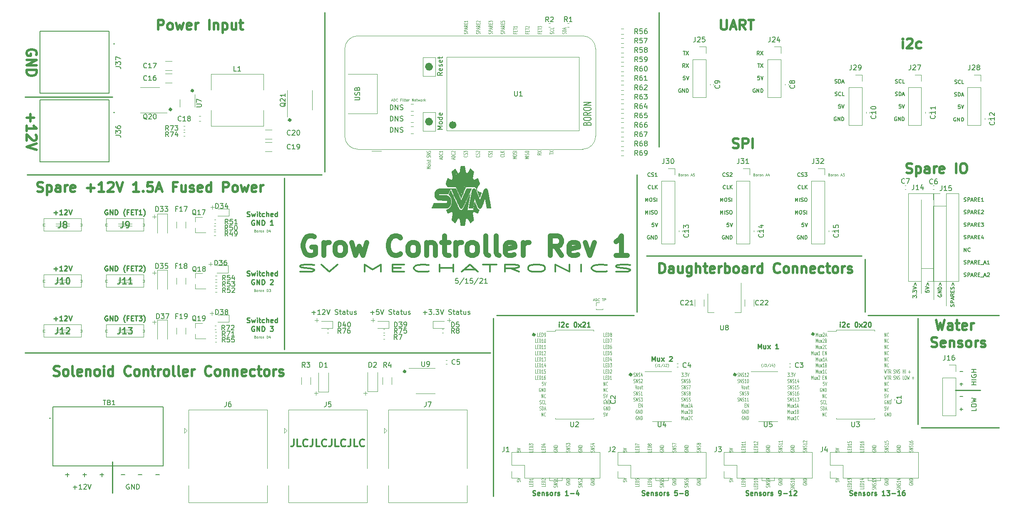
<source format=gbr>
G04 #@! TF.GenerationSoftware,KiCad,Pcbnew,(5.1.5)-3*
G04 #@! TF.CreationDate,2021-06-03T21:37:04-07:00*
G04 #@! TF.ProjectId,GrowController,47726f77-436f-46e7-9472-6f6c6c65722e,rev?*
G04 #@! TF.SameCoordinates,Original*
G04 #@! TF.FileFunction,Legend,Top*
G04 #@! TF.FilePolarity,Positive*
%FSLAX46Y46*%
G04 Gerber Fmt 4.6, Leading zero omitted, Abs format (unit mm)*
G04 Created by KiCad (PCBNEW (5.1.5)-3) date 2021-06-03 21:37:04*
%MOMM*%
%LPD*%
G04 APERTURE LIST*
%ADD10C,0.500000*%
%ADD11C,0.120000*%
%ADD12C,0.300000*%
%ADD13C,0.125000*%
%ADD14C,0.250000*%
%ADD15C,0.150000*%
%ADD16C,0.187500*%
%ADD17C,1.000000*%
%ADD18C,0.010000*%
%ADD19C,0.100000*%
%ADD20C,0.127000*%
%ADD21C,0.200000*%
%ADD22C,0.800000*%
%ADD23C,0.254000*%
G04 APERTURE END LIST*
D10*
X211201000Y-116205000D02*
G75*
G03X211201000Y-116205000I-148790J0D01*
G01*
X195326000Y-124460000D02*
G75*
G03X195326000Y-124460000I-148790J0D01*
G01*
X174117000Y-124460000D02*
G75*
G03X174117000Y-124460000I-148790J0D01*
G01*
X154432000Y-116332000D02*
G75*
G03X154432000Y-116332000I-148790J0D01*
G01*
X128143000Y-123825000D02*
G75*
G03X128143000Y-123825000I-148790J0D01*
G01*
X104775000Y-72644000D02*
G75*
G03X104775000Y-72644000I-148790J0D01*
G01*
X84963000Y-66675000D02*
G75*
G03X84963000Y-66675000I-148790J0D01*
G01*
X80518000Y-70485000D02*
G75*
G03X80518000Y-70485000I-148790J0D01*
G01*
D11*
X120015000Y-128651000D02*
X120015000Y-127889000D01*
X120396000Y-128270000D02*
X119634000Y-128270000D01*
X109982000Y-128651000D02*
X109982000Y-127889000D01*
X110363000Y-128270000D02*
X109601000Y-128270000D01*
X137033000Y-113792000D02*
X137033000Y-113030000D01*
X137414000Y-113411000D02*
X136652000Y-113411000D01*
X121539000Y-113792000D02*
X121539000Y-113030000D01*
X121920000Y-113411000D02*
X121158000Y-113411000D01*
X110109000Y-113792000D02*
X110109000Y-113030000D01*
X110490000Y-113411000D02*
X109728000Y-113411000D01*
X88773000Y-112395000D02*
X88773000Y-111633000D01*
X89154000Y-112014000D02*
X88392000Y-112014000D01*
X88519000Y-102362000D02*
X88519000Y-101600000D01*
X88900000Y-101981000D02*
X88138000Y-101981000D01*
X88900000Y-90805000D02*
X88900000Y-90043000D01*
X89281000Y-90424000D02*
X88519000Y-90424000D01*
X77089000Y-92710000D02*
X77089000Y-91948000D01*
X77470000Y-92329000D02*
X76708000Y-92329000D01*
X77089000Y-104140000D02*
X77089000Y-103378000D01*
X77470000Y-103759000D02*
X76708000Y-103759000D01*
X77089000Y-114173000D02*
X77089000Y-113411000D01*
X77470000Y-113792000D02*
X76708000Y-113792000D01*
D12*
X105466428Y-137608571D02*
X105466428Y-138680000D01*
X105395000Y-138894285D01*
X105252142Y-139037142D01*
X105037857Y-139108571D01*
X104895000Y-139108571D01*
X106895000Y-139108571D02*
X106180714Y-139108571D01*
X106180714Y-137608571D01*
X108252142Y-138965714D02*
X108180714Y-139037142D01*
X107966428Y-139108571D01*
X107823571Y-139108571D01*
X107609285Y-139037142D01*
X107466428Y-138894285D01*
X107395000Y-138751428D01*
X107323571Y-138465714D01*
X107323571Y-138251428D01*
X107395000Y-137965714D01*
X107466428Y-137822857D01*
X107609285Y-137680000D01*
X107823571Y-137608571D01*
X107966428Y-137608571D01*
X108180714Y-137680000D01*
X108252142Y-137751428D01*
X109323571Y-137608571D02*
X109323571Y-138680000D01*
X109252142Y-138894285D01*
X109109285Y-139037142D01*
X108895000Y-139108571D01*
X108752142Y-139108571D01*
X110752142Y-139108571D02*
X110037857Y-139108571D01*
X110037857Y-137608571D01*
X112109285Y-138965714D02*
X112037857Y-139037142D01*
X111823571Y-139108571D01*
X111680714Y-139108571D01*
X111466428Y-139037142D01*
X111323571Y-138894285D01*
X111252142Y-138751428D01*
X111180714Y-138465714D01*
X111180714Y-138251428D01*
X111252142Y-137965714D01*
X111323571Y-137822857D01*
X111466428Y-137680000D01*
X111680714Y-137608571D01*
X111823571Y-137608571D01*
X112037857Y-137680000D01*
X112109285Y-137751428D01*
X113180714Y-137608571D02*
X113180714Y-138680000D01*
X113109285Y-138894285D01*
X112966428Y-139037142D01*
X112752142Y-139108571D01*
X112609285Y-139108571D01*
X114609285Y-139108571D02*
X113895000Y-139108571D01*
X113895000Y-137608571D01*
X115966428Y-138965714D02*
X115895000Y-139037142D01*
X115680714Y-139108571D01*
X115537857Y-139108571D01*
X115323571Y-139037142D01*
X115180714Y-138894285D01*
X115109285Y-138751428D01*
X115037857Y-138465714D01*
X115037857Y-138251428D01*
X115109285Y-137965714D01*
X115180714Y-137822857D01*
X115323571Y-137680000D01*
X115537857Y-137608571D01*
X115680714Y-137608571D01*
X115895000Y-137680000D01*
X115966428Y-137751428D01*
X117037857Y-137608571D02*
X117037857Y-138680000D01*
X116966428Y-138894285D01*
X116823571Y-139037142D01*
X116609285Y-139108571D01*
X116466428Y-139108571D01*
X118466428Y-139108571D02*
X117752142Y-139108571D01*
X117752142Y-137608571D01*
X119823571Y-138965714D02*
X119752142Y-139037142D01*
X119537857Y-139108571D01*
X119395000Y-139108571D01*
X119180714Y-139037142D01*
X119037857Y-138894285D01*
X118966428Y-138751428D01*
X118895000Y-138465714D01*
X118895000Y-138251428D01*
X118966428Y-137965714D01*
X119037857Y-137822857D01*
X119180714Y-137680000D01*
X119395000Y-137608571D01*
X119537857Y-137608571D01*
X119752142Y-137680000D01*
X119823571Y-137751428D01*
D13*
X140798571Y-55068511D02*
X140834285Y-54997083D01*
X140834285Y-54878035D01*
X140798571Y-54830416D01*
X140762857Y-54806607D01*
X140691428Y-54782797D01*
X140620000Y-54782797D01*
X140548571Y-54806607D01*
X140512857Y-54830416D01*
X140477142Y-54878035D01*
X140441428Y-54973273D01*
X140405714Y-55020892D01*
X140370000Y-55044702D01*
X140298571Y-55068511D01*
X140227142Y-55068511D01*
X140155714Y-55044702D01*
X140120000Y-55020892D01*
X140084285Y-54973273D01*
X140084285Y-54854226D01*
X140120000Y-54782797D01*
X140834285Y-54568511D02*
X140084285Y-54568511D01*
X140084285Y-54378035D01*
X140120000Y-54330416D01*
X140155714Y-54306607D01*
X140227142Y-54282797D01*
X140334285Y-54282797D01*
X140405714Y-54306607D01*
X140441428Y-54330416D01*
X140477142Y-54378035D01*
X140477142Y-54568511D01*
X140620000Y-54092321D02*
X140620000Y-53854226D01*
X140834285Y-54139940D02*
X140084285Y-53973273D01*
X140834285Y-53806607D01*
X140834285Y-53354226D02*
X140477142Y-53520892D01*
X140834285Y-53639940D02*
X140084285Y-53639940D01*
X140084285Y-53449464D01*
X140120000Y-53401845D01*
X140155714Y-53378035D01*
X140227142Y-53354226D01*
X140334285Y-53354226D01*
X140405714Y-53378035D01*
X140441428Y-53401845D01*
X140477142Y-53449464D01*
X140477142Y-53639940D01*
X140441428Y-53139940D02*
X140441428Y-52973273D01*
X140834285Y-52901845D02*
X140834285Y-53139940D01*
X140084285Y-53139940D01*
X140084285Y-52901845D01*
X140834285Y-52425654D02*
X140834285Y-52711369D01*
X140834285Y-52568511D02*
X140084285Y-52568511D01*
X140191428Y-52616130D01*
X140262857Y-52663750D01*
X140298571Y-52711369D01*
X143298571Y-55068511D02*
X143334285Y-54997083D01*
X143334285Y-54878035D01*
X143298571Y-54830416D01*
X143262857Y-54806607D01*
X143191428Y-54782797D01*
X143120000Y-54782797D01*
X143048571Y-54806607D01*
X143012857Y-54830416D01*
X142977142Y-54878035D01*
X142941428Y-54973273D01*
X142905714Y-55020892D01*
X142870000Y-55044702D01*
X142798571Y-55068511D01*
X142727142Y-55068511D01*
X142655714Y-55044702D01*
X142620000Y-55020892D01*
X142584285Y-54973273D01*
X142584285Y-54854226D01*
X142620000Y-54782797D01*
X143334285Y-54568511D02*
X142584285Y-54568511D01*
X142584285Y-54378035D01*
X142620000Y-54330416D01*
X142655714Y-54306607D01*
X142727142Y-54282797D01*
X142834285Y-54282797D01*
X142905714Y-54306607D01*
X142941428Y-54330416D01*
X142977142Y-54378035D01*
X142977142Y-54568511D01*
X143120000Y-54092321D02*
X143120000Y-53854226D01*
X143334285Y-54139940D02*
X142584285Y-53973273D01*
X143334285Y-53806607D01*
X143334285Y-53354226D02*
X142977142Y-53520892D01*
X143334285Y-53639940D02*
X142584285Y-53639940D01*
X142584285Y-53449464D01*
X142620000Y-53401845D01*
X142655714Y-53378035D01*
X142727142Y-53354226D01*
X142834285Y-53354226D01*
X142905714Y-53378035D01*
X142941428Y-53401845D01*
X142977142Y-53449464D01*
X142977142Y-53639940D01*
X142941428Y-53139940D02*
X142941428Y-52973273D01*
X143334285Y-52901845D02*
X143334285Y-53139940D01*
X142584285Y-53139940D01*
X142584285Y-52901845D01*
X142655714Y-52711369D02*
X142620000Y-52687559D01*
X142584285Y-52639940D01*
X142584285Y-52520892D01*
X142620000Y-52473273D01*
X142655714Y-52449464D01*
X142727142Y-52425654D01*
X142798571Y-52425654D01*
X142905714Y-52449464D01*
X143334285Y-52735178D01*
X143334285Y-52425654D01*
X145798571Y-55068511D02*
X145834285Y-54997083D01*
X145834285Y-54878035D01*
X145798571Y-54830416D01*
X145762857Y-54806607D01*
X145691428Y-54782797D01*
X145620000Y-54782797D01*
X145548571Y-54806607D01*
X145512857Y-54830416D01*
X145477142Y-54878035D01*
X145441428Y-54973273D01*
X145405714Y-55020892D01*
X145370000Y-55044702D01*
X145298571Y-55068511D01*
X145227142Y-55068511D01*
X145155714Y-55044702D01*
X145120000Y-55020892D01*
X145084285Y-54973273D01*
X145084285Y-54854226D01*
X145120000Y-54782797D01*
X145834285Y-54568511D02*
X145084285Y-54568511D01*
X145084285Y-54378035D01*
X145120000Y-54330416D01*
X145155714Y-54306607D01*
X145227142Y-54282797D01*
X145334285Y-54282797D01*
X145405714Y-54306607D01*
X145441428Y-54330416D01*
X145477142Y-54378035D01*
X145477142Y-54568511D01*
X145620000Y-54092321D02*
X145620000Y-53854226D01*
X145834285Y-54139940D02*
X145084285Y-53973273D01*
X145834285Y-53806607D01*
X145834285Y-53354226D02*
X145477142Y-53520892D01*
X145834285Y-53639940D02*
X145084285Y-53639940D01*
X145084285Y-53449464D01*
X145120000Y-53401845D01*
X145155714Y-53378035D01*
X145227142Y-53354226D01*
X145334285Y-53354226D01*
X145405714Y-53378035D01*
X145441428Y-53401845D01*
X145477142Y-53449464D01*
X145477142Y-53639940D01*
X145441428Y-53139940D02*
X145441428Y-52973273D01*
X145834285Y-52901845D02*
X145834285Y-53139940D01*
X145084285Y-53139940D01*
X145084285Y-52901845D01*
X145084285Y-52735178D02*
X145084285Y-52425654D01*
X145370000Y-52592321D01*
X145370000Y-52520892D01*
X145405714Y-52473273D01*
X145441428Y-52449464D01*
X145512857Y-52425654D01*
X145691428Y-52425654D01*
X145762857Y-52449464D01*
X145798571Y-52473273D01*
X145834285Y-52520892D01*
X145834285Y-52663750D01*
X145798571Y-52711369D01*
X145762857Y-52735178D01*
X148298571Y-55068511D02*
X148334285Y-54997083D01*
X148334285Y-54878035D01*
X148298571Y-54830416D01*
X148262857Y-54806607D01*
X148191428Y-54782797D01*
X148120000Y-54782797D01*
X148048571Y-54806607D01*
X148012857Y-54830416D01*
X147977142Y-54878035D01*
X147941428Y-54973273D01*
X147905714Y-55020892D01*
X147870000Y-55044702D01*
X147798571Y-55068511D01*
X147727142Y-55068511D01*
X147655714Y-55044702D01*
X147620000Y-55020892D01*
X147584285Y-54973273D01*
X147584285Y-54854226D01*
X147620000Y-54782797D01*
X148334285Y-54568511D02*
X147584285Y-54568511D01*
X147584285Y-54378035D01*
X147620000Y-54330416D01*
X147655714Y-54306607D01*
X147727142Y-54282797D01*
X147834285Y-54282797D01*
X147905714Y-54306607D01*
X147941428Y-54330416D01*
X147977142Y-54378035D01*
X147977142Y-54568511D01*
X148120000Y-54092321D02*
X148120000Y-53854226D01*
X148334285Y-54139940D02*
X147584285Y-53973273D01*
X148334285Y-53806607D01*
X148334285Y-53354226D02*
X147977142Y-53520892D01*
X148334285Y-53639940D02*
X147584285Y-53639940D01*
X147584285Y-53449464D01*
X147620000Y-53401845D01*
X147655714Y-53378035D01*
X147727142Y-53354226D01*
X147834285Y-53354226D01*
X147905714Y-53378035D01*
X147941428Y-53401845D01*
X147977142Y-53449464D01*
X147977142Y-53639940D01*
X147941428Y-53139940D02*
X147941428Y-52973273D01*
X148334285Y-52901845D02*
X148334285Y-53139940D01*
X147584285Y-53139940D01*
X147584285Y-52901845D01*
X147584285Y-52449464D02*
X147584285Y-52687559D01*
X147941428Y-52711369D01*
X147905714Y-52687559D01*
X147870000Y-52639940D01*
X147870000Y-52520892D01*
X147905714Y-52473273D01*
X147941428Y-52449464D01*
X148012857Y-52425654D01*
X148191428Y-52425654D01*
X148262857Y-52449464D01*
X148298571Y-52473273D01*
X148334285Y-52520892D01*
X148334285Y-52639940D01*
X148298571Y-52687559D01*
X148262857Y-52711369D01*
X150441428Y-54878035D02*
X150441428Y-55044702D01*
X150834285Y-55044702D02*
X150084285Y-55044702D01*
X150084285Y-54806607D01*
X150441428Y-54616130D02*
X150441428Y-54449464D01*
X150834285Y-54378035D02*
X150834285Y-54616130D01*
X150084285Y-54616130D01*
X150084285Y-54378035D01*
X150084285Y-54235178D02*
X150084285Y-53949464D01*
X150834285Y-54092321D02*
X150084285Y-54092321D01*
X150834285Y-53520892D02*
X150834285Y-53806607D01*
X150834285Y-53663750D02*
X150084285Y-53663750D01*
X150191428Y-53711369D01*
X150262857Y-53758988D01*
X150298571Y-53806607D01*
X152941428Y-54878035D02*
X152941428Y-55044702D01*
X153334285Y-55044702D02*
X152584285Y-55044702D01*
X152584285Y-54806607D01*
X152941428Y-54616130D02*
X152941428Y-54449464D01*
X153334285Y-54378035D02*
X153334285Y-54616130D01*
X152584285Y-54616130D01*
X152584285Y-54378035D01*
X152584285Y-54235178D02*
X152584285Y-53949464D01*
X153334285Y-54092321D02*
X152584285Y-54092321D01*
X152655714Y-53806607D02*
X152620000Y-53782797D01*
X152584285Y-53735178D01*
X152584285Y-53616130D01*
X152620000Y-53568511D01*
X152655714Y-53544702D01*
X152727142Y-53520892D01*
X152798571Y-53520892D01*
X152905714Y-53544702D01*
X153334285Y-53830416D01*
X153334285Y-53520892D01*
X155441428Y-54878035D02*
X155441428Y-55044702D01*
X155834285Y-55044702D02*
X155084285Y-55044702D01*
X155084285Y-54806607D01*
X155441428Y-54616130D02*
X155441428Y-54449464D01*
X155834285Y-54378035D02*
X155834285Y-54616130D01*
X155084285Y-54616130D01*
X155084285Y-54378035D01*
X155084285Y-54235178D02*
X155084285Y-53949464D01*
X155834285Y-54092321D02*
X155084285Y-54092321D01*
X155084285Y-53830416D02*
X155084285Y-53520892D01*
X155370000Y-53687559D01*
X155370000Y-53616130D01*
X155405714Y-53568511D01*
X155441428Y-53544702D01*
X155512857Y-53520892D01*
X155691428Y-53520892D01*
X155762857Y-53544702D01*
X155798571Y-53568511D01*
X155834285Y-53616130D01*
X155834285Y-53758988D01*
X155798571Y-53806607D01*
X155762857Y-53830416D01*
X158298571Y-55068511D02*
X158334285Y-54997083D01*
X158334285Y-54878035D01*
X158298571Y-54830416D01*
X158262857Y-54806607D01*
X158191428Y-54782797D01*
X158120000Y-54782797D01*
X158048571Y-54806607D01*
X158012857Y-54830416D01*
X157977142Y-54878035D01*
X157941428Y-54973273D01*
X157905714Y-55020892D01*
X157870000Y-55044702D01*
X157798571Y-55068511D01*
X157727142Y-55068511D01*
X157655714Y-55044702D01*
X157620000Y-55020892D01*
X157584285Y-54973273D01*
X157584285Y-54854226D01*
X157620000Y-54782797D01*
X158262857Y-54282797D02*
X158298571Y-54306607D01*
X158334285Y-54378035D01*
X158334285Y-54425654D01*
X158298571Y-54497083D01*
X158227142Y-54544702D01*
X158155714Y-54568511D01*
X158012857Y-54592321D01*
X157905714Y-54592321D01*
X157762857Y-54568511D01*
X157691428Y-54544702D01*
X157620000Y-54497083D01*
X157584285Y-54425654D01*
X157584285Y-54378035D01*
X157620000Y-54306607D01*
X157655714Y-54282797D01*
X158334285Y-53830416D02*
X158334285Y-54068511D01*
X157584285Y-54068511D01*
X160798571Y-55068511D02*
X160834285Y-54997083D01*
X160834285Y-54878035D01*
X160798571Y-54830416D01*
X160762857Y-54806607D01*
X160691428Y-54782797D01*
X160620000Y-54782797D01*
X160548571Y-54806607D01*
X160512857Y-54830416D01*
X160477142Y-54878035D01*
X160441428Y-54973273D01*
X160405714Y-55020892D01*
X160370000Y-55044702D01*
X160298571Y-55068511D01*
X160227142Y-55068511D01*
X160155714Y-55044702D01*
X160120000Y-55020892D01*
X160084285Y-54973273D01*
X160084285Y-54854226D01*
X160120000Y-54782797D01*
X160834285Y-54568511D02*
X160084285Y-54568511D01*
X160084285Y-54449464D01*
X160120000Y-54378035D01*
X160191428Y-54330416D01*
X160262857Y-54306607D01*
X160405714Y-54282797D01*
X160512857Y-54282797D01*
X160655714Y-54306607D01*
X160727142Y-54330416D01*
X160798571Y-54378035D01*
X160834285Y-54449464D01*
X160834285Y-54568511D01*
X160620000Y-54092321D02*
X160620000Y-53854226D01*
X160834285Y-54139940D02*
X160084285Y-53973273D01*
X160834285Y-53806607D01*
X133254285Y-82511726D02*
X132504285Y-82511726D01*
X133040000Y-82345059D01*
X132504285Y-82178392D01*
X133254285Y-82178392D01*
X133254285Y-81868869D02*
X133218571Y-81916488D01*
X133182857Y-81940297D01*
X133111428Y-81964107D01*
X132897142Y-81964107D01*
X132825714Y-81940297D01*
X132790000Y-81916488D01*
X132754285Y-81868869D01*
X132754285Y-81797440D01*
X132790000Y-81749821D01*
X132825714Y-81726011D01*
X132897142Y-81702202D01*
X133111428Y-81702202D01*
X133182857Y-81726011D01*
X133218571Y-81749821D01*
X133254285Y-81797440D01*
X133254285Y-81868869D01*
X133254285Y-81487916D02*
X132754285Y-81487916D01*
X132504285Y-81487916D02*
X132540000Y-81511726D01*
X132575714Y-81487916D01*
X132540000Y-81464107D01*
X132504285Y-81487916D01*
X132575714Y-81487916D01*
X133218571Y-81273630D02*
X133254285Y-81226011D01*
X133254285Y-81130773D01*
X133218571Y-81083154D01*
X133147142Y-81059345D01*
X133111428Y-81059345D01*
X133040000Y-81083154D01*
X133004285Y-81130773D01*
X133004285Y-81202202D01*
X132968571Y-81249821D01*
X132897142Y-81273630D01*
X132861428Y-81273630D01*
X132790000Y-81249821D01*
X132754285Y-81202202D01*
X132754285Y-81130773D01*
X132790000Y-81083154D01*
X132754285Y-80916488D02*
X132754285Y-80726011D01*
X132504285Y-80845059D02*
X133147142Y-80845059D01*
X133218571Y-80821250D01*
X133254285Y-80773630D01*
X133254285Y-80726011D01*
X133218571Y-80202202D02*
X133254285Y-80130773D01*
X133254285Y-80011726D01*
X133218571Y-79964107D01*
X133182857Y-79940297D01*
X133111428Y-79916488D01*
X133040000Y-79916488D01*
X132968571Y-79940297D01*
X132932857Y-79964107D01*
X132897142Y-80011726D01*
X132861428Y-80106964D01*
X132825714Y-80154583D01*
X132790000Y-80178392D01*
X132718571Y-80202202D01*
X132647142Y-80202202D01*
X132575714Y-80178392D01*
X132540000Y-80154583D01*
X132504285Y-80106964D01*
X132504285Y-79987916D01*
X132540000Y-79916488D01*
X133254285Y-79702202D02*
X132504285Y-79702202D01*
X133254285Y-79416488D01*
X132504285Y-79416488D01*
X133218571Y-79202202D02*
X133254285Y-79130773D01*
X133254285Y-79011726D01*
X133218571Y-78964107D01*
X133182857Y-78940297D01*
X133111428Y-78916488D01*
X133040000Y-78916488D01*
X132968571Y-78940297D01*
X132932857Y-78964107D01*
X132897142Y-79011726D01*
X132861428Y-79106964D01*
X132825714Y-79154583D01*
X132790000Y-79178392D01*
X132718571Y-79202202D01*
X132647142Y-79202202D01*
X132575714Y-79178392D01*
X132540000Y-79154583D01*
X132504285Y-79106964D01*
X132504285Y-78987916D01*
X132540000Y-78916488D01*
X135540000Y-80630773D02*
X135540000Y-80392678D01*
X135754285Y-80678392D02*
X135004285Y-80511726D01*
X135754285Y-80345059D01*
X135754285Y-80178392D02*
X135004285Y-80178392D01*
X135004285Y-80059345D01*
X135040000Y-79987916D01*
X135111428Y-79940297D01*
X135182857Y-79916488D01*
X135325714Y-79892678D01*
X135432857Y-79892678D01*
X135575714Y-79916488D01*
X135647142Y-79940297D01*
X135718571Y-79987916D01*
X135754285Y-80059345D01*
X135754285Y-80178392D01*
X135682857Y-79392678D02*
X135718571Y-79416488D01*
X135754285Y-79487916D01*
X135754285Y-79535535D01*
X135718571Y-79606964D01*
X135647142Y-79654583D01*
X135575714Y-79678392D01*
X135432857Y-79702202D01*
X135325714Y-79702202D01*
X135182857Y-79678392D01*
X135111428Y-79654583D01*
X135040000Y-79606964D01*
X135004285Y-79535535D01*
X135004285Y-79487916D01*
X135040000Y-79416488D01*
X135075714Y-79392678D01*
X135754285Y-78916488D02*
X135754285Y-79202202D01*
X135754285Y-79059345D02*
X135004285Y-79059345D01*
X135111428Y-79106964D01*
X135182857Y-79154583D01*
X135218571Y-79202202D01*
X138040000Y-80630773D02*
X138040000Y-80392678D01*
X138254285Y-80678392D02*
X137504285Y-80511726D01*
X138254285Y-80345059D01*
X138254285Y-80178392D02*
X137504285Y-80178392D01*
X137504285Y-80059345D01*
X137540000Y-79987916D01*
X137611428Y-79940297D01*
X137682857Y-79916488D01*
X137825714Y-79892678D01*
X137932857Y-79892678D01*
X138075714Y-79916488D01*
X138147142Y-79940297D01*
X138218571Y-79987916D01*
X138254285Y-80059345D01*
X138254285Y-80178392D01*
X138182857Y-79392678D02*
X138218571Y-79416488D01*
X138254285Y-79487916D01*
X138254285Y-79535535D01*
X138218571Y-79606964D01*
X138147142Y-79654583D01*
X138075714Y-79678392D01*
X137932857Y-79702202D01*
X137825714Y-79702202D01*
X137682857Y-79678392D01*
X137611428Y-79654583D01*
X137540000Y-79606964D01*
X137504285Y-79535535D01*
X137504285Y-79487916D01*
X137540000Y-79416488D01*
X137575714Y-79392678D01*
X137575714Y-79202202D02*
X137540000Y-79178392D01*
X137504285Y-79130773D01*
X137504285Y-79011726D01*
X137540000Y-78964107D01*
X137575714Y-78940297D01*
X137647142Y-78916488D01*
X137718571Y-78916488D01*
X137825714Y-78940297D01*
X138254285Y-79226011D01*
X138254285Y-78916488D01*
X140682857Y-79868869D02*
X140718571Y-79892678D01*
X140754285Y-79964107D01*
X140754285Y-80011726D01*
X140718571Y-80083154D01*
X140647142Y-80130773D01*
X140575714Y-80154583D01*
X140432857Y-80178392D01*
X140325714Y-80178392D01*
X140182857Y-80154583D01*
X140111428Y-80130773D01*
X140040000Y-80083154D01*
X140004285Y-80011726D01*
X140004285Y-79964107D01*
X140040000Y-79892678D01*
X140075714Y-79868869D01*
X140718571Y-79678392D02*
X140754285Y-79606964D01*
X140754285Y-79487916D01*
X140718571Y-79440297D01*
X140682857Y-79416488D01*
X140611428Y-79392678D01*
X140540000Y-79392678D01*
X140468571Y-79416488D01*
X140432857Y-79440297D01*
X140397142Y-79487916D01*
X140361428Y-79583154D01*
X140325714Y-79630773D01*
X140290000Y-79654583D01*
X140218571Y-79678392D01*
X140147142Y-79678392D01*
X140075714Y-79654583D01*
X140040000Y-79630773D01*
X140004285Y-79583154D01*
X140004285Y-79464107D01*
X140040000Y-79392678D01*
X140004285Y-79226011D02*
X140004285Y-78916488D01*
X140290000Y-79083154D01*
X140290000Y-79011726D01*
X140325714Y-78964107D01*
X140361428Y-78940297D01*
X140432857Y-78916488D01*
X140611428Y-78916488D01*
X140682857Y-78940297D01*
X140718571Y-78964107D01*
X140754285Y-79011726D01*
X140754285Y-79154583D01*
X140718571Y-79202202D01*
X140682857Y-79226011D01*
X143182857Y-79868869D02*
X143218571Y-79892678D01*
X143254285Y-79964107D01*
X143254285Y-80011726D01*
X143218571Y-80083154D01*
X143147142Y-80130773D01*
X143075714Y-80154583D01*
X142932857Y-80178392D01*
X142825714Y-80178392D01*
X142682857Y-80154583D01*
X142611428Y-80130773D01*
X142540000Y-80083154D01*
X142504285Y-80011726D01*
X142504285Y-79964107D01*
X142540000Y-79892678D01*
X142575714Y-79868869D01*
X143218571Y-79678392D02*
X143254285Y-79606964D01*
X143254285Y-79487916D01*
X143218571Y-79440297D01*
X143182857Y-79416488D01*
X143111428Y-79392678D01*
X143040000Y-79392678D01*
X142968571Y-79416488D01*
X142932857Y-79440297D01*
X142897142Y-79487916D01*
X142861428Y-79583154D01*
X142825714Y-79630773D01*
X142790000Y-79654583D01*
X142718571Y-79678392D01*
X142647142Y-79678392D01*
X142575714Y-79654583D01*
X142540000Y-79630773D01*
X142504285Y-79583154D01*
X142504285Y-79464107D01*
X142540000Y-79392678D01*
X142575714Y-79202202D02*
X142540000Y-79178392D01*
X142504285Y-79130773D01*
X142504285Y-79011726D01*
X142540000Y-78964107D01*
X142575714Y-78940297D01*
X142647142Y-78916488D01*
X142718571Y-78916488D01*
X142825714Y-78940297D01*
X143254285Y-79226011D01*
X143254285Y-78916488D01*
X145682857Y-79868869D02*
X145718571Y-79892678D01*
X145754285Y-79964107D01*
X145754285Y-80011726D01*
X145718571Y-80083154D01*
X145647142Y-80130773D01*
X145575714Y-80154583D01*
X145432857Y-80178392D01*
X145325714Y-80178392D01*
X145182857Y-80154583D01*
X145111428Y-80130773D01*
X145040000Y-80083154D01*
X145004285Y-80011726D01*
X145004285Y-79964107D01*
X145040000Y-79892678D01*
X145075714Y-79868869D01*
X145718571Y-79678392D02*
X145754285Y-79606964D01*
X145754285Y-79487916D01*
X145718571Y-79440297D01*
X145682857Y-79416488D01*
X145611428Y-79392678D01*
X145540000Y-79392678D01*
X145468571Y-79416488D01*
X145432857Y-79440297D01*
X145397142Y-79487916D01*
X145361428Y-79583154D01*
X145325714Y-79630773D01*
X145290000Y-79654583D01*
X145218571Y-79678392D01*
X145147142Y-79678392D01*
X145075714Y-79654583D01*
X145040000Y-79630773D01*
X145004285Y-79583154D01*
X145004285Y-79464107D01*
X145040000Y-79392678D01*
X145754285Y-78916488D02*
X145754285Y-79202202D01*
X145754285Y-79059345D02*
X145004285Y-79059345D01*
X145111428Y-79106964D01*
X145182857Y-79154583D01*
X145218571Y-79202202D01*
X148182857Y-79821250D02*
X148218571Y-79845059D01*
X148254285Y-79916488D01*
X148254285Y-79964107D01*
X148218571Y-80035535D01*
X148147142Y-80083154D01*
X148075714Y-80106964D01*
X147932857Y-80130773D01*
X147825714Y-80130773D01*
X147682857Y-80106964D01*
X147611428Y-80083154D01*
X147540000Y-80035535D01*
X147504285Y-79964107D01*
X147504285Y-79916488D01*
X147540000Y-79845059D01*
X147575714Y-79821250D01*
X148254285Y-79368869D02*
X148254285Y-79606964D01*
X147504285Y-79606964D01*
X148254285Y-79202202D02*
X147504285Y-79202202D01*
X148254285Y-78916488D02*
X147825714Y-79130773D01*
X147504285Y-78916488D02*
X147932857Y-79202202D01*
X150754285Y-80511726D02*
X150004285Y-80511726D01*
X150540000Y-80345059D01*
X150004285Y-80178392D01*
X150754285Y-80178392D01*
X150004285Y-79845059D02*
X150004285Y-79749821D01*
X150040000Y-79702202D01*
X150111428Y-79654583D01*
X150254285Y-79630773D01*
X150504285Y-79630773D01*
X150647142Y-79654583D01*
X150718571Y-79702202D01*
X150754285Y-79749821D01*
X150754285Y-79845059D01*
X150718571Y-79892678D01*
X150647142Y-79940297D01*
X150504285Y-79964107D01*
X150254285Y-79964107D01*
X150111428Y-79940297D01*
X150040000Y-79892678D01*
X150004285Y-79845059D01*
X150718571Y-79440297D02*
X150754285Y-79368869D01*
X150754285Y-79249821D01*
X150718571Y-79202202D01*
X150682857Y-79178392D01*
X150611428Y-79154583D01*
X150540000Y-79154583D01*
X150468571Y-79178392D01*
X150432857Y-79202202D01*
X150397142Y-79249821D01*
X150361428Y-79345059D01*
X150325714Y-79392678D01*
X150290000Y-79416488D01*
X150218571Y-79440297D01*
X150147142Y-79440297D01*
X150075714Y-79416488D01*
X150040000Y-79392678D01*
X150004285Y-79345059D01*
X150004285Y-79226011D01*
X150040000Y-79154583D01*
X150754285Y-78940297D02*
X150004285Y-78940297D01*
X153254285Y-80511726D02*
X152504285Y-80511726D01*
X153040000Y-80345059D01*
X152504285Y-80178392D01*
X153254285Y-80178392D01*
X153254285Y-79940297D02*
X152504285Y-79940297D01*
X153218571Y-79726011D02*
X153254285Y-79654583D01*
X153254285Y-79535535D01*
X153218571Y-79487916D01*
X153182857Y-79464107D01*
X153111428Y-79440297D01*
X153040000Y-79440297D01*
X152968571Y-79464107D01*
X152932857Y-79487916D01*
X152897142Y-79535535D01*
X152861428Y-79630773D01*
X152825714Y-79678392D01*
X152790000Y-79702202D01*
X152718571Y-79726011D01*
X152647142Y-79726011D01*
X152575714Y-79702202D01*
X152540000Y-79678392D01*
X152504285Y-79630773D01*
X152504285Y-79511726D01*
X152540000Y-79440297D01*
X152504285Y-79130773D02*
X152504285Y-79035535D01*
X152540000Y-78987916D01*
X152611428Y-78940297D01*
X152754285Y-78916488D01*
X153004285Y-78916488D01*
X153147142Y-78940297D01*
X153218571Y-78987916D01*
X153254285Y-79035535D01*
X153254285Y-79130773D01*
X153218571Y-79178392D01*
X153147142Y-79226011D01*
X153004285Y-79249821D01*
X152754285Y-79249821D01*
X152611428Y-79226011D01*
X152540000Y-79178392D01*
X152504285Y-79130773D01*
X155754285Y-79392678D02*
X155397142Y-79559345D01*
X155754285Y-79678392D02*
X155004285Y-79678392D01*
X155004285Y-79487916D01*
X155040000Y-79440297D01*
X155075714Y-79416488D01*
X155147142Y-79392678D01*
X155254285Y-79392678D01*
X155325714Y-79416488D01*
X155361428Y-79440297D01*
X155397142Y-79487916D01*
X155397142Y-79678392D01*
X155004285Y-79226011D02*
X155754285Y-78892678D01*
X155004285Y-78892678D02*
X155754285Y-79226011D01*
X157504285Y-79630773D02*
X157504285Y-79345059D01*
X158254285Y-79487916D02*
X157504285Y-79487916D01*
X157504285Y-79226011D02*
X158254285Y-78892678D01*
X157504285Y-78892678D02*
X158254285Y-79226011D01*
X214361964Y-83784285D02*
X214433392Y-83808095D01*
X214457202Y-83831904D01*
X214481011Y-83879523D01*
X214481011Y-83950952D01*
X214457202Y-83998571D01*
X214433392Y-84022380D01*
X214385773Y-84046190D01*
X214195297Y-84046190D01*
X214195297Y-83546190D01*
X214361964Y-83546190D01*
X214409583Y-83570000D01*
X214433392Y-83593809D01*
X214457202Y-83641428D01*
X214457202Y-83689047D01*
X214433392Y-83736666D01*
X214409583Y-83760476D01*
X214361964Y-83784285D01*
X214195297Y-83784285D01*
X214766726Y-84046190D02*
X214719107Y-84022380D01*
X214695297Y-83998571D01*
X214671488Y-83950952D01*
X214671488Y-83808095D01*
X214695297Y-83760476D01*
X214719107Y-83736666D01*
X214766726Y-83712857D01*
X214838154Y-83712857D01*
X214885773Y-83736666D01*
X214909583Y-83760476D01*
X214933392Y-83808095D01*
X214933392Y-83950952D01*
X214909583Y-83998571D01*
X214885773Y-84022380D01*
X214838154Y-84046190D01*
X214766726Y-84046190D01*
X215147678Y-84046190D02*
X215147678Y-83712857D01*
X215147678Y-83808095D02*
X215171488Y-83760476D01*
X215195297Y-83736666D01*
X215242916Y-83712857D01*
X215290535Y-83712857D01*
X215528630Y-84046190D02*
X215481011Y-84022380D01*
X215457202Y-83998571D01*
X215433392Y-83950952D01*
X215433392Y-83808095D01*
X215457202Y-83760476D01*
X215481011Y-83736666D01*
X215528630Y-83712857D01*
X215600059Y-83712857D01*
X215647678Y-83736666D01*
X215671488Y-83760476D01*
X215695297Y-83808095D01*
X215695297Y-83950952D01*
X215671488Y-83998571D01*
X215647678Y-84022380D01*
X215600059Y-84046190D01*
X215528630Y-84046190D01*
X215909583Y-83712857D02*
X215909583Y-84046190D01*
X215909583Y-83760476D02*
X215933392Y-83736666D01*
X215981011Y-83712857D01*
X216052440Y-83712857D01*
X216100059Y-83736666D01*
X216123869Y-83784285D01*
X216123869Y-84046190D01*
X216719107Y-83903333D02*
X216957202Y-83903333D01*
X216671488Y-84046190D02*
X216838154Y-83546190D01*
X217004821Y-84046190D01*
X217123869Y-83546190D02*
X217433392Y-83546190D01*
X217266726Y-83736666D01*
X217338154Y-83736666D01*
X217385773Y-83760476D01*
X217409583Y-83784285D01*
X217433392Y-83831904D01*
X217433392Y-83950952D01*
X217409583Y-83998571D01*
X217385773Y-84022380D01*
X217338154Y-84046190D01*
X217195297Y-84046190D01*
X217147678Y-84022380D01*
X217123869Y-83998571D01*
X199121964Y-83784285D02*
X199193392Y-83808095D01*
X199217202Y-83831904D01*
X199241011Y-83879523D01*
X199241011Y-83950952D01*
X199217202Y-83998571D01*
X199193392Y-84022380D01*
X199145773Y-84046190D01*
X198955297Y-84046190D01*
X198955297Y-83546190D01*
X199121964Y-83546190D01*
X199169583Y-83570000D01*
X199193392Y-83593809D01*
X199217202Y-83641428D01*
X199217202Y-83689047D01*
X199193392Y-83736666D01*
X199169583Y-83760476D01*
X199121964Y-83784285D01*
X198955297Y-83784285D01*
X199526726Y-84046190D02*
X199479107Y-84022380D01*
X199455297Y-83998571D01*
X199431488Y-83950952D01*
X199431488Y-83808095D01*
X199455297Y-83760476D01*
X199479107Y-83736666D01*
X199526726Y-83712857D01*
X199598154Y-83712857D01*
X199645773Y-83736666D01*
X199669583Y-83760476D01*
X199693392Y-83808095D01*
X199693392Y-83950952D01*
X199669583Y-83998571D01*
X199645773Y-84022380D01*
X199598154Y-84046190D01*
X199526726Y-84046190D01*
X199907678Y-84046190D02*
X199907678Y-83712857D01*
X199907678Y-83808095D02*
X199931488Y-83760476D01*
X199955297Y-83736666D01*
X200002916Y-83712857D01*
X200050535Y-83712857D01*
X200288630Y-84046190D02*
X200241011Y-84022380D01*
X200217202Y-83998571D01*
X200193392Y-83950952D01*
X200193392Y-83808095D01*
X200217202Y-83760476D01*
X200241011Y-83736666D01*
X200288630Y-83712857D01*
X200360059Y-83712857D01*
X200407678Y-83736666D01*
X200431488Y-83760476D01*
X200455297Y-83808095D01*
X200455297Y-83950952D01*
X200431488Y-83998571D01*
X200407678Y-84022380D01*
X200360059Y-84046190D01*
X200288630Y-84046190D01*
X200669583Y-83712857D02*
X200669583Y-84046190D01*
X200669583Y-83760476D02*
X200693392Y-83736666D01*
X200741011Y-83712857D01*
X200812440Y-83712857D01*
X200860059Y-83736666D01*
X200883869Y-83784285D01*
X200883869Y-84046190D01*
X201479107Y-83903333D02*
X201717202Y-83903333D01*
X201431488Y-84046190D02*
X201598154Y-83546190D01*
X201764821Y-84046190D01*
X202145773Y-83712857D02*
X202145773Y-84046190D01*
X202026726Y-83522380D02*
X201907678Y-83879523D01*
X202217202Y-83879523D01*
X183881964Y-83784285D02*
X183953392Y-83808095D01*
X183977202Y-83831904D01*
X184001011Y-83879523D01*
X184001011Y-83950952D01*
X183977202Y-83998571D01*
X183953392Y-84022380D01*
X183905773Y-84046190D01*
X183715297Y-84046190D01*
X183715297Y-83546190D01*
X183881964Y-83546190D01*
X183929583Y-83570000D01*
X183953392Y-83593809D01*
X183977202Y-83641428D01*
X183977202Y-83689047D01*
X183953392Y-83736666D01*
X183929583Y-83760476D01*
X183881964Y-83784285D01*
X183715297Y-83784285D01*
X184286726Y-84046190D02*
X184239107Y-84022380D01*
X184215297Y-83998571D01*
X184191488Y-83950952D01*
X184191488Y-83808095D01*
X184215297Y-83760476D01*
X184239107Y-83736666D01*
X184286726Y-83712857D01*
X184358154Y-83712857D01*
X184405773Y-83736666D01*
X184429583Y-83760476D01*
X184453392Y-83808095D01*
X184453392Y-83950952D01*
X184429583Y-83998571D01*
X184405773Y-84022380D01*
X184358154Y-84046190D01*
X184286726Y-84046190D01*
X184667678Y-84046190D02*
X184667678Y-83712857D01*
X184667678Y-83808095D02*
X184691488Y-83760476D01*
X184715297Y-83736666D01*
X184762916Y-83712857D01*
X184810535Y-83712857D01*
X185048630Y-84046190D02*
X185001011Y-84022380D01*
X184977202Y-83998571D01*
X184953392Y-83950952D01*
X184953392Y-83808095D01*
X184977202Y-83760476D01*
X185001011Y-83736666D01*
X185048630Y-83712857D01*
X185120059Y-83712857D01*
X185167678Y-83736666D01*
X185191488Y-83760476D01*
X185215297Y-83808095D01*
X185215297Y-83950952D01*
X185191488Y-83998571D01*
X185167678Y-84022380D01*
X185120059Y-84046190D01*
X185048630Y-84046190D01*
X185429583Y-83712857D02*
X185429583Y-84046190D01*
X185429583Y-83760476D02*
X185453392Y-83736666D01*
X185501011Y-83712857D01*
X185572440Y-83712857D01*
X185620059Y-83736666D01*
X185643869Y-83784285D01*
X185643869Y-84046190D01*
X186239107Y-83903333D02*
X186477202Y-83903333D01*
X186191488Y-84046190D02*
X186358154Y-83546190D01*
X186524821Y-84046190D01*
X186929583Y-83546190D02*
X186691488Y-83546190D01*
X186667678Y-83784285D01*
X186691488Y-83760476D01*
X186739107Y-83736666D01*
X186858154Y-83736666D01*
X186905773Y-83760476D01*
X186929583Y-83784285D01*
X186953392Y-83831904D01*
X186953392Y-83950952D01*
X186929583Y-83998571D01*
X186905773Y-84022380D01*
X186858154Y-84046190D01*
X186739107Y-84046190D01*
X186691488Y-84022380D01*
X186667678Y-83998571D01*
X225625297Y-116674285D02*
X225625297Y-115924285D01*
X225911011Y-116674285D01*
X225911011Y-115924285D01*
X226434821Y-116602857D02*
X226411011Y-116638571D01*
X226339583Y-116674285D01*
X226291964Y-116674285D01*
X226220535Y-116638571D01*
X226172916Y-116567142D01*
X226149107Y-116495714D01*
X226125297Y-116352857D01*
X226125297Y-116245714D01*
X226149107Y-116102857D01*
X226172916Y-116031428D01*
X226220535Y-115960000D01*
X226291964Y-115924285D01*
X226339583Y-115924285D01*
X226411011Y-115960000D01*
X226434821Y-115995714D01*
X225625297Y-117924285D02*
X225625297Y-117174285D01*
X225911011Y-117924285D01*
X225911011Y-117174285D01*
X226434821Y-117852857D02*
X226411011Y-117888571D01*
X226339583Y-117924285D01*
X226291964Y-117924285D01*
X226220535Y-117888571D01*
X226172916Y-117817142D01*
X226149107Y-117745714D01*
X226125297Y-117602857D01*
X226125297Y-117495714D01*
X226149107Y-117352857D01*
X226172916Y-117281428D01*
X226220535Y-117210000D01*
X226291964Y-117174285D01*
X226339583Y-117174285D01*
X226411011Y-117210000D01*
X226434821Y-117245714D01*
X225625297Y-119174285D02*
X225625297Y-118424285D01*
X225911011Y-119174285D01*
X225911011Y-118424285D01*
X226434821Y-119102857D02*
X226411011Y-119138571D01*
X226339583Y-119174285D01*
X226291964Y-119174285D01*
X226220535Y-119138571D01*
X226172916Y-119067142D01*
X226149107Y-118995714D01*
X226125297Y-118852857D01*
X226125297Y-118745714D01*
X226149107Y-118602857D01*
X226172916Y-118531428D01*
X226220535Y-118460000D01*
X226291964Y-118424285D01*
X226339583Y-118424285D01*
X226411011Y-118460000D01*
X226434821Y-118495714D01*
X225625297Y-120424285D02*
X225625297Y-119674285D01*
X225911011Y-120424285D01*
X225911011Y-119674285D01*
X226434821Y-120352857D02*
X226411011Y-120388571D01*
X226339583Y-120424285D01*
X226291964Y-120424285D01*
X226220535Y-120388571D01*
X226172916Y-120317142D01*
X226149107Y-120245714D01*
X226125297Y-120102857D01*
X226125297Y-119995714D01*
X226149107Y-119852857D01*
X226172916Y-119781428D01*
X226220535Y-119710000D01*
X226291964Y-119674285D01*
X226339583Y-119674285D01*
X226411011Y-119710000D01*
X226434821Y-119745714D01*
X225625297Y-121674285D02*
X225625297Y-120924285D01*
X225911011Y-121674285D01*
X225911011Y-120924285D01*
X226434821Y-121602857D02*
X226411011Y-121638571D01*
X226339583Y-121674285D01*
X226291964Y-121674285D01*
X226220535Y-121638571D01*
X226172916Y-121567142D01*
X226149107Y-121495714D01*
X226125297Y-121352857D01*
X226125297Y-121245714D01*
X226149107Y-121102857D01*
X226172916Y-121031428D01*
X226220535Y-120960000D01*
X226291964Y-120924285D01*
X226339583Y-120924285D01*
X226411011Y-120960000D01*
X226434821Y-120995714D01*
X225625297Y-122924285D02*
X225625297Y-122174285D01*
X225911011Y-122924285D01*
X225911011Y-122174285D01*
X226434821Y-122852857D02*
X226411011Y-122888571D01*
X226339583Y-122924285D01*
X226291964Y-122924285D01*
X226220535Y-122888571D01*
X226172916Y-122817142D01*
X226149107Y-122745714D01*
X226125297Y-122602857D01*
X226125297Y-122495714D01*
X226149107Y-122352857D01*
X226172916Y-122281428D01*
X226220535Y-122210000D01*
X226291964Y-122174285D01*
X226339583Y-122174285D01*
X226411011Y-122210000D01*
X226434821Y-122245714D01*
X225577678Y-123424285D02*
X225696726Y-124174285D01*
X225791964Y-123638571D01*
X225887202Y-124174285D01*
X226006250Y-123424285D01*
X226125297Y-123424285D02*
X226411011Y-123424285D01*
X226268154Y-124174285D02*
X226268154Y-123424285D01*
X226863392Y-124174285D02*
X226696726Y-123817142D01*
X226577678Y-124174285D02*
X226577678Y-123424285D01*
X226768154Y-123424285D01*
X226815773Y-123460000D01*
X226839583Y-123495714D01*
X226863392Y-123567142D01*
X226863392Y-123674285D01*
X226839583Y-123745714D01*
X226815773Y-123781428D01*
X226768154Y-123817142D01*
X226577678Y-123817142D01*
X227434821Y-124138571D02*
X227506250Y-124174285D01*
X227625297Y-124174285D01*
X227672916Y-124138571D01*
X227696726Y-124102857D01*
X227720535Y-124031428D01*
X227720535Y-123960000D01*
X227696726Y-123888571D01*
X227672916Y-123852857D01*
X227625297Y-123817142D01*
X227530059Y-123781428D01*
X227482440Y-123745714D01*
X227458630Y-123710000D01*
X227434821Y-123638571D01*
X227434821Y-123567142D01*
X227458630Y-123495714D01*
X227482440Y-123460000D01*
X227530059Y-123424285D01*
X227649107Y-123424285D01*
X227720535Y-123460000D01*
X227934821Y-124174285D02*
X227934821Y-123424285D01*
X228220535Y-124174285D01*
X228220535Y-123424285D01*
X228434821Y-124138571D02*
X228506250Y-124174285D01*
X228625297Y-124174285D01*
X228672916Y-124138571D01*
X228696726Y-124102857D01*
X228720535Y-124031428D01*
X228720535Y-123960000D01*
X228696726Y-123888571D01*
X228672916Y-123852857D01*
X228625297Y-123817142D01*
X228530059Y-123781428D01*
X228482440Y-123745714D01*
X228458630Y-123710000D01*
X228434821Y-123638571D01*
X228434821Y-123567142D01*
X228458630Y-123495714D01*
X228482440Y-123460000D01*
X228530059Y-123424285D01*
X228649107Y-123424285D01*
X228720535Y-123460000D01*
X229315773Y-124174285D02*
X229315773Y-123424285D01*
X229315773Y-123781428D02*
X229601488Y-123781428D01*
X229601488Y-124174285D02*
X229601488Y-123424285D01*
X229839583Y-124174285D02*
X229839583Y-123424285D01*
X230458630Y-123888571D02*
X230839583Y-123888571D01*
X230649107Y-124174285D02*
X230649107Y-123602857D01*
X225577678Y-124674285D02*
X225696726Y-125424285D01*
X225791964Y-124888571D01*
X225887202Y-125424285D01*
X226006250Y-124674285D01*
X226125297Y-124674285D02*
X226411011Y-124674285D01*
X226268154Y-125424285D02*
X226268154Y-124674285D01*
X226863392Y-125424285D02*
X226696726Y-125067142D01*
X226577678Y-125424285D02*
X226577678Y-124674285D01*
X226768154Y-124674285D01*
X226815773Y-124710000D01*
X226839583Y-124745714D01*
X226863392Y-124817142D01*
X226863392Y-124924285D01*
X226839583Y-124995714D01*
X226815773Y-125031428D01*
X226768154Y-125067142D01*
X226577678Y-125067142D01*
X227434821Y-125388571D02*
X227506250Y-125424285D01*
X227625297Y-125424285D01*
X227672916Y-125388571D01*
X227696726Y-125352857D01*
X227720535Y-125281428D01*
X227720535Y-125210000D01*
X227696726Y-125138571D01*
X227672916Y-125102857D01*
X227625297Y-125067142D01*
X227530059Y-125031428D01*
X227482440Y-124995714D01*
X227458630Y-124960000D01*
X227434821Y-124888571D01*
X227434821Y-124817142D01*
X227458630Y-124745714D01*
X227482440Y-124710000D01*
X227530059Y-124674285D01*
X227649107Y-124674285D01*
X227720535Y-124710000D01*
X227934821Y-125424285D02*
X227934821Y-124674285D01*
X228220535Y-125424285D01*
X228220535Y-124674285D01*
X228434821Y-125388571D02*
X228506250Y-125424285D01*
X228625297Y-125424285D01*
X228672916Y-125388571D01*
X228696726Y-125352857D01*
X228720535Y-125281428D01*
X228720535Y-125210000D01*
X228696726Y-125138571D01*
X228672916Y-125102857D01*
X228625297Y-125067142D01*
X228530059Y-125031428D01*
X228482440Y-124995714D01*
X228458630Y-124960000D01*
X228434821Y-124888571D01*
X228434821Y-124817142D01*
X228458630Y-124745714D01*
X228482440Y-124710000D01*
X228530059Y-124674285D01*
X228649107Y-124674285D01*
X228720535Y-124710000D01*
X229553869Y-125424285D02*
X229315773Y-125424285D01*
X229315773Y-124674285D01*
X229815773Y-124674285D02*
X229911011Y-124674285D01*
X229958630Y-124710000D01*
X230006250Y-124781428D01*
X230030059Y-124924285D01*
X230030059Y-125174285D01*
X230006250Y-125317142D01*
X229958630Y-125388571D01*
X229911011Y-125424285D01*
X229815773Y-125424285D01*
X229768154Y-125388571D01*
X229720535Y-125317142D01*
X229696726Y-125174285D01*
X229696726Y-124924285D01*
X229720535Y-124781428D01*
X229768154Y-124710000D01*
X229815773Y-124674285D01*
X230196726Y-124674285D02*
X230315773Y-125424285D01*
X230411011Y-124888571D01*
X230506250Y-125424285D01*
X230625297Y-124674285D01*
X231196726Y-125138571D02*
X231577678Y-125138571D01*
X231387202Y-125424285D02*
X231387202Y-124852857D01*
X225625297Y-126674285D02*
X225625297Y-125924285D01*
X225911011Y-126674285D01*
X225911011Y-125924285D01*
X226434821Y-126602857D02*
X226411011Y-126638571D01*
X226339583Y-126674285D01*
X226291964Y-126674285D01*
X226220535Y-126638571D01*
X226172916Y-126567142D01*
X226149107Y-126495714D01*
X226125297Y-126352857D01*
X226125297Y-126245714D01*
X226149107Y-126102857D01*
X226172916Y-126031428D01*
X226220535Y-125960000D01*
X226291964Y-125924285D01*
X226339583Y-125924285D01*
X226411011Y-125960000D01*
X226434821Y-125995714D01*
X225625297Y-127924285D02*
X225625297Y-127174285D01*
X225911011Y-127924285D01*
X225911011Y-127174285D01*
X226434821Y-127852857D02*
X226411011Y-127888571D01*
X226339583Y-127924285D01*
X226291964Y-127924285D01*
X226220535Y-127888571D01*
X226172916Y-127817142D01*
X226149107Y-127745714D01*
X226125297Y-127602857D01*
X226125297Y-127495714D01*
X226149107Y-127352857D01*
X226172916Y-127281428D01*
X226220535Y-127210000D01*
X226291964Y-127174285D01*
X226339583Y-127174285D01*
X226411011Y-127210000D01*
X226434821Y-127245714D01*
X225863392Y-128424285D02*
X225625297Y-128424285D01*
X225601488Y-128781428D01*
X225625297Y-128745714D01*
X225672916Y-128710000D01*
X225791964Y-128710000D01*
X225839583Y-128745714D01*
X225863392Y-128781428D01*
X225887202Y-128852857D01*
X225887202Y-129031428D01*
X225863392Y-129102857D01*
X225839583Y-129138571D01*
X225791964Y-129174285D01*
X225672916Y-129174285D01*
X225625297Y-129138571D01*
X225601488Y-129102857D01*
X226030059Y-128424285D02*
X226196726Y-129174285D01*
X226363392Y-128424285D01*
X225887202Y-129710000D02*
X225839583Y-129674285D01*
X225768154Y-129674285D01*
X225696726Y-129710000D01*
X225649107Y-129781428D01*
X225625297Y-129852857D01*
X225601488Y-129995714D01*
X225601488Y-130102857D01*
X225625297Y-130245714D01*
X225649107Y-130317142D01*
X225696726Y-130388571D01*
X225768154Y-130424285D01*
X225815773Y-130424285D01*
X225887202Y-130388571D01*
X225911011Y-130352857D01*
X225911011Y-130102857D01*
X225815773Y-130102857D01*
X226125297Y-130424285D02*
X226125297Y-129674285D01*
X226411011Y-130424285D01*
X226411011Y-129674285D01*
X226649107Y-130424285D02*
X226649107Y-129674285D01*
X226768154Y-129674285D01*
X226839583Y-129710000D01*
X226887202Y-129781428D01*
X226911011Y-129852857D01*
X226934821Y-129995714D01*
X226934821Y-130102857D01*
X226911011Y-130245714D01*
X226887202Y-130317142D01*
X226839583Y-130388571D01*
X226768154Y-130424285D01*
X226649107Y-130424285D01*
X225863392Y-130924285D02*
X225625297Y-130924285D01*
X225601488Y-131281428D01*
X225625297Y-131245714D01*
X225672916Y-131210000D01*
X225791964Y-131210000D01*
X225839583Y-131245714D01*
X225863392Y-131281428D01*
X225887202Y-131352857D01*
X225887202Y-131531428D01*
X225863392Y-131602857D01*
X225839583Y-131638571D01*
X225791964Y-131674285D01*
X225672916Y-131674285D01*
X225625297Y-131638571D01*
X225601488Y-131602857D01*
X226030059Y-130924285D02*
X226196726Y-131674285D01*
X226363392Y-130924285D01*
X225887202Y-132210000D02*
X225839583Y-132174285D01*
X225768154Y-132174285D01*
X225696726Y-132210000D01*
X225649107Y-132281428D01*
X225625297Y-132352857D01*
X225601488Y-132495714D01*
X225601488Y-132602857D01*
X225625297Y-132745714D01*
X225649107Y-132817142D01*
X225696726Y-132888571D01*
X225768154Y-132924285D01*
X225815773Y-132924285D01*
X225887202Y-132888571D01*
X225911011Y-132852857D01*
X225911011Y-132602857D01*
X225815773Y-132602857D01*
X226125297Y-132924285D02*
X226125297Y-132174285D01*
X226411011Y-132924285D01*
X226411011Y-132174285D01*
X226649107Y-132924285D02*
X226649107Y-132174285D01*
X226768154Y-132174285D01*
X226839583Y-132210000D01*
X226887202Y-132281428D01*
X226911011Y-132352857D01*
X226934821Y-132495714D01*
X226934821Y-132602857D01*
X226911011Y-132745714D01*
X226887202Y-132817142D01*
X226839583Y-132888571D01*
X226768154Y-132924285D01*
X226649107Y-132924285D01*
X211699464Y-116674285D02*
X211699464Y-115924285D01*
X211866130Y-116460000D01*
X212032797Y-115924285D01*
X212032797Y-116674285D01*
X212485178Y-116174285D02*
X212485178Y-116674285D01*
X212270892Y-116174285D02*
X212270892Y-116567142D01*
X212294702Y-116638571D01*
X212342321Y-116674285D01*
X212413750Y-116674285D01*
X212461369Y-116638571D01*
X212485178Y-116602857D01*
X212675654Y-116674285D02*
X212937559Y-116174285D01*
X212675654Y-116174285D02*
X212937559Y-116674285D01*
X213104226Y-115995714D02*
X213128035Y-115960000D01*
X213175654Y-115924285D01*
X213294702Y-115924285D01*
X213342321Y-115960000D01*
X213366130Y-115995714D01*
X213389940Y-116067142D01*
X213389940Y-116138571D01*
X213366130Y-116245714D01*
X213080416Y-116674285D01*
X213389940Y-116674285D01*
X213580416Y-116460000D02*
X213818511Y-116460000D01*
X213532797Y-116674285D02*
X213699464Y-115924285D01*
X213866130Y-116674285D01*
X211628035Y-117924285D02*
X211628035Y-117174285D01*
X211794702Y-117710000D01*
X211961369Y-117174285D01*
X211961369Y-117924285D01*
X212413750Y-117424285D02*
X212413750Y-117924285D01*
X212199464Y-117424285D02*
X212199464Y-117817142D01*
X212223273Y-117888571D01*
X212270892Y-117924285D01*
X212342321Y-117924285D01*
X212389940Y-117888571D01*
X212413750Y-117852857D01*
X212604226Y-117924285D02*
X212866130Y-117424285D01*
X212604226Y-117424285D02*
X212866130Y-117924285D01*
X213032797Y-117245714D02*
X213056607Y-117210000D01*
X213104226Y-117174285D01*
X213223273Y-117174285D01*
X213270892Y-117210000D01*
X213294702Y-117245714D01*
X213318511Y-117317142D01*
X213318511Y-117388571D01*
X213294702Y-117495714D01*
X213008988Y-117924285D01*
X213318511Y-117924285D01*
X213699464Y-117531428D02*
X213770892Y-117567142D01*
X213794702Y-117602857D01*
X213818511Y-117674285D01*
X213818511Y-117781428D01*
X213794702Y-117852857D01*
X213770892Y-117888571D01*
X213723273Y-117924285D01*
X213532797Y-117924285D01*
X213532797Y-117174285D01*
X213699464Y-117174285D01*
X213747083Y-117210000D01*
X213770892Y-117245714D01*
X213794702Y-117317142D01*
X213794702Y-117388571D01*
X213770892Y-117460000D01*
X213747083Y-117495714D01*
X213699464Y-117531428D01*
X213532797Y-117531428D01*
X211628035Y-119174285D02*
X211628035Y-118424285D01*
X211794702Y-118960000D01*
X211961369Y-118424285D01*
X211961369Y-119174285D01*
X212413750Y-118674285D02*
X212413750Y-119174285D01*
X212199464Y-118674285D02*
X212199464Y-119067142D01*
X212223273Y-119138571D01*
X212270892Y-119174285D01*
X212342321Y-119174285D01*
X212389940Y-119138571D01*
X212413750Y-119102857D01*
X212604226Y-119174285D02*
X212866130Y-118674285D01*
X212604226Y-118674285D02*
X212866130Y-119174285D01*
X213032797Y-118495714D02*
X213056607Y-118460000D01*
X213104226Y-118424285D01*
X213223273Y-118424285D01*
X213270892Y-118460000D01*
X213294702Y-118495714D01*
X213318511Y-118567142D01*
X213318511Y-118638571D01*
X213294702Y-118745714D01*
X213008988Y-119174285D01*
X213318511Y-119174285D01*
X213818511Y-119102857D02*
X213794702Y-119138571D01*
X213723273Y-119174285D01*
X213675654Y-119174285D01*
X213604226Y-119138571D01*
X213556607Y-119067142D01*
X213532797Y-118995714D01*
X213508988Y-118852857D01*
X213508988Y-118745714D01*
X213532797Y-118602857D01*
X213556607Y-118531428D01*
X213604226Y-118460000D01*
X213675654Y-118424285D01*
X213723273Y-118424285D01*
X213794702Y-118460000D01*
X213818511Y-118495714D01*
X210770892Y-120424285D02*
X210770892Y-119674285D01*
X210937559Y-120210000D01*
X211104226Y-119674285D01*
X211104226Y-120424285D01*
X211556607Y-119924285D02*
X211556607Y-120424285D01*
X211342321Y-119924285D02*
X211342321Y-120317142D01*
X211366130Y-120388571D01*
X211413750Y-120424285D01*
X211485178Y-120424285D01*
X211532797Y-120388571D01*
X211556607Y-120352857D01*
X211747083Y-120424285D02*
X212008988Y-119924285D01*
X211747083Y-119924285D02*
X212008988Y-120424285D01*
X212461369Y-120424285D02*
X212175654Y-120424285D01*
X212318511Y-120424285D02*
X212318511Y-119674285D01*
X212270892Y-119781428D01*
X212223273Y-119852857D01*
X212175654Y-119888571D01*
X213056607Y-120031428D02*
X213223273Y-120031428D01*
X213294702Y-120424285D02*
X213056607Y-120424285D01*
X213056607Y-119674285D01*
X213294702Y-119674285D01*
X213508988Y-120424285D02*
X213508988Y-119674285D01*
X213794702Y-120424285D01*
X213794702Y-119674285D01*
X211699464Y-121674285D02*
X211699464Y-120924285D01*
X211866130Y-121460000D01*
X212032797Y-120924285D01*
X212032797Y-121674285D01*
X212485178Y-121174285D02*
X212485178Y-121674285D01*
X212270892Y-121174285D02*
X212270892Y-121567142D01*
X212294702Y-121638571D01*
X212342321Y-121674285D01*
X212413750Y-121674285D01*
X212461369Y-121638571D01*
X212485178Y-121602857D01*
X212675654Y-121674285D02*
X212937559Y-121174285D01*
X212675654Y-121174285D02*
X212937559Y-121674285D01*
X213389940Y-121674285D02*
X213104226Y-121674285D01*
X213247083Y-121674285D02*
X213247083Y-120924285D01*
X213199464Y-121031428D01*
X213151845Y-121102857D01*
X213104226Y-121138571D01*
X213580416Y-121460000D02*
X213818511Y-121460000D01*
X213532797Y-121674285D02*
X213699464Y-120924285D01*
X213866130Y-121674285D01*
X211628035Y-122924285D02*
X211628035Y-122174285D01*
X211794702Y-122710000D01*
X211961369Y-122174285D01*
X211961369Y-122924285D01*
X212413750Y-122424285D02*
X212413750Y-122924285D01*
X212199464Y-122424285D02*
X212199464Y-122817142D01*
X212223273Y-122888571D01*
X212270892Y-122924285D01*
X212342321Y-122924285D01*
X212389940Y-122888571D01*
X212413750Y-122852857D01*
X212604226Y-122924285D02*
X212866130Y-122424285D01*
X212604226Y-122424285D02*
X212866130Y-122924285D01*
X213318511Y-122924285D02*
X213032797Y-122924285D01*
X213175654Y-122924285D02*
X213175654Y-122174285D01*
X213128035Y-122281428D01*
X213080416Y-122352857D01*
X213032797Y-122388571D01*
X213699464Y-122531428D02*
X213770892Y-122567142D01*
X213794702Y-122602857D01*
X213818511Y-122674285D01*
X213818511Y-122781428D01*
X213794702Y-122852857D01*
X213770892Y-122888571D01*
X213723273Y-122924285D01*
X213532797Y-122924285D01*
X213532797Y-122174285D01*
X213699464Y-122174285D01*
X213747083Y-122210000D01*
X213770892Y-122245714D01*
X213794702Y-122317142D01*
X213794702Y-122388571D01*
X213770892Y-122460000D01*
X213747083Y-122495714D01*
X213699464Y-122531428D01*
X213532797Y-122531428D01*
X211628035Y-124174285D02*
X211628035Y-123424285D01*
X211794702Y-123960000D01*
X211961369Y-123424285D01*
X211961369Y-124174285D01*
X212413750Y-123674285D02*
X212413750Y-124174285D01*
X212199464Y-123674285D02*
X212199464Y-124067142D01*
X212223273Y-124138571D01*
X212270892Y-124174285D01*
X212342321Y-124174285D01*
X212389940Y-124138571D01*
X212413750Y-124102857D01*
X212604226Y-124174285D02*
X212866130Y-123674285D01*
X212604226Y-123674285D02*
X212866130Y-124174285D01*
X213318511Y-124174285D02*
X213032797Y-124174285D01*
X213175654Y-124174285D02*
X213175654Y-123424285D01*
X213128035Y-123531428D01*
X213080416Y-123602857D01*
X213032797Y-123638571D01*
X213818511Y-124102857D02*
X213794702Y-124138571D01*
X213723273Y-124174285D01*
X213675654Y-124174285D01*
X213604226Y-124138571D01*
X213556607Y-124067142D01*
X213532797Y-123995714D01*
X213508988Y-123852857D01*
X213508988Y-123745714D01*
X213532797Y-123602857D01*
X213556607Y-123531428D01*
X213604226Y-123460000D01*
X213675654Y-123424285D01*
X213723273Y-123424285D01*
X213794702Y-123460000D01*
X213818511Y-123495714D01*
X210770892Y-125424285D02*
X210770892Y-124674285D01*
X210937559Y-125210000D01*
X211104226Y-124674285D01*
X211104226Y-125424285D01*
X211556607Y-124924285D02*
X211556607Y-125424285D01*
X211342321Y-124924285D02*
X211342321Y-125317142D01*
X211366130Y-125388571D01*
X211413750Y-125424285D01*
X211485178Y-125424285D01*
X211532797Y-125388571D01*
X211556607Y-125352857D01*
X211747083Y-125424285D02*
X212008988Y-124924285D01*
X211747083Y-124924285D02*
X212008988Y-125424285D01*
X212175654Y-124745714D02*
X212199464Y-124710000D01*
X212247083Y-124674285D01*
X212366130Y-124674285D01*
X212413750Y-124710000D01*
X212437559Y-124745714D01*
X212461369Y-124817142D01*
X212461369Y-124888571D01*
X212437559Y-124995714D01*
X212151845Y-125424285D01*
X212461369Y-125424285D01*
X213056607Y-125031428D02*
X213223273Y-125031428D01*
X213294702Y-125424285D02*
X213056607Y-125424285D01*
X213056607Y-124674285D01*
X213294702Y-124674285D01*
X213508988Y-125424285D02*
X213508988Y-124674285D01*
X213794702Y-125424285D01*
X213794702Y-124674285D01*
X213366130Y-125924285D02*
X213128035Y-125924285D01*
X213104226Y-126281428D01*
X213128035Y-126245714D01*
X213175654Y-126210000D01*
X213294702Y-126210000D01*
X213342321Y-126245714D01*
X213366130Y-126281428D01*
X213389940Y-126352857D01*
X213389940Y-126531428D01*
X213366130Y-126602857D01*
X213342321Y-126638571D01*
X213294702Y-126674285D01*
X213175654Y-126674285D01*
X213128035Y-126638571D01*
X213104226Y-126602857D01*
X213532797Y-125924285D02*
X213699464Y-126674285D01*
X213866130Y-125924285D01*
X212770892Y-127210000D02*
X212723273Y-127174285D01*
X212651845Y-127174285D01*
X212580416Y-127210000D01*
X212532797Y-127281428D01*
X212508988Y-127352857D01*
X212485178Y-127495714D01*
X212485178Y-127602857D01*
X212508988Y-127745714D01*
X212532797Y-127817142D01*
X212580416Y-127888571D01*
X212651845Y-127924285D01*
X212699464Y-127924285D01*
X212770892Y-127888571D01*
X212794702Y-127852857D01*
X212794702Y-127602857D01*
X212699464Y-127602857D01*
X213008988Y-127924285D02*
X213008988Y-127174285D01*
X213294702Y-127924285D01*
X213294702Y-127174285D01*
X213532797Y-127924285D02*
X213532797Y-127174285D01*
X213651845Y-127174285D01*
X213723273Y-127210000D01*
X213770892Y-127281428D01*
X213794702Y-127352857D01*
X213818511Y-127495714D01*
X213818511Y-127602857D01*
X213794702Y-127745714D01*
X213770892Y-127817142D01*
X213723273Y-127888571D01*
X213651845Y-127924285D01*
X213532797Y-127924285D01*
X213008988Y-129174285D02*
X213008988Y-128424285D01*
X213294702Y-129174285D01*
X213294702Y-128424285D01*
X213818511Y-129102857D02*
X213794702Y-129138571D01*
X213723273Y-129174285D01*
X213675654Y-129174285D01*
X213604226Y-129138571D01*
X213556607Y-129067142D01*
X213532797Y-128995714D01*
X213508988Y-128852857D01*
X213508988Y-128745714D01*
X213532797Y-128602857D01*
X213556607Y-128531428D01*
X213604226Y-128460000D01*
X213675654Y-128424285D01*
X213723273Y-128424285D01*
X213794702Y-128460000D01*
X213818511Y-128495714D01*
X212628035Y-130388571D02*
X212699464Y-130424285D01*
X212818511Y-130424285D01*
X212866130Y-130388571D01*
X212889940Y-130352857D01*
X212913750Y-130281428D01*
X212913750Y-130210000D01*
X212889940Y-130138571D01*
X212866130Y-130102857D01*
X212818511Y-130067142D01*
X212723273Y-130031428D01*
X212675654Y-129995714D01*
X212651845Y-129960000D01*
X212628035Y-129888571D01*
X212628035Y-129817142D01*
X212651845Y-129745714D01*
X212675654Y-129710000D01*
X212723273Y-129674285D01*
X212842321Y-129674285D01*
X212913750Y-129710000D01*
X213413750Y-130352857D02*
X213389940Y-130388571D01*
X213318511Y-130424285D01*
X213270892Y-130424285D01*
X213199464Y-130388571D01*
X213151845Y-130317142D01*
X213128035Y-130245714D01*
X213104226Y-130102857D01*
X213104226Y-129995714D01*
X213128035Y-129852857D01*
X213151845Y-129781428D01*
X213199464Y-129710000D01*
X213270892Y-129674285D01*
X213318511Y-129674285D01*
X213389940Y-129710000D01*
X213413750Y-129745714D01*
X213866130Y-130424285D02*
X213628035Y-130424285D01*
X213628035Y-129674285D01*
X212604226Y-131638571D02*
X212675654Y-131674285D01*
X212794702Y-131674285D01*
X212842321Y-131638571D01*
X212866130Y-131602857D01*
X212889940Y-131531428D01*
X212889940Y-131460000D01*
X212866130Y-131388571D01*
X212842321Y-131352857D01*
X212794702Y-131317142D01*
X212699464Y-131281428D01*
X212651845Y-131245714D01*
X212628035Y-131210000D01*
X212604226Y-131138571D01*
X212604226Y-131067142D01*
X212628035Y-130995714D01*
X212651845Y-130960000D01*
X212699464Y-130924285D01*
X212818511Y-130924285D01*
X212889940Y-130960000D01*
X213104226Y-131674285D02*
X213104226Y-130924285D01*
X213223273Y-130924285D01*
X213294702Y-130960000D01*
X213342321Y-131031428D01*
X213366130Y-131102857D01*
X213389940Y-131245714D01*
X213389940Y-131352857D01*
X213366130Y-131495714D01*
X213342321Y-131567142D01*
X213294702Y-131638571D01*
X213223273Y-131674285D01*
X213104226Y-131674285D01*
X213580416Y-131460000D02*
X213818511Y-131460000D01*
X213532797Y-131674285D02*
X213699464Y-130924285D01*
X213866130Y-131674285D01*
X213008988Y-132924285D02*
X213008988Y-132174285D01*
X213294702Y-132924285D01*
X213294702Y-132174285D01*
X213818511Y-132852857D02*
X213794702Y-132888571D01*
X213723273Y-132924285D01*
X213675654Y-132924285D01*
X213604226Y-132888571D01*
X213556607Y-132817142D01*
X213532797Y-132745714D01*
X213508988Y-132602857D01*
X213508988Y-132495714D01*
X213532797Y-132352857D01*
X213556607Y-132281428D01*
X213604226Y-132210000D01*
X213675654Y-132174285D01*
X213723273Y-132174285D01*
X213794702Y-132210000D01*
X213818511Y-132245714D01*
X168713392Y-116674285D02*
X168475297Y-116674285D01*
X168475297Y-115924285D01*
X168880059Y-116281428D02*
X169046726Y-116281428D01*
X169118154Y-116674285D02*
X168880059Y-116674285D01*
X168880059Y-115924285D01*
X169118154Y-115924285D01*
X169332440Y-116674285D02*
X169332440Y-115924285D01*
X169451488Y-115924285D01*
X169522916Y-115960000D01*
X169570535Y-116031428D01*
X169594345Y-116102857D01*
X169618154Y-116245714D01*
X169618154Y-116352857D01*
X169594345Y-116495714D01*
X169570535Y-116567142D01*
X169522916Y-116638571D01*
X169451488Y-116674285D01*
X169332440Y-116674285D01*
X169903869Y-116245714D02*
X169856250Y-116210000D01*
X169832440Y-116174285D01*
X169808630Y-116102857D01*
X169808630Y-116067142D01*
X169832440Y-115995714D01*
X169856250Y-115960000D01*
X169903869Y-115924285D01*
X169999107Y-115924285D01*
X170046726Y-115960000D01*
X170070535Y-115995714D01*
X170094345Y-116067142D01*
X170094345Y-116102857D01*
X170070535Y-116174285D01*
X170046726Y-116210000D01*
X169999107Y-116245714D01*
X169903869Y-116245714D01*
X169856250Y-116281428D01*
X169832440Y-116317142D01*
X169808630Y-116388571D01*
X169808630Y-116531428D01*
X169832440Y-116602857D01*
X169856250Y-116638571D01*
X169903869Y-116674285D01*
X169999107Y-116674285D01*
X170046726Y-116638571D01*
X170070535Y-116602857D01*
X170094345Y-116531428D01*
X170094345Y-116388571D01*
X170070535Y-116317142D01*
X170046726Y-116281428D01*
X169999107Y-116245714D01*
X168713392Y-117924285D02*
X168475297Y-117924285D01*
X168475297Y-117174285D01*
X168880059Y-117531428D02*
X169046726Y-117531428D01*
X169118154Y-117924285D02*
X168880059Y-117924285D01*
X168880059Y-117174285D01*
X169118154Y-117174285D01*
X169332440Y-117924285D02*
X169332440Y-117174285D01*
X169451488Y-117174285D01*
X169522916Y-117210000D01*
X169570535Y-117281428D01*
X169594345Y-117352857D01*
X169618154Y-117495714D01*
X169618154Y-117602857D01*
X169594345Y-117745714D01*
X169570535Y-117817142D01*
X169522916Y-117888571D01*
X169451488Y-117924285D01*
X169332440Y-117924285D01*
X169784821Y-117174285D02*
X170118154Y-117174285D01*
X169903869Y-117924285D01*
X168713392Y-119174285D02*
X168475297Y-119174285D01*
X168475297Y-118424285D01*
X168880059Y-118781428D02*
X169046726Y-118781428D01*
X169118154Y-119174285D02*
X168880059Y-119174285D01*
X168880059Y-118424285D01*
X169118154Y-118424285D01*
X169332440Y-119174285D02*
X169332440Y-118424285D01*
X169451488Y-118424285D01*
X169522916Y-118460000D01*
X169570535Y-118531428D01*
X169594345Y-118602857D01*
X169618154Y-118745714D01*
X169618154Y-118852857D01*
X169594345Y-118995714D01*
X169570535Y-119067142D01*
X169522916Y-119138571D01*
X169451488Y-119174285D01*
X169332440Y-119174285D01*
X170046726Y-118424285D02*
X169951488Y-118424285D01*
X169903869Y-118460000D01*
X169880059Y-118495714D01*
X169832440Y-118602857D01*
X169808630Y-118745714D01*
X169808630Y-119031428D01*
X169832440Y-119102857D01*
X169856250Y-119138571D01*
X169903869Y-119174285D01*
X169999107Y-119174285D01*
X170046726Y-119138571D01*
X170070535Y-119102857D01*
X170094345Y-119031428D01*
X170094345Y-118852857D01*
X170070535Y-118781428D01*
X170046726Y-118745714D01*
X169999107Y-118710000D01*
X169903869Y-118710000D01*
X169856250Y-118745714D01*
X169832440Y-118781428D01*
X169808630Y-118852857D01*
X168713392Y-120424285D02*
X168475297Y-120424285D01*
X168475297Y-119674285D01*
X168880059Y-120031428D02*
X169046726Y-120031428D01*
X169118154Y-120424285D02*
X168880059Y-120424285D01*
X168880059Y-119674285D01*
X169118154Y-119674285D01*
X169332440Y-120424285D02*
X169332440Y-119674285D01*
X169451488Y-119674285D01*
X169522916Y-119710000D01*
X169570535Y-119781428D01*
X169594345Y-119852857D01*
X169618154Y-119995714D01*
X169618154Y-120102857D01*
X169594345Y-120245714D01*
X169570535Y-120317142D01*
X169522916Y-120388571D01*
X169451488Y-120424285D01*
X169332440Y-120424285D01*
X170070535Y-119674285D02*
X169832440Y-119674285D01*
X169808630Y-120031428D01*
X169832440Y-119995714D01*
X169880059Y-119960000D01*
X169999107Y-119960000D01*
X170046726Y-119995714D01*
X170070535Y-120031428D01*
X170094345Y-120102857D01*
X170094345Y-120281428D01*
X170070535Y-120352857D01*
X170046726Y-120388571D01*
X169999107Y-120424285D01*
X169880059Y-120424285D01*
X169832440Y-120388571D01*
X169808630Y-120352857D01*
X168713392Y-121674285D02*
X168475297Y-121674285D01*
X168475297Y-120924285D01*
X168880059Y-121281428D02*
X169046726Y-121281428D01*
X169118154Y-121674285D02*
X168880059Y-121674285D01*
X168880059Y-120924285D01*
X169118154Y-120924285D01*
X169332440Y-121674285D02*
X169332440Y-120924285D01*
X169451488Y-120924285D01*
X169522916Y-120960000D01*
X169570535Y-121031428D01*
X169594345Y-121102857D01*
X169618154Y-121245714D01*
X169618154Y-121352857D01*
X169594345Y-121495714D01*
X169570535Y-121567142D01*
X169522916Y-121638571D01*
X169451488Y-121674285D01*
X169332440Y-121674285D01*
X170046726Y-121174285D02*
X170046726Y-121674285D01*
X169927678Y-120888571D02*
X169808630Y-121424285D01*
X170118154Y-121424285D01*
X168713392Y-122924285D02*
X168475297Y-122924285D01*
X168475297Y-122174285D01*
X168880059Y-122531428D02*
X169046726Y-122531428D01*
X169118154Y-122924285D02*
X168880059Y-122924285D01*
X168880059Y-122174285D01*
X169118154Y-122174285D01*
X169332440Y-122924285D02*
X169332440Y-122174285D01*
X169451488Y-122174285D01*
X169522916Y-122210000D01*
X169570535Y-122281428D01*
X169594345Y-122352857D01*
X169618154Y-122495714D01*
X169618154Y-122602857D01*
X169594345Y-122745714D01*
X169570535Y-122817142D01*
X169522916Y-122888571D01*
X169451488Y-122924285D01*
X169332440Y-122924285D01*
X169784821Y-122174285D02*
X170094345Y-122174285D01*
X169927678Y-122460000D01*
X169999107Y-122460000D01*
X170046726Y-122495714D01*
X170070535Y-122531428D01*
X170094345Y-122602857D01*
X170094345Y-122781428D01*
X170070535Y-122852857D01*
X170046726Y-122888571D01*
X169999107Y-122924285D01*
X169856250Y-122924285D01*
X169808630Y-122888571D01*
X169784821Y-122852857D01*
X168713392Y-124174285D02*
X168475297Y-124174285D01*
X168475297Y-123424285D01*
X168880059Y-123781428D02*
X169046726Y-123781428D01*
X169118154Y-124174285D02*
X168880059Y-124174285D01*
X168880059Y-123424285D01*
X169118154Y-123424285D01*
X169332440Y-124174285D02*
X169332440Y-123424285D01*
X169451488Y-123424285D01*
X169522916Y-123460000D01*
X169570535Y-123531428D01*
X169594345Y-123602857D01*
X169618154Y-123745714D01*
X169618154Y-123852857D01*
X169594345Y-123995714D01*
X169570535Y-124067142D01*
X169522916Y-124138571D01*
X169451488Y-124174285D01*
X169332440Y-124174285D01*
X169808630Y-123495714D02*
X169832440Y-123460000D01*
X169880059Y-123424285D01*
X169999107Y-123424285D01*
X170046726Y-123460000D01*
X170070535Y-123495714D01*
X170094345Y-123567142D01*
X170094345Y-123638571D01*
X170070535Y-123745714D01*
X169784821Y-124174285D01*
X170094345Y-124174285D01*
X168713392Y-125424285D02*
X168475297Y-125424285D01*
X168475297Y-124674285D01*
X168880059Y-125031428D02*
X169046726Y-125031428D01*
X169118154Y-125424285D02*
X168880059Y-125424285D01*
X168880059Y-124674285D01*
X169118154Y-124674285D01*
X169332440Y-125424285D02*
X169332440Y-124674285D01*
X169451488Y-124674285D01*
X169522916Y-124710000D01*
X169570535Y-124781428D01*
X169594345Y-124852857D01*
X169618154Y-124995714D01*
X169618154Y-125102857D01*
X169594345Y-125245714D01*
X169570535Y-125317142D01*
X169522916Y-125388571D01*
X169451488Y-125424285D01*
X169332440Y-125424285D01*
X170094345Y-125424285D02*
X169808630Y-125424285D01*
X169951488Y-125424285D02*
X169951488Y-124674285D01*
X169903869Y-124781428D01*
X169856250Y-124852857D01*
X169808630Y-124888571D01*
X168475297Y-126674285D02*
X168475297Y-125924285D01*
X168761011Y-126674285D01*
X168761011Y-125924285D01*
X169284821Y-126602857D02*
X169261011Y-126638571D01*
X169189583Y-126674285D01*
X169141964Y-126674285D01*
X169070535Y-126638571D01*
X169022916Y-126567142D01*
X168999107Y-126495714D01*
X168975297Y-126352857D01*
X168975297Y-126245714D01*
X168999107Y-126102857D01*
X169022916Y-126031428D01*
X169070535Y-125960000D01*
X169141964Y-125924285D01*
X169189583Y-125924285D01*
X169261011Y-125960000D01*
X169284821Y-125995714D01*
X168475297Y-127924285D02*
X168475297Y-127174285D01*
X168761011Y-127924285D01*
X168761011Y-127174285D01*
X169284821Y-127852857D02*
X169261011Y-127888571D01*
X169189583Y-127924285D01*
X169141964Y-127924285D01*
X169070535Y-127888571D01*
X169022916Y-127817142D01*
X168999107Y-127745714D01*
X168975297Y-127602857D01*
X168975297Y-127495714D01*
X168999107Y-127352857D01*
X169022916Y-127281428D01*
X169070535Y-127210000D01*
X169141964Y-127174285D01*
X169189583Y-127174285D01*
X169261011Y-127210000D01*
X169284821Y-127245714D01*
X168713392Y-128424285D02*
X168475297Y-128424285D01*
X168451488Y-128781428D01*
X168475297Y-128745714D01*
X168522916Y-128710000D01*
X168641964Y-128710000D01*
X168689583Y-128745714D01*
X168713392Y-128781428D01*
X168737202Y-128852857D01*
X168737202Y-129031428D01*
X168713392Y-129102857D01*
X168689583Y-129138571D01*
X168641964Y-129174285D01*
X168522916Y-129174285D01*
X168475297Y-129138571D01*
X168451488Y-129102857D01*
X168880059Y-128424285D02*
X169046726Y-129174285D01*
X169213392Y-128424285D01*
X168737202Y-129710000D02*
X168689583Y-129674285D01*
X168618154Y-129674285D01*
X168546726Y-129710000D01*
X168499107Y-129781428D01*
X168475297Y-129852857D01*
X168451488Y-129995714D01*
X168451488Y-130102857D01*
X168475297Y-130245714D01*
X168499107Y-130317142D01*
X168546726Y-130388571D01*
X168618154Y-130424285D01*
X168665773Y-130424285D01*
X168737202Y-130388571D01*
X168761011Y-130352857D01*
X168761011Y-130102857D01*
X168665773Y-130102857D01*
X168975297Y-130424285D02*
X168975297Y-129674285D01*
X169261011Y-130424285D01*
X169261011Y-129674285D01*
X169499107Y-130424285D02*
X169499107Y-129674285D01*
X169618154Y-129674285D01*
X169689583Y-129710000D01*
X169737202Y-129781428D01*
X169761011Y-129852857D01*
X169784821Y-129995714D01*
X169784821Y-130102857D01*
X169761011Y-130245714D01*
X169737202Y-130317142D01*
X169689583Y-130388571D01*
X169618154Y-130424285D01*
X169499107Y-130424285D01*
X168737202Y-130960000D02*
X168689583Y-130924285D01*
X168618154Y-130924285D01*
X168546726Y-130960000D01*
X168499107Y-131031428D01*
X168475297Y-131102857D01*
X168451488Y-131245714D01*
X168451488Y-131352857D01*
X168475297Y-131495714D01*
X168499107Y-131567142D01*
X168546726Y-131638571D01*
X168618154Y-131674285D01*
X168665773Y-131674285D01*
X168737202Y-131638571D01*
X168761011Y-131602857D01*
X168761011Y-131352857D01*
X168665773Y-131352857D01*
X168975297Y-131674285D02*
X168975297Y-130924285D01*
X169261011Y-131674285D01*
X169261011Y-130924285D01*
X169499107Y-131674285D02*
X169499107Y-130924285D01*
X169618154Y-130924285D01*
X169689583Y-130960000D01*
X169737202Y-131031428D01*
X169761011Y-131102857D01*
X169784821Y-131245714D01*
X169784821Y-131352857D01*
X169761011Y-131495714D01*
X169737202Y-131567142D01*
X169689583Y-131638571D01*
X169618154Y-131674285D01*
X169499107Y-131674285D01*
X168713392Y-132174285D02*
X168475297Y-132174285D01*
X168451488Y-132531428D01*
X168475297Y-132495714D01*
X168522916Y-132460000D01*
X168641964Y-132460000D01*
X168689583Y-132495714D01*
X168713392Y-132531428D01*
X168737202Y-132602857D01*
X168737202Y-132781428D01*
X168713392Y-132852857D01*
X168689583Y-132888571D01*
X168641964Y-132924285D01*
X168522916Y-132924285D01*
X168475297Y-132888571D01*
X168451488Y-132852857D01*
X168880059Y-132174285D02*
X169046726Y-132924285D01*
X169213392Y-132174285D01*
X155287559Y-116674285D02*
X155049464Y-116674285D01*
X155049464Y-115924285D01*
X155454226Y-116281428D02*
X155620892Y-116281428D01*
X155692321Y-116674285D02*
X155454226Y-116674285D01*
X155454226Y-115924285D01*
X155692321Y-115924285D01*
X155906607Y-116674285D02*
X155906607Y-115924285D01*
X156025654Y-115924285D01*
X156097083Y-115960000D01*
X156144702Y-116031428D01*
X156168511Y-116102857D01*
X156192321Y-116245714D01*
X156192321Y-116352857D01*
X156168511Y-116495714D01*
X156144702Y-116567142D01*
X156097083Y-116638571D01*
X156025654Y-116674285D01*
X155906607Y-116674285D01*
X156430416Y-116674285D02*
X156525654Y-116674285D01*
X156573273Y-116638571D01*
X156597083Y-116602857D01*
X156644702Y-116495714D01*
X156668511Y-116352857D01*
X156668511Y-116067142D01*
X156644702Y-115995714D01*
X156620892Y-115960000D01*
X156573273Y-115924285D01*
X156478035Y-115924285D01*
X156430416Y-115960000D01*
X156406607Y-115995714D01*
X156382797Y-116067142D01*
X156382797Y-116245714D01*
X156406607Y-116317142D01*
X156430416Y-116352857D01*
X156478035Y-116388571D01*
X156573273Y-116388571D01*
X156620892Y-116352857D01*
X156644702Y-116317142D01*
X156668511Y-116245714D01*
X154811369Y-117924285D02*
X154573273Y-117924285D01*
X154573273Y-117174285D01*
X154978035Y-117531428D02*
X155144702Y-117531428D01*
X155216130Y-117924285D02*
X154978035Y-117924285D01*
X154978035Y-117174285D01*
X155216130Y-117174285D01*
X155430416Y-117924285D02*
X155430416Y-117174285D01*
X155549464Y-117174285D01*
X155620892Y-117210000D01*
X155668511Y-117281428D01*
X155692321Y-117352857D01*
X155716130Y-117495714D01*
X155716130Y-117602857D01*
X155692321Y-117745714D01*
X155668511Y-117817142D01*
X155620892Y-117888571D01*
X155549464Y-117924285D01*
X155430416Y-117924285D01*
X156192321Y-117924285D02*
X155906607Y-117924285D01*
X156049464Y-117924285D02*
X156049464Y-117174285D01*
X156001845Y-117281428D01*
X155954226Y-117352857D01*
X155906607Y-117388571D01*
X156501845Y-117174285D02*
X156549464Y-117174285D01*
X156597083Y-117210000D01*
X156620892Y-117245714D01*
X156644702Y-117317142D01*
X156668511Y-117460000D01*
X156668511Y-117638571D01*
X156644702Y-117781428D01*
X156620892Y-117852857D01*
X156597083Y-117888571D01*
X156549464Y-117924285D01*
X156501845Y-117924285D01*
X156454226Y-117888571D01*
X156430416Y-117852857D01*
X156406607Y-117781428D01*
X156382797Y-117638571D01*
X156382797Y-117460000D01*
X156406607Y-117317142D01*
X156430416Y-117245714D01*
X156454226Y-117210000D01*
X156501845Y-117174285D01*
X154811369Y-119174285D02*
X154573273Y-119174285D01*
X154573273Y-118424285D01*
X154978035Y-118781428D02*
X155144702Y-118781428D01*
X155216130Y-119174285D02*
X154978035Y-119174285D01*
X154978035Y-118424285D01*
X155216130Y-118424285D01*
X155430416Y-119174285D02*
X155430416Y-118424285D01*
X155549464Y-118424285D01*
X155620892Y-118460000D01*
X155668511Y-118531428D01*
X155692321Y-118602857D01*
X155716130Y-118745714D01*
X155716130Y-118852857D01*
X155692321Y-118995714D01*
X155668511Y-119067142D01*
X155620892Y-119138571D01*
X155549464Y-119174285D01*
X155430416Y-119174285D01*
X156192321Y-119174285D02*
X155906607Y-119174285D01*
X156049464Y-119174285D02*
X156049464Y-118424285D01*
X156001845Y-118531428D01*
X155954226Y-118602857D01*
X155906607Y-118638571D01*
X156668511Y-119174285D02*
X156382797Y-119174285D01*
X156525654Y-119174285D02*
X156525654Y-118424285D01*
X156478035Y-118531428D01*
X156430416Y-118602857D01*
X156382797Y-118638571D01*
X154811369Y-120424285D02*
X154573273Y-120424285D01*
X154573273Y-119674285D01*
X154978035Y-120031428D02*
X155144702Y-120031428D01*
X155216130Y-120424285D02*
X154978035Y-120424285D01*
X154978035Y-119674285D01*
X155216130Y-119674285D01*
X155430416Y-120424285D02*
X155430416Y-119674285D01*
X155549464Y-119674285D01*
X155620892Y-119710000D01*
X155668511Y-119781428D01*
X155692321Y-119852857D01*
X155716130Y-119995714D01*
X155716130Y-120102857D01*
X155692321Y-120245714D01*
X155668511Y-120317142D01*
X155620892Y-120388571D01*
X155549464Y-120424285D01*
X155430416Y-120424285D01*
X156192321Y-120424285D02*
X155906607Y-120424285D01*
X156049464Y-120424285D02*
X156049464Y-119674285D01*
X156001845Y-119781428D01*
X155954226Y-119852857D01*
X155906607Y-119888571D01*
X156382797Y-119745714D02*
X156406607Y-119710000D01*
X156454226Y-119674285D01*
X156573273Y-119674285D01*
X156620892Y-119710000D01*
X156644702Y-119745714D01*
X156668511Y-119817142D01*
X156668511Y-119888571D01*
X156644702Y-119995714D01*
X156358988Y-120424285D01*
X156668511Y-120424285D01*
X154811369Y-121674285D02*
X154573273Y-121674285D01*
X154573273Y-120924285D01*
X154978035Y-121281428D02*
X155144702Y-121281428D01*
X155216130Y-121674285D02*
X154978035Y-121674285D01*
X154978035Y-120924285D01*
X155216130Y-120924285D01*
X155430416Y-121674285D02*
X155430416Y-120924285D01*
X155549464Y-120924285D01*
X155620892Y-120960000D01*
X155668511Y-121031428D01*
X155692321Y-121102857D01*
X155716130Y-121245714D01*
X155716130Y-121352857D01*
X155692321Y-121495714D01*
X155668511Y-121567142D01*
X155620892Y-121638571D01*
X155549464Y-121674285D01*
X155430416Y-121674285D01*
X156192321Y-121674285D02*
X155906607Y-121674285D01*
X156049464Y-121674285D02*
X156049464Y-120924285D01*
X156001845Y-121031428D01*
X155954226Y-121102857D01*
X155906607Y-121138571D01*
X156358988Y-120924285D02*
X156668511Y-120924285D01*
X156501845Y-121210000D01*
X156573273Y-121210000D01*
X156620892Y-121245714D01*
X156644702Y-121281428D01*
X156668511Y-121352857D01*
X156668511Y-121531428D01*
X156644702Y-121602857D01*
X156620892Y-121638571D01*
X156573273Y-121674285D01*
X156430416Y-121674285D01*
X156382797Y-121638571D01*
X156358988Y-121602857D01*
X154811369Y-122924285D02*
X154573273Y-122924285D01*
X154573273Y-122174285D01*
X154978035Y-122531428D02*
X155144702Y-122531428D01*
X155216130Y-122924285D02*
X154978035Y-122924285D01*
X154978035Y-122174285D01*
X155216130Y-122174285D01*
X155430416Y-122924285D02*
X155430416Y-122174285D01*
X155549464Y-122174285D01*
X155620892Y-122210000D01*
X155668511Y-122281428D01*
X155692321Y-122352857D01*
X155716130Y-122495714D01*
X155716130Y-122602857D01*
X155692321Y-122745714D01*
X155668511Y-122817142D01*
X155620892Y-122888571D01*
X155549464Y-122924285D01*
X155430416Y-122924285D01*
X156192321Y-122924285D02*
X155906607Y-122924285D01*
X156049464Y-122924285D02*
X156049464Y-122174285D01*
X156001845Y-122281428D01*
X155954226Y-122352857D01*
X155906607Y-122388571D01*
X156620892Y-122424285D02*
X156620892Y-122924285D01*
X156501845Y-122138571D02*
X156382797Y-122674285D01*
X156692321Y-122674285D01*
X154811369Y-124174285D02*
X154573273Y-124174285D01*
X154573273Y-123424285D01*
X154978035Y-123781428D02*
X155144702Y-123781428D01*
X155216130Y-124174285D02*
X154978035Y-124174285D01*
X154978035Y-123424285D01*
X155216130Y-123424285D01*
X155430416Y-124174285D02*
X155430416Y-123424285D01*
X155549464Y-123424285D01*
X155620892Y-123460000D01*
X155668511Y-123531428D01*
X155692321Y-123602857D01*
X155716130Y-123745714D01*
X155716130Y-123852857D01*
X155692321Y-123995714D01*
X155668511Y-124067142D01*
X155620892Y-124138571D01*
X155549464Y-124174285D01*
X155430416Y-124174285D01*
X156192321Y-124174285D02*
X155906607Y-124174285D01*
X156049464Y-124174285D02*
X156049464Y-123424285D01*
X156001845Y-123531428D01*
X155954226Y-123602857D01*
X155906607Y-123638571D01*
X156644702Y-123424285D02*
X156406607Y-123424285D01*
X156382797Y-123781428D01*
X156406607Y-123745714D01*
X156454226Y-123710000D01*
X156573273Y-123710000D01*
X156620892Y-123745714D01*
X156644702Y-123781428D01*
X156668511Y-123852857D01*
X156668511Y-124031428D01*
X156644702Y-124102857D01*
X156620892Y-124138571D01*
X156573273Y-124174285D01*
X156454226Y-124174285D01*
X156406607Y-124138571D01*
X156382797Y-124102857D01*
X154811369Y-125424285D02*
X154573273Y-125424285D01*
X154573273Y-124674285D01*
X154978035Y-125031428D02*
X155144702Y-125031428D01*
X155216130Y-125424285D02*
X154978035Y-125424285D01*
X154978035Y-124674285D01*
X155216130Y-124674285D01*
X155430416Y-125424285D02*
X155430416Y-124674285D01*
X155549464Y-124674285D01*
X155620892Y-124710000D01*
X155668511Y-124781428D01*
X155692321Y-124852857D01*
X155716130Y-124995714D01*
X155716130Y-125102857D01*
X155692321Y-125245714D01*
X155668511Y-125317142D01*
X155620892Y-125388571D01*
X155549464Y-125424285D01*
X155430416Y-125424285D01*
X156192321Y-125424285D02*
X155906607Y-125424285D01*
X156049464Y-125424285D02*
X156049464Y-124674285D01*
X156001845Y-124781428D01*
X155954226Y-124852857D01*
X155906607Y-124888571D01*
X156620892Y-124674285D02*
X156525654Y-124674285D01*
X156478035Y-124710000D01*
X156454226Y-124745714D01*
X156406607Y-124852857D01*
X156382797Y-124995714D01*
X156382797Y-125281428D01*
X156406607Y-125352857D01*
X156430416Y-125388571D01*
X156478035Y-125424285D01*
X156573273Y-125424285D01*
X156620892Y-125388571D01*
X156644702Y-125352857D01*
X156668511Y-125281428D01*
X156668511Y-125102857D01*
X156644702Y-125031428D01*
X156620892Y-124995714D01*
X156573273Y-124960000D01*
X156478035Y-124960000D01*
X156430416Y-124995714D01*
X156406607Y-125031428D01*
X156382797Y-125102857D01*
X156216130Y-125924285D02*
X155978035Y-125924285D01*
X155954226Y-126281428D01*
X155978035Y-126245714D01*
X156025654Y-126210000D01*
X156144702Y-126210000D01*
X156192321Y-126245714D01*
X156216130Y-126281428D01*
X156239940Y-126352857D01*
X156239940Y-126531428D01*
X156216130Y-126602857D01*
X156192321Y-126638571D01*
X156144702Y-126674285D01*
X156025654Y-126674285D01*
X155978035Y-126638571D01*
X155954226Y-126602857D01*
X156382797Y-125924285D02*
X156549464Y-126674285D01*
X156716130Y-125924285D01*
X155620892Y-127210000D02*
X155573273Y-127174285D01*
X155501845Y-127174285D01*
X155430416Y-127210000D01*
X155382797Y-127281428D01*
X155358988Y-127352857D01*
X155335178Y-127495714D01*
X155335178Y-127602857D01*
X155358988Y-127745714D01*
X155382797Y-127817142D01*
X155430416Y-127888571D01*
X155501845Y-127924285D01*
X155549464Y-127924285D01*
X155620892Y-127888571D01*
X155644702Y-127852857D01*
X155644702Y-127602857D01*
X155549464Y-127602857D01*
X155858988Y-127924285D02*
X155858988Y-127174285D01*
X156144702Y-127924285D01*
X156144702Y-127174285D01*
X156382797Y-127924285D02*
X156382797Y-127174285D01*
X156501845Y-127174285D01*
X156573273Y-127210000D01*
X156620892Y-127281428D01*
X156644702Y-127352857D01*
X156668511Y-127495714D01*
X156668511Y-127602857D01*
X156644702Y-127745714D01*
X156620892Y-127817142D01*
X156573273Y-127888571D01*
X156501845Y-127924285D01*
X156382797Y-127924285D01*
X155858988Y-129174285D02*
X155858988Y-128424285D01*
X156144702Y-129174285D01*
X156144702Y-128424285D01*
X156668511Y-129102857D02*
X156644702Y-129138571D01*
X156573273Y-129174285D01*
X156525654Y-129174285D01*
X156454226Y-129138571D01*
X156406607Y-129067142D01*
X156382797Y-128995714D01*
X156358988Y-128852857D01*
X156358988Y-128745714D01*
X156382797Y-128602857D01*
X156406607Y-128531428D01*
X156454226Y-128460000D01*
X156525654Y-128424285D01*
X156573273Y-128424285D01*
X156644702Y-128460000D01*
X156668511Y-128495714D01*
X155478035Y-130388571D02*
X155549464Y-130424285D01*
X155668511Y-130424285D01*
X155716130Y-130388571D01*
X155739940Y-130352857D01*
X155763750Y-130281428D01*
X155763750Y-130210000D01*
X155739940Y-130138571D01*
X155716130Y-130102857D01*
X155668511Y-130067142D01*
X155573273Y-130031428D01*
X155525654Y-129995714D01*
X155501845Y-129960000D01*
X155478035Y-129888571D01*
X155478035Y-129817142D01*
X155501845Y-129745714D01*
X155525654Y-129710000D01*
X155573273Y-129674285D01*
X155692321Y-129674285D01*
X155763750Y-129710000D01*
X156263750Y-130352857D02*
X156239940Y-130388571D01*
X156168511Y-130424285D01*
X156120892Y-130424285D01*
X156049464Y-130388571D01*
X156001845Y-130317142D01*
X155978035Y-130245714D01*
X155954226Y-130102857D01*
X155954226Y-129995714D01*
X155978035Y-129852857D01*
X156001845Y-129781428D01*
X156049464Y-129710000D01*
X156120892Y-129674285D01*
X156168511Y-129674285D01*
X156239940Y-129710000D01*
X156263750Y-129745714D01*
X156716130Y-130424285D02*
X156478035Y-130424285D01*
X156478035Y-129674285D01*
X155454226Y-131638571D02*
X155525654Y-131674285D01*
X155644702Y-131674285D01*
X155692321Y-131638571D01*
X155716130Y-131602857D01*
X155739940Y-131531428D01*
X155739940Y-131460000D01*
X155716130Y-131388571D01*
X155692321Y-131352857D01*
X155644702Y-131317142D01*
X155549464Y-131281428D01*
X155501845Y-131245714D01*
X155478035Y-131210000D01*
X155454226Y-131138571D01*
X155454226Y-131067142D01*
X155478035Y-130995714D01*
X155501845Y-130960000D01*
X155549464Y-130924285D01*
X155668511Y-130924285D01*
X155739940Y-130960000D01*
X155954226Y-131674285D02*
X155954226Y-130924285D01*
X156073273Y-130924285D01*
X156144702Y-130960000D01*
X156192321Y-131031428D01*
X156216130Y-131102857D01*
X156239940Y-131245714D01*
X156239940Y-131352857D01*
X156216130Y-131495714D01*
X156192321Y-131567142D01*
X156144702Y-131638571D01*
X156073273Y-131674285D01*
X155954226Y-131674285D01*
X156430416Y-131460000D02*
X156668511Y-131460000D01*
X156382797Y-131674285D02*
X156549464Y-130924285D01*
X156716130Y-131674285D01*
X155858988Y-132924285D02*
X155858988Y-132174285D01*
X156144702Y-132924285D01*
X156144702Y-132174285D01*
X156668511Y-132852857D02*
X156644702Y-132888571D01*
X156573273Y-132924285D01*
X156525654Y-132924285D01*
X156454226Y-132888571D01*
X156406607Y-132817142D01*
X156382797Y-132745714D01*
X156358988Y-132602857D01*
X156358988Y-132495714D01*
X156382797Y-132352857D01*
X156406607Y-132281428D01*
X156454226Y-132210000D01*
X156525654Y-132174285D01*
X156573273Y-132174285D01*
X156644702Y-132210000D01*
X156668511Y-132245714D01*
X205892678Y-124119285D02*
X206202202Y-124119285D01*
X206035535Y-124405000D01*
X206106964Y-124405000D01*
X206154583Y-124440714D01*
X206178392Y-124476428D01*
X206202202Y-124547857D01*
X206202202Y-124726428D01*
X206178392Y-124797857D01*
X206154583Y-124833571D01*
X206106964Y-124869285D01*
X205964107Y-124869285D01*
X205916488Y-124833571D01*
X205892678Y-124797857D01*
X206416488Y-124797857D02*
X206440297Y-124833571D01*
X206416488Y-124869285D01*
X206392678Y-124833571D01*
X206416488Y-124797857D01*
X206416488Y-124869285D01*
X206606964Y-124119285D02*
X206916488Y-124119285D01*
X206749821Y-124405000D01*
X206821250Y-124405000D01*
X206868869Y-124440714D01*
X206892678Y-124476428D01*
X206916488Y-124547857D01*
X206916488Y-124726428D01*
X206892678Y-124797857D01*
X206868869Y-124833571D01*
X206821250Y-124869285D01*
X206678392Y-124869285D01*
X206630773Y-124833571D01*
X206606964Y-124797857D01*
X207059345Y-124119285D02*
X207226011Y-124869285D01*
X207392678Y-124119285D01*
X205916488Y-126083571D02*
X205987916Y-126119285D01*
X206106964Y-126119285D01*
X206154583Y-126083571D01*
X206178392Y-126047857D01*
X206202202Y-125976428D01*
X206202202Y-125905000D01*
X206178392Y-125833571D01*
X206154583Y-125797857D01*
X206106964Y-125762142D01*
X206011726Y-125726428D01*
X205964107Y-125690714D01*
X205940297Y-125655000D01*
X205916488Y-125583571D01*
X205916488Y-125512142D01*
X205940297Y-125440714D01*
X205964107Y-125405000D01*
X206011726Y-125369285D01*
X206130773Y-125369285D01*
X206202202Y-125405000D01*
X206416488Y-126119285D02*
X206416488Y-125369285D01*
X206702202Y-126119285D01*
X206702202Y-125369285D01*
X206916488Y-126083571D02*
X206987916Y-126119285D01*
X207106964Y-126119285D01*
X207154583Y-126083571D01*
X207178392Y-126047857D01*
X207202202Y-125976428D01*
X207202202Y-125905000D01*
X207178392Y-125833571D01*
X207154583Y-125797857D01*
X207106964Y-125762142D01*
X207011726Y-125726428D01*
X206964107Y-125690714D01*
X206940297Y-125655000D01*
X206916488Y-125583571D01*
X206916488Y-125512142D01*
X206940297Y-125440714D01*
X206964107Y-125405000D01*
X207011726Y-125369285D01*
X207130773Y-125369285D01*
X207202202Y-125405000D01*
X207678392Y-126119285D02*
X207392678Y-126119285D01*
X207535535Y-126119285D02*
X207535535Y-125369285D01*
X207487916Y-125476428D01*
X207440297Y-125547857D01*
X207392678Y-125583571D01*
X208106964Y-125619285D02*
X208106964Y-126119285D01*
X207987916Y-125333571D02*
X207868869Y-125869285D01*
X208178392Y-125869285D01*
X205916488Y-127333571D02*
X205987916Y-127369285D01*
X206106964Y-127369285D01*
X206154583Y-127333571D01*
X206178392Y-127297857D01*
X206202202Y-127226428D01*
X206202202Y-127155000D01*
X206178392Y-127083571D01*
X206154583Y-127047857D01*
X206106964Y-127012142D01*
X206011726Y-126976428D01*
X205964107Y-126940714D01*
X205940297Y-126905000D01*
X205916488Y-126833571D01*
X205916488Y-126762142D01*
X205940297Y-126690714D01*
X205964107Y-126655000D01*
X206011726Y-126619285D01*
X206130773Y-126619285D01*
X206202202Y-126655000D01*
X206416488Y-127369285D02*
X206416488Y-126619285D01*
X206702202Y-127369285D01*
X206702202Y-126619285D01*
X206916488Y-127333571D02*
X206987916Y-127369285D01*
X207106964Y-127369285D01*
X207154583Y-127333571D01*
X207178392Y-127297857D01*
X207202202Y-127226428D01*
X207202202Y-127155000D01*
X207178392Y-127083571D01*
X207154583Y-127047857D01*
X207106964Y-127012142D01*
X207011726Y-126976428D01*
X206964107Y-126940714D01*
X206940297Y-126905000D01*
X206916488Y-126833571D01*
X206916488Y-126762142D01*
X206940297Y-126690714D01*
X206964107Y-126655000D01*
X207011726Y-126619285D01*
X207130773Y-126619285D01*
X207202202Y-126655000D01*
X207678392Y-127369285D02*
X207392678Y-127369285D01*
X207535535Y-127369285D02*
X207535535Y-126619285D01*
X207487916Y-126726428D01*
X207440297Y-126797857D01*
X207392678Y-126833571D01*
X208130773Y-126619285D02*
X207892678Y-126619285D01*
X207868869Y-126976428D01*
X207892678Y-126940714D01*
X207940297Y-126905000D01*
X208059345Y-126905000D01*
X208106964Y-126940714D01*
X208130773Y-126976428D01*
X208154583Y-127047857D01*
X208154583Y-127226428D01*
X208130773Y-127297857D01*
X208106964Y-127333571D01*
X208059345Y-127369285D01*
X207940297Y-127369285D01*
X207892678Y-127333571D01*
X207868869Y-127297857D01*
X205916488Y-128583571D02*
X205987916Y-128619285D01*
X206106964Y-128619285D01*
X206154583Y-128583571D01*
X206178392Y-128547857D01*
X206202202Y-128476428D01*
X206202202Y-128405000D01*
X206178392Y-128333571D01*
X206154583Y-128297857D01*
X206106964Y-128262142D01*
X206011726Y-128226428D01*
X205964107Y-128190714D01*
X205940297Y-128155000D01*
X205916488Y-128083571D01*
X205916488Y-128012142D01*
X205940297Y-127940714D01*
X205964107Y-127905000D01*
X206011726Y-127869285D01*
X206130773Y-127869285D01*
X206202202Y-127905000D01*
X206416488Y-128619285D02*
X206416488Y-127869285D01*
X206702202Y-128619285D01*
X206702202Y-127869285D01*
X206916488Y-128583571D02*
X206987916Y-128619285D01*
X207106964Y-128619285D01*
X207154583Y-128583571D01*
X207178392Y-128547857D01*
X207202202Y-128476428D01*
X207202202Y-128405000D01*
X207178392Y-128333571D01*
X207154583Y-128297857D01*
X207106964Y-128262142D01*
X207011726Y-128226428D01*
X206964107Y-128190714D01*
X206940297Y-128155000D01*
X206916488Y-128083571D01*
X206916488Y-128012142D01*
X206940297Y-127940714D01*
X206964107Y-127905000D01*
X207011726Y-127869285D01*
X207130773Y-127869285D01*
X207202202Y-127905000D01*
X207678392Y-128619285D02*
X207392678Y-128619285D01*
X207535535Y-128619285D02*
X207535535Y-127869285D01*
X207487916Y-127976428D01*
X207440297Y-128047857D01*
X207392678Y-128083571D01*
X208106964Y-127869285D02*
X208011726Y-127869285D01*
X207964107Y-127905000D01*
X207940297Y-127940714D01*
X207892678Y-128047857D01*
X207868869Y-128190714D01*
X207868869Y-128476428D01*
X207892678Y-128547857D01*
X207916488Y-128583571D01*
X207964107Y-128619285D01*
X208059345Y-128619285D01*
X208106964Y-128583571D01*
X208130773Y-128547857D01*
X208154583Y-128476428D01*
X208154583Y-128297857D01*
X208130773Y-128226428D01*
X208106964Y-128190714D01*
X208059345Y-128155000D01*
X207964107Y-128155000D01*
X207916488Y-128190714D01*
X207892678Y-128226428D01*
X207868869Y-128297857D01*
X205916488Y-129833571D02*
X205987916Y-129869285D01*
X206106964Y-129869285D01*
X206154583Y-129833571D01*
X206178392Y-129797857D01*
X206202202Y-129726428D01*
X206202202Y-129655000D01*
X206178392Y-129583571D01*
X206154583Y-129547857D01*
X206106964Y-129512142D01*
X206011726Y-129476428D01*
X205964107Y-129440714D01*
X205940297Y-129405000D01*
X205916488Y-129333571D01*
X205916488Y-129262142D01*
X205940297Y-129190714D01*
X205964107Y-129155000D01*
X206011726Y-129119285D01*
X206130773Y-129119285D01*
X206202202Y-129155000D01*
X206416488Y-129869285D02*
X206416488Y-129119285D01*
X206702202Y-129869285D01*
X206702202Y-129119285D01*
X206916488Y-129833571D02*
X206987916Y-129869285D01*
X207106964Y-129869285D01*
X207154583Y-129833571D01*
X207178392Y-129797857D01*
X207202202Y-129726428D01*
X207202202Y-129655000D01*
X207178392Y-129583571D01*
X207154583Y-129547857D01*
X207106964Y-129512142D01*
X207011726Y-129476428D01*
X206964107Y-129440714D01*
X206940297Y-129405000D01*
X206916488Y-129333571D01*
X206916488Y-129262142D01*
X206940297Y-129190714D01*
X206964107Y-129155000D01*
X207011726Y-129119285D01*
X207130773Y-129119285D01*
X207202202Y-129155000D01*
X207678392Y-129869285D02*
X207392678Y-129869285D01*
X207535535Y-129869285D02*
X207535535Y-129119285D01*
X207487916Y-129226428D01*
X207440297Y-129297857D01*
X207392678Y-129333571D01*
X207845059Y-129119285D02*
X208154583Y-129119285D01*
X207987916Y-129405000D01*
X208059345Y-129405000D01*
X208106964Y-129440714D01*
X208130773Y-129476428D01*
X208154583Y-129547857D01*
X208154583Y-129726428D01*
X208130773Y-129797857D01*
X208106964Y-129833571D01*
X208059345Y-129869285D01*
X207916488Y-129869285D01*
X207868869Y-129833571D01*
X207845059Y-129797857D01*
X205940297Y-131119285D02*
X205940297Y-130369285D01*
X206106964Y-130905000D01*
X206273630Y-130369285D01*
X206273630Y-131119285D01*
X206726011Y-130619285D02*
X206726011Y-131119285D01*
X206511726Y-130619285D02*
X206511726Y-131012142D01*
X206535535Y-131083571D01*
X206583154Y-131119285D01*
X206654583Y-131119285D01*
X206702202Y-131083571D01*
X206726011Y-131047857D01*
X206916488Y-131119285D02*
X207178392Y-130619285D01*
X206916488Y-130619285D02*
X207178392Y-131119285D01*
X207630773Y-131119285D02*
X207345059Y-131119285D01*
X207487916Y-131119285D02*
X207487916Y-130369285D01*
X207440297Y-130476428D01*
X207392678Y-130547857D01*
X207345059Y-130583571D01*
X207821250Y-130905000D02*
X208059345Y-130905000D01*
X207773630Y-131119285D02*
X207940297Y-130369285D01*
X208106964Y-131119285D01*
X205940297Y-132369285D02*
X205940297Y-131619285D01*
X206106964Y-132155000D01*
X206273630Y-131619285D01*
X206273630Y-132369285D01*
X206726011Y-131869285D02*
X206726011Y-132369285D01*
X206511726Y-131869285D02*
X206511726Y-132262142D01*
X206535535Y-132333571D01*
X206583154Y-132369285D01*
X206654583Y-132369285D01*
X206702202Y-132333571D01*
X206726011Y-132297857D01*
X206916488Y-132369285D02*
X207178392Y-131869285D01*
X206916488Y-131869285D02*
X207178392Y-132369285D01*
X207630773Y-132369285D02*
X207345059Y-132369285D01*
X207487916Y-132369285D02*
X207487916Y-131619285D01*
X207440297Y-131726428D01*
X207392678Y-131797857D01*
X207345059Y-131833571D01*
X208011726Y-131976428D02*
X208083154Y-132012142D01*
X208106964Y-132047857D01*
X208130773Y-132119285D01*
X208130773Y-132226428D01*
X208106964Y-132297857D01*
X208083154Y-132333571D01*
X208035535Y-132369285D01*
X207845059Y-132369285D01*
X207845059Y-131619285D01*
X208011726Y-131619285D01*
X208059345Y-131655000D01*
X208083154Y-131690714D01*
X208106964Y-131762142D01*
X208106964Y-131833571D01*
X208083154Y-131905000D01*
X208059345Y-131940714D01*
X208011726Y-131976428D01*
X207845059Y-131976428D01*
X205940297Y-133619285D02*
X205940297Y-132869285D01*
X206106964Y-133405000D01*
X206273630Y-132869285D01*
X206273630Y-133619285D01*
X206726011Y-133119285D02*
X206726011Y-133619285D01*
X206511726Y-133119285D02*
X206511726Y-133512142D01*
X206535535Y-133583571D01*
X206583154Y-133619285D01*
X206654583Y-133619285D01*
X206702202Y-133583571D01*
X206726011Y-133547857D01*
X206916488Y-133619285D02*
X207178392Y-133119285D01*
X206916488Y-133119285D02*
X207178392Y-133619285D01*
X207630773Y-133619285D02*
X207345059Y-133619285D01*
X207487916Y-133619285D02*
X207487916Y-132869285D01*
X207440297Y-132976428D01*
X207392678Y-133047857D01*
X207345059Y-133083571D01*
X208130773Y-133547857D02*
X208106964Y-133583571D01*
X208035535Y-133619285D01*
X207987916Y-133619285D01*
X207916488Y-133583571D01*
X207868869Y-133512142D01*
X207845059Y-133440714D01*
X207821250Y-133297857D01*
X207821250Y-133190714D01*
X207845059Y-133047857D01*
X207868869Y-132976428D01*
X207916488Y-132905000D01*
X207987916Y-132869285D01*
X208035535Y-132869285D01*
X208106964Y-132905000D01*
X208130773Y-132940714D01*
X195705416Y-124833571D02*
X195776845Y-124869285D01*
X195895892Y-124869285D01*
X195943511Y-124833571D01*
X195967321Y-124797857D01*
X195991130Y-124726428D01*
X195991130Y-124655000D01*
X195967321Y-124583571D01*
X195943511Y-124547857D01*
X195895892Y-124512142D01*
X195800654Y-124476428D01*
X195753035Y-124440714D01*
X195729226Y-124405000D01*
X195705416Y-124333571D01*
X195705416Y-124262142D01*
X195729226Y-124190714D01*
X195753035Y-124155000D01*
X195800654Y-124119285D01*
X195919702Y-124119285D01*
X195991130Y-124155000D01*
X196205416Y-124869285D02*
X196205416Y-124119285D01*
X196491130Y-124869285D01*
X196491130Y-124119285D01*
X196705416Y-124833571D02*
X196776845Y-124869285D01*
X196895892Y-124869285D01*
X196943511Y-124833571D01*
X196967321Y-124797857D01*
X196991130Y-124726428D01*
X196991130Y-124655000D01*
X196967321Y-124583571D01*
X196943511Y-124547857D01*
X196895892Y-124512142D01*
X196800654Y-124476428D01*
X196753035Y-124440714D01*
X196729226Y-124405000D01*
X196705416Y-124333571D01*
X196705416Y-124262142D01*
X196729226Y-124190714D01*
X196753035Y-124155000D01*
X196800654Y-124119285D01*
X196919702Y-124119285D01*
X196991130Y-124155000D01*
X197467321Y-124869285D02*
X197181607Y-124869285D01*
X197324464Y-124869285D02*
X197324464Y-124119285D01*
X197276845Y-124226428D01*
X197229226Y-124297857D01*
X197181607Y-124333571D01*
X197657797Y-124190714D02*
X197681607Y-124155000D01*
X197729226Y-124119285D01*
X197848273Y-124119285D01*
X197895892Y-124155000D01*
X197919702Y-124190714D01*
X197943511Y-124262142D01*
X197943511Y-124333571D01*
X197919702Y-124440714D01*
X197633988Y-124869285D01*
X197943511Y-124869285D01*
X195705416Y-126083571D02*
X195776845Y-126119285D01*
X195895892Y-126119285D01*
X195943511Y-126083571D01*
X195967321Y-126047857D01*
X195991130Y-125976428D01*
X195991130Y-125905000D01*
X195967321Y-125833571D01*
X195943511Y-125797857D01*
X195895892Y-125762142D01*
X195800654Y-125726428D01*
X195753035Y-125690714D01*
X195729226Y-125655000D01*
X195705416Y-125583571D01*
X195705416Y-125512142D01*
X195729226Y-125440714D01*
X195753035Y-125405000D01*
X195800654Y-125369285D01*
X195919702Y-125369285D01*
X195991130Y-125405000D01*
X196205416Y-126119285D02*
X196205416Y-125369285D01*
X196491130Y-126119285D01*
X196491130Y-125369285D01*
X196705416Y-126083571D02*
X196776845Y-126119285D01*
X196895892Y-126119285D01*
X196943511Y-126083571D01*
X196967321Y-126047857D01*
X196991130Y-125976428D01*
X196991130Y-125905000D01*
X196967321Y-125833571D01*
X196943511Y-125797857D01*
X196895892Y-125762142D01*
X196800654Y-125726428D01*
X196753035Y-125690714D01*
X196729226Y-125655000D01*
X196705416Y-125583571D01*
X196705416Y-125512142D01*
X196729226Y-125440714D01*
X196753035Y-125405000D01*
X196800654Y-125369285D01*
X196919702Y-125369285D01*
X196991130Y-125405000D01*
X197467321Y-126119285D02*
X197181607Y-126119285D01*
X197324464Y-126119285D02*
X197324464Y-125369285D01*
X197276845Y-125476428D01*
X197229226Y-125547857D01*
X197181607Y-125583571D01*
X197776845Y-125369285D02*
X197824464Y-125369285D01*
X197872083Y-125405000D01*
X197895892Y-125440714D01*
X197919702Y-125512142D01*
X197943511Y-125655000D01*
X197943511Y-125833571D01*
X197919702Y-125976428D01*
X197895892Y-126047857D01*
X197872083Y-126083571D01*
X197824464Y-126119285D01*
X197776845Y-126119285D01*
X197729226Y-126083571D01*
X197705416Y-126047857D01*
X197681607Y-125976428D01*
X197657797Y-125833571D01*
X197657797Y-125655000D01*
X197681607Y-125512142D01*
X197705416Y-125440714D01*
X197729226Y-125405000D01*
X197776845Y-125369285D01*
X196467321Y-126619285D02*
X196633988Y-127369285D01*
X196800654Y-126619285D01*
X197038750Y-127369285D02*
X196991130Y-127333571D01*
X196967321Y-127297857D01*
X196943511Y-127226428D01*
X196943511Y-127012142D01*
X196967321Y-126940714D01*
X196991130Y-126905000D01*
X197038750Y-126869285D01*
X197110178Y-126869285D01*
X197157797Y-126905000D01*
X197181607Y-126940714D01*
X197205416Y-127012142D01*
X197205416Y-127226428D01*
X197181607Y-127297857D01*
X197157797Y-127333571D01*
X197110178Y-127369285D01*
X197038750Y-127369285D01*
X197633988Y-126869285D02*
X197633988Y-127369285D01*
X197419702Y-126869285D02*
X197419702Y-127262142D01*
X197443511Y-127333571D01*
X197491130Y-127369285D01*
X197562559Y-127369285D01*
X197610178Y-127333571D01*
X197633988Y-127297857D01*
X197800654Y-126869285D02*
X197991130Y-126869285D01*
X197872083Y-126619285D02*
X197872083Y-127262142D01*
X197895892Y-127333571D01*
X197943511Y-127369285D01*
X197991130Y-127369285D01*
X196181607Y-128583571D02*
X196253035Y-128619285D01*
X196372083Y-128619285D01*
X196419702Y-128583571D01*
X196443511Y-128547857D01*
X196467321Y-128476428D01*
X196467321Y-128405000D01*
X196443511Y-128333571D01*
X196419702Y-128297857D01*
X196372083Y-128262142D01*
X196276845Y-128226428D01*
X196229226Y-128190714D01*
X196205416Y-128155000D01*
X196181607Y-128083571D01*
X196181607Y-128012142D01*
X196205416Y-127940714D01*
X196229226Y-127905000D01*
X196276845Y-127869285D01*
X196395892Y-127869285D01*
X196467321Y-127905000D01*
X196681607Y-128619285D02*
X196681607Y-127869285D01*
X196967321Y-128619285D01*
X196967321Y-127869285D01*
X197181607Y-128583571D02*
X197253035Y-128619285D01*
X197372083Y-128619285D01*
X197419702Y-128583571D01*
X197443511Y-128547857D01*
X197467321Y-128476428D01*
X197467321Y-128405000D01*
X197443511Y-128333571D01*
X197419702Y-128297857D01*
X197372083Y-128262142D01*
X197276845Y-128226428D01*
X197229226Y-128190714D01*
X197205416Y-128155000D01*
X197181607Y-128083571D01*
X197181607Y-128012142D01*
X197205416Y-127940714D01*
X197229226Y-127905000D01*
X197276845Y-127869285D01*
X197395892Y-127869285D01*
X197467321Y-127905000D01*
X197705416Y-128619285D02*
X197800654Y-128619285D01*
X197848273Y-128583571D01*
X197872083Y-128547857D01*
X197919702Y-128440714D01*
X197943511Y-128297857D01*
X197943511Y-128012142D01*
X197919702Y-127940714D01*
X197895892Y-127905000D01*
X197848273Y-127869285D01*
X197753035Y-127869285D01*
X197705416Y-127905000D01*
X197681607Y-127940714D01*
X197657797Y-128012142D01*
X197657797Y-128190714D01*
X197681607Y-128262142D01*
X197705416Y-128297857D01*
X197753035Y-128333571D01*
X197848273Y-128333571D01*
X197895892Y-128297857D01*
X197919702Y-128262142D01*
X197943511Y-128190714D01*
X195705416Y-129833571D02*
X195776845Y-129869285D01*
X195895892Y-129869285D01*
X195943511Y-129833571D01*
X195967321Y-129797857D01*
X195991130Y-129726428D01*
X195991130Y-129655000D01*
X195967321Y-129583571D01*
X195943511Y-129547857D01*
X195895892Y-129512142D01*
X195800654Y-129476428D01*
X195753035Y-129440714D01*
X195729226Y-129405000D01*
X195705416Y-129333571D01*
X195705416Y-129262142D01*
X195729226Y-129190714D01*
X195753035Y-129155000D01*
X195800654Y-129119285D01*
X195919702Y-129119285D01*
X195991130Y-129155000D01*
X196205416Y-129869285D02*
X196205416Y-129119285D01*
X196491130Y-129869285D01*
X196491130Y-129119285D01*
X196705416Y-129833571D02*
X196776845Y-129869285D01*
X196895892Y-129869285D01*
X196943511Y-129833571D01*
X196967321Y-129797857D01*
X196991130Y-129726428D01*
X196991130Y-129655000D01*
X196967321Y-129583571D01*
X196943511Y-129547857D01*
X196895892Y-129512142D01*
X196800654Y-129476428D01*
X196753035Y-129440714D01*
X196729226Y-129405000D01*
X196705416Y-129333571D01*
X196705416Y-129262142D01*
X196729226Y-129190714D01*
X196753035Y-129155000D01*
X196800654Y-129119285D01*
X196919702Y-129119285D01*
X196991130Y-129155000D01*
X197467321Y-129869285D02*
X197181607Y-129869285D01*
X197324464Y-129869285D02*
X197324464Y-129119285D01*
X197276845Y-129226428D01*
X197229226Y-129297857D01*
X197181607Y-129333571D01*
X197943511Y-129869285D02*
X197657797Y-129869285D01*
X197800654Y-129869285D02*
X197800654Y-129119285D01*
X197753035Y-129226428D01*
X197705416Y-129297857D01*
X197657797Y-129333571D01*
X197181607Y-130726428D02*
X197348273Y-130726428D01*
X197419702Y-131119285D02*
X197181607Y-131119285D01*
X197181607Y-130369285D01*
X197419702Y-130369285D01*
X197633988Y-131119285D02*
X197633988Y-130369285D01*
X197919702Y-131119285D01*
X197919702Y-130369285D01*
X196895892Y-131655000D02*
X196848273Y-131619285D01*
X196776845Y-131619285D01*
X196705416Y-131655000D01*
X196657797Y-131726428D01*
X196633988Y-131797857D01*
X196610178Y-131940714D01*
X196610178Y-132047857D01*
X196633988Y-132190714D01*
X196657797Y-132262142D01*
X196705416Y-132333571D01*
X196776845Y-132369285D01*
X196824464Y-132369285D01*
X196895892Y-132333571D01*
X196919702Y-132297857D01*
X196919702Y-132047857D01*
X196824464Y-132047857D01*
X197133988Y-132369285D02*
X197133988Y-131619285D01*
X197419702Y-132369285D01*
X197419702Y-131619285D01*
X197657797Y-132369285D02*
X197657797Y-131619285D01*
X197776845Y-131619285D01*
X197848273Y-131655000D01*
X197895892Y-131726428D01*
X197919702Y-131797857D01*
X197943511Y-131940714D01*
X197943511Y-132047857D01*
X197919702Y-132190714D01*
X197895892Y-132262142D01*
X197848273Y-132333571D01*
X197776845Y-132369285D01*
X197657797Y-132369285D01*
X196895892Y-132905000D02*
X196848273Y-132869285D01*
X196776845Y-132869285D01*
X196705416Y-132905000D01*
X196657797Y-132976428D01*
X196633988Y-133047857D01*
X196610178Y-133190714D01*
X196610178Y-133297857D01*
X196633988Y-133440714D01*
X196657797Y-133512142D01*
X196705416Y-133583571D01*
X196776845Y-133619285D01*
X196824464Y-133619285D01*
X196895892Y-133583571D01*
X196919702Y-133547857D01*
X196919702Y-133297857D01*
X196824464Y-133297857D01*
X197133988Y-133619285D02*
X197133988Y-132869285D01*
X197419702Y-133619285D01*
X197419702Y-132869285D01*
X197657797Y-133619285D02*
X197657797Y-132869285D01*
X197776845Y-132869285D01*
X197848273Y-132905000D01*
X197895892Y-132976428D01*
X197919702Y-133047857D01*
X197943511Y-133190714D01*
X197943511Y-133297857D01*
X197919702Y-133440714D01*
X197895892Y-133512142D01*
X197848273Y-133583571D01*
X197776845Y-133619285D01*
X197657797Y-133619285D01*
X184302678Y-124119285D02*
X184612202Y-124119285D01*
X184445535Y-124405000D01*
X184516964Y-124405000D01*
X184564583Y-124440714D01*
X184588392Y-124476428D01*
X184612202Y-124547857D01*
X184612202Y-124726428D01*
X184588392Y-124797857D01*
X184564583Y-124833571D01*
X184516964Y-124869285D01*
X184374107Y-124869285D01*
X184326488Y-124833571D01*
X184302678Y-124797857D01*
X184826488Y-124797857D02*
X184850297Y-124833571D01*
X184826488Y-124869285D01*
X184802678Y-124833571D01*
X184826488Y-124797857D01*
X184826488Y-124869285D01*
X185016964Y-124119285D02*
X185326488Y-124119285D01*
X185159821Y-124405000D01*
X185231250Y-124405000D01*
X185278869Y-124440714D01*
X185302678Y-124476428D01*
X185326488Y-124547857D01*
X185326488Y-124726428D01*
X185302678Y-124797857D01*
X185278869Y-124833571D01*
X185231250Y-124869285D01*
X185088392Y-124869285D01*
X185040773Y-124833571D01*
X185016964Y-124797857D01*
X185469345Y-124119285D02*
X185636011Y-124869285D01*
X185802678Y-124119285D01*
X184326488Y-126083571D02*
X184397916Y-126119285D01*
X184516964Y-126119285D01*
X184564583Y-126083571D01*
X184588392Y-126047857D01*
X184612202Y-125976428D01*
X184612202Y-125905000D01*
X184588392Y-125833571D01*
X184564583Y-125797857D01*
X184516964Y-125762142D01*
X184421726Y-125726428D01*
X184374107Y-125690714D01*
X184350297Y-125655000D01*
X184326488Y-125583571D01*
X184326488Y-125512142D01*
X184350297Y-125440714D01*
X184374107Y-125405000D01*
X184421726Y-125369285D01*
X184540773Y-125369285D01*
X184612202Y-125405000D01*
X184826488Y-126119285D02*
X184826488Y-125369285D01*
X185112202Y-126119285D01*
X185112202Y-125369285D01*
X185326488Y-126083571D02*
X185397916Y-126119285D01*
X185516964Y-126119285D01*
X185564583Y-126083571D01*
X185588392Y-126047857D01*
X185612202Y-125976428D01*
X185612202Y-125905000D01*
X185588392Y-125833571D01*
X185564583Y-125797857D01*
X185516964Y-125762142D01*
X185421726Y-125726428D01*
X185374107Y-125690714D01*
X185350297Y-125655000D01*
X185326488Y-125583571D01*
X185326488Y-125512142D01*
X185350297Y-125440714D01*
X185374107Y-125405000D01*
X185421726Y-125369285D01*
X185540773Y-125369285D01*
X185612202Y-125405000D01*
X186040773Y-125369285D02*
X185945535Y-125369285D01*
X185897916Y-125405000D01*
X185874107Y-125440714D01*
X185826488Y-125547857D01*
X185802678Y-125690714D01*
X185802678Y-125976428D01*
X185826488Y-126047857D01*
X185850297Y-126083571D01*
X185897916Y-126119285D01*
X185993154Y-126119285D01*
X186040773Y-126083571D01*
X186064583Y-126047857D01*
X186088392Y-125976428D01*
X186088392Y-125797857D01*
X186064583Y-125726428D01*
X186040773Y-125690714D01*
X185993154Y-125655000D01*
X185897916Y-125655000D01*
X185850297Y-125690714D01*
X185826488Y-125726428D01*
X185802678Y-125797857D01*
X184326488Y-127333571D02*
X184397916Y-127369285D01*
X184516964Y-127369285D01*
X184564583Y-127333571D01*
X184588392Y-127297857D01*
X184612202Y-127226428D01*
X184612202Y-127155000D01*
X184588392Y-127083571D01*
X184564583Y-127047857D01*
X184516964Y-127012142D01*
X184421726Y-126976428D01*
X184374107Y-126940714D01*
X184350297Y-126905000D01*
X184326488Y-126833571D01*
X184326488Y-126762142D01*
X184350297Y-126690714D01*
X184374107Y-126655000D01*
X184421726Y-126619285D01*
X184540773Y-126619285D01*
X184612202Y-126655000D01*
X184826488Y-127369285D02*
X184826488Y-126619285D01*
X185112202Y-127369285D01*
X185112202Y-126619285D01*
X185326488Y-127333571D02*
X185397916Y-127369285D01*
X185516964Y-127369285D01*
X185564583Y-127333571D01*
X185588392Y-127297857D01*
X185612202Y-127226428D01*
X185612202Y-127155000D01*
X185588392Y-127083571D01*
X185564583Y-127047857D01*
X185516964Y-127012142D01*
X185421726Y-126976428D01*
X185374107Y-126940714D01*
X185350297Y-126905000D01*
X185326488Y-126833571D01*
X185326488Y-126762142D01*
X185350297Y-126690714D01*
X185374107Y-126655000D01*
X185421726Y-126619285D01*
X185540773Y-126619285D01*
X185612202Y-126655000D01*
X185778869Y-126619285D02*
X186112202Y-126619285D01*
X185897916Y-127369285D01*
X184326488Y-128583571D02*
X184397916Y-128619285D01*
X184516964Y-128619285D01*
X184564583Y-128583571D01*
X184588392Y-128547857D01*
X184612202Y-128476428D01*
X184612202Y-128405000D01*
X184588392Y-128333571D01*
X184564583Y-128297857D01*
X184516964Y-128262142D01*
X184421726Y-128226428D01*
X184374107Y-128190714D01*
X184350297Y-128155000D01*
X184326488Y-128083571D01*
X184326488Y-128012142D01*
X184350297Y-127940714D01*
X184374107Y-127905000D01*
X184421726Y-127869285D01*
X184540773Y-127869285D01*
X184612202Y-127905000D01*
X184826488Y-128619285D02*
X184826488Y-127869285D01*
X185112202Y-128619285D01*
X185112202Y-127869285D01*
X185326488Y-128583571D02*
X185397916Y-128619285D01*
X185516964Y-128619285D01*
X185564583Y-128583571D01*
X185588392Y-128547857D01*
X185612202Y-128476428D01*
X185612202Y-128405000D01*
X185588392Y-128333571D01*
X185564583Y-128297857D01*
X185516964Y-128262142D01*
X185421726Y-128226428D01*
X185374107Y-128190714D01*
X185350297Y-128155000D01*
X185326488Y-128083571D01*
X185326488Y-128012142D01*
X185350297Y-127940714D01*
X185374107Y-127905000D01*
X185421726Y-127869285D01*
X185540773Y-127869285D01*
X185612202Y-127905000D01*
X185897916Y-128190714D02*
X185850297Y-128155000D01*
X185826488Y-128119285D01*
X185802678Y-128047857D01*
X185802678Y-128012142D01*
X185826488Y-127940714D01*
X185850297Y-127905000D01*
X185897916Y-127869285D01*
X185993154Y-127869285D01*
X186040773Y-127905000D01*
X186064583Y-127940714D01*
X186088392Y-128012142D01*
X186088392Y-128047857D01*
X186064583Y-128119285D01*
X186040773Y-128155000D01*
X185993154Y-128190714D01*
X185897916Y-128190714D01*
X185850297Y-128226428D01*
X185826488Y-128262142D01*
X185802678Y-128333571D01*
X185802678Y-128476428D01*
X185826488Y-128547857D01*
X185850297Y-128583571D01*
X185897916Y-128619285D01*
X185993154Y-128619285D01*
X186040773Y-128583571D01*
X186064583Y-128547857D01*
X186088392Y-128476428D01*
X186088392Y-128333571D01*
X186064583Y-128262142D01*
X186040773Y-128226428D01*
X185993154Y-128190714D01*
X184326488Y-129833571D02*
X184397916Y-129869285D01*
X184516964Y-129869285D01*
X184564583Y-129833571D01*
X184588392Y-129797857D01*
X184612202Y-129726428D01*
X184612202Y-129655000D01*
X184588392Y-129583571D01*
X184564583Y-129547857D01*
X184516964Y-129512142D01*
X184421726Y-129476428D01*
X184374107Y-129440714D01*
X184350297Y-129405000D01*
X184326488Y-129333571D01*
X184326488Y-129262142D01*
X184350297Y-129190714D01*
X184374107Y-129155000D01*
X184421726Y-129119285D01*
X184540773Y-129119285D01*
X184612202Y-129155000D01*
X184826488Y-129869285D02*
X184826488Y-129119285D01*
X185112202Y-129869285D01*
X185112202Y-129119285D01*
X185326488Y-129833571D02*
X185397916Y-129869285D01*
X185516964Y-129869285D01*
X185564583Y-129833571D01*
X185588392Y-129797857D01*
X185612202Y-129726428D01*
X185612202Y-129655000D01*
X185588392Y-129583571D01*
X185564583Y-129547857D01*
X185516964Y-129512142D01*
X185421726Y-129476428D01*
X185374107Y-129440714D01*
X185350297Y-129405000D01*
X185326488Y-129333571D01*
X185326488Y-129262142D01*
X185350297Y-129190714D01*
X185374107Y-129155000D01*
X185421726Y-129119285D01*
X185540773Y-129119285D01*
X185612202Y-129155000D01*
X186064583Y-129119285D02*
X185826488Y-129119285D01*
X185802678Y-129476428D01*
X185826488Y-129440714D01*
X185874107Y-129405000D01*
X185993154Y-129405000D01*
X186040773Y-129440714D01*
X186064583Y-129476428D01*
X186088392Y-129547857D01*
X186088392Y-129726428D01*
X186064583Y-129797857D01*
X186040773Y-129833571D01*
X185993154Y-129869285D01*
X185874107Y-129869285D01*
X185826488Y-129833571D01*
X185802678Y-129797857D01*
X184350297Y-131119285D02*
X184350297Y-130369285D01*
X184516964Y-130905000D01*
X184683630Y-130369285D01*
X184683630Y-131119285D01*
X185136011Y-130619285D02*
X185136011Y-131119285D01*
X184921726Y-130619285D02*
X184921726Y-131012142D01*
X184945535Y-131083571D01*
X184993154Y-131119285D01*
X185064583Y-131119285D01*
X185112202Y-131083571D01*
X185136011Y-131047857D01*
X185326488Y-131119285D02*
X185588392Y-130619285D01*
X185326488Y-130619285D02*
X185588392Y-131119285D01*
X185755059Y-130440714D02*
X185778869Y-130405000D01*
X185826488Y-130369285D01*
X185945535Y-130369285D01*
X185993154Y-130405000D01*
X186016964Y-130440714D01*
X186040773Y-130512142D01*
X186040773Y-130583571D01*
X186016964Y-130690714D01*
X185731250Y-131119285D01*
X186040773Y-131119285D01*
X186231250Y-130905000D02*
X186469345Y-130905000D01*
X186183630Y-131119285D02*
X186350297Y-130369285D01*
X186516964Y-131119285D01*
X184350297Y-132369285D02*
X184350297Y-131619285D01*
X184516964Y-132155000D01*
X184683630Y-131619285D01*
X184683630Y-132369285D01*
X185136011Y-131869285D02*
X185136011Y-132369285D01*
X184921726Y-131869285D02*
X184921726Y-132262142D01*
X184945535Y-132333571D01*
X184993154Y-132369285D01*
X185064583Y-132369285D01*
X185112202Y-132333571D01*
X185136011Y-132297857D01*
X185326488Y-132369285D02*
X185588392Y-131869285D01*
X185326488Y-131869285D02*
X185588392Y-132369285D01*
X185755059Y-131690714D02*
X185778869Y-131655000D01*
X185826488Y-131619285D01*
X185945535Y-131619285D01*
X185993154Y-131655000D01*
X186016964Y-131690714D01*
X186040773Y-131762142D01*
X186040773Y-131833571D01*
X186016964Y-131940714D01*
X185731250Y-132369285D01*
X186040773Y-132369285D01*
X186421726Y-131976428D02*
X186493154Y-132012142D01*
X186516964Y-132047857D01*
X186540773Y-132119285D01*
X186540773Y-132226428D01*
X186516964Y-132297857D01*
X186493154Y-132333571D01*
X186445535Y-132369285D01*
X186255059Y-132369285D01*
X186255059Y-131619285D01*
X186421726Y-131619285D01*
X186469345Y-131655000D01*
X186493154Y-131690714D01*
X186516964Y-131762142D01*
X186516964Y-131833571D01*
X186493154Y-131905000D01*
X186469345Y-131940714D01*
X186421726Y-131976428D01*
X186255059Y-131976428D01*
X184350297Y-133619285D02*
X184350297Y-132869285D01*
X184516964Y-133405000D01*
X184683630Y-132869285D01*
X184683630Y-133619285D01*
X185136011Y-133119285D02*
X185136011Y-133619285D01*
X184921726Y-133119285D02*
X184921726Y-133512142D01*
X184945535Y-133583571D01*
X184993154Y-133619285D01*
X185064583Y-133619285D01*
X185112202Y-133583571D01*
X185136011Y-133547857D01*
X185326488Y-133619285D02*
X185588392Y-133119285D01*
X185326488Y-133119285D02*
X185588392Y-133619285D01*
X185755059Y-132940714D02*
X185778869Y-132905000D01*
X185826488Y-132869285D01*
X185945535Y-132869285D01*
X185993154Y-132905000D01*
X186016964Y-132940714D01*
X186040773Y-133012142D01*
X186040773Y-133083571D01*
X186016964Y-133190714D01*
X185731250Y-133619285D01*
X186040773Y-133619285D01*
X186540773Y-133547857D02*
X186516964Y-133583571D01*
X186445535Y-133619285D01*
X186397916Y-133619285D01*
X186326488Y-133583571D01*
X186278869Y-133512142D01*
X186255059Y-133440714D01*
X186231250Y-133297857D01*
X186231250Y-133190714D01*
X186255059Y-133047857D01*
X186278869Y-132976428D01*
X186326488Y-132905000D01*
X186397916Y-132869285D01*
X186445535Y-132869285D01*
X186516964Y-132905000D01*
X186540773Y-132940714D01*
X174591607Y-124833571D02*
X174663035Y-124869285D01*
X174782083Y-124869285D01*
X174829702Y-124833571D01*
X174853511Y-124797857D01*
X174877321Y-124726428D01*
X174877321Y-124655000D01*
X174853511Y-124583571D01*
X174829702Y-124547857D01*
X174782083Y-124512142D01*
X174686845Y-124476428D01*
X174639226Y-124440714D01*
X174615416Y-124405000D01*
X174591607Y-124333571D01*
X174591607Y-124262142D01*
X174615416Y-124190714D01*
X174639226Y-124155000D01*
X174686845Y-124119285D01*
X174805892Y-124119285D01*
X174877321Y-124155000D01*
X175091607Y-124869285D02*
X175091607Y-124119285D01*
X175377321Y-124869285D01*
X175377321Y-124119285D01*
X175591607Y-124833571D02*
X175663035Y-124869285D01*
X175782083Y-124869285D01*
X175829702Y-124833571D01*
X175853511Y-124797857D01*
X175877321Y-124726428D01*
X175877321Y-124655000D01*
X175853511Y-124583571D01*
X175829702Y-124547857D01*
X175782083Y-124512142D01*
X175686845Y-124476428D01*
X175639226Y-124440714D01*
X175615416Y-124405000D01*
X175591607Y-124333571D01*
X175591607Y-124262142D01*
X175615416Y-124190714D01*
X175639226Y-124155000D01*
X175686845Y-124119285D01*
X175805892Y-124119285D01*
X175877321Y-124155000D01*
X176305892Y-124369285D02*
X176305892Y-124869285D01*
X176186845Y-124083571D02*
X176067797Y-124619285D01*
X176377321Y-124619285D01*
X174591607Y-126083571D02*
X174663035Y-126119285D01*
X174782083Y-126119285D01*
X174829702Y-126083571D01*
X174853511Y-126047857D01*
X174877321Y-125976428D01*
X174877321Y-125905000D01*
X174853511Y-125833571D01*
X174829702Y-125797857D01*
X174782083Y-125762142D01*
X174686845Y-125726428D01*
X174639226Y-125690714D01*
X174615416Y-125655000D01*
X174591607Y-125583571D01*
X174591607Y-125512142D01*
X174615416Y-125440714D01*
X174639226Y-125405000D01*
X174686845Y-125369285D01*
X174805892Y-125369285D01*
X174877321Y-125405000D01*
X175091607Y-126119285D02*
X175091607Y-125369285D01*
X175377321Y-126119285D01*
X175377321Y-125369285D01*
X175591607Y-126083571D02*
X175663035Y-126119285D01*
X175782083Y-126119285D01*
X175829702Y-126083571D01*
X175853511Y-126047857D01*
X175877321Y-125976428D01*
X175877321Y-125905000D01*
X175853511Y-125833571D01*
X175829702Y-125797857D01*
X175782083Y-125762142D01*
X175686845Y-125726428D01*
X175639226Y-125690714D01*
X175615416Y-125655000D01*
X175591607Y-125583571D01*
X175591607Y-125512142D01*
X175615416Y-125440714D01*
X175639226Y-125405000D01*
X175686845Y-125369285D01*
X175805892Y-125369285D01*
X175877321Y-125405000D01*
X176067797Y-125440714D02*
X176091607Y-125405000D01*
X176139226Y-125369285D01*
X176258273Y-125369285D01*
X176305892Y-125405000D01*
X176329702Y-125440714D01*
X176353511Y-125512142D01*
X176353511Y-125583571D01*
X176329702Y-125690714D01*
X176043988Y-126119285D01*
X176353511Y-126119285D01*
X174877321Y-126619285D02*
X175043988Y-127369285D01*
X175210654Y-126619285D01*
X175448750Y-127369285D02*
X175401130Y-127333571D01*
X175377321Y-127297857D01*
X175353511Y-127226428D01*
X175353511Y-127012142D01*
X175377321Y-126940714D01*
X175401130Y-126905000D01*
X175448750Y-126869285D01*
X175520178Y-126869285D01*
X175567797Y-126905000D01*
X175591607Y-126940714D01*
X175615416Y-127012142D01*
X175615416Y-127226428D01*
X175591607Y-127297857D01*
X175567797Y-127333571D01*
X175520178Y-127369285D01*
X175448750Y-127369285D01*
X176043988Y-126869285D02*
X176043988Y-127369285D01*
X175829702Y-126869285D02*
X175829702Y-127262142D01*
X175853511Y-127333571D01*
X175901130Y-127369285D01*
X175972559Y-127369285D01*
X176020178Y-127333571D01*
X176043988Y-127297857D01*
X176210654Y-126869285D02*
X176401130Y-126869285D01*
X176282083Y-126619285D02*
X176282083Y-127262142D01*
X176305892Y-127333571D01*
X176353511Y-127369285D01*
X176401130Y-127369285D01*
X174591607Y-128583571D02*
X174663035Y-128619285D01*
X174782083Y-128619285D01*
X174829702Y-128583571D01*
X174853511Y-128547857D01*
X174877321Y-128476428D01*
X174877321Y-128405000D01*
X174853511Y-128333571D01*
X174829702Y-128297857D01*
X174782083Y-128262142D01*
X174686845Y-128226428D01*
X174639226Y-128190714D01*
X174615416Y-128155000D01*
X174591607Y-128083571D01*
X174591607Y-128012142D01*
X174615416Y-127940714D01*
X174639226Y-127905000D01*
X174686845Y-127869285D01*
X174805892Y-127869285D01*
X174877321Y-127905000D01*
X175091607Y-128619285D02*
X175091607Y-127869285D01*
X175377321Y-128619285D01*
X175377321Y-127869285D01*
X175591607Y-128583571D02*
X175663035Y-128619285D01*
X175782083Y-128619285D01*
X175829702Y-128583571D01*
X175853511Y-128547857D01*
X175877321Y-128476428D01*
X175877321Y-128405000D01*
X175853511Y-128333571D01*
X175829702Y-128297857D01*
X175782083Y-128262142D01*
X175686845Y-128226428D01*
X175639226Y-128190714D01*
X175615416Y-128155000D01*
X175591607Y-128083571D01*
X175591607Y-128012142D01*
X175615416Y-127940714D01*
X175639226Y-127905000D01*
X175686845Y-127869285D01*
X175805892Y-127869285D01*
X175877321Y-127905000D01*
X176353511Y-128619285D02*
X176067797Y-128619285D01*
X176210654Y-128619285D02*
X176210654Y-127869285D01*
X176163035Y-127976428D01*
X176115416Y-128047857D01*
X176067797Y-128083571D01*
X174591607Y-129833571D02*
X174663035Y-129869285D01*
X174782083Y-129869285D01*
X174829702Y-129833571D01*
X174853511Y-129797857D01*
X174877321Y-129726428D01*
X174877321Y-129655000D01*
X174853511Y-129583571D01*
X174829702Y-129547857D01*
X174782083Y-129512142D01*
X174686845Y-129476428D01*
X174639226Y-129440714D01*
X174615416Y-129405000D01*
X174591607Y-129333571D01*
X174591607Y-129262142D01*
X174615416Y-129190714D01*
X174639226Y-129155000D01*
X174686845Y-129119285D01*
X174805892Y-129119285D01*
X174877321Y-129155000D01*
X175091607Y-129869285D02*
X175091607Y-129119285D01*
X175377321Y-129869285D01*
X175377321Y-129119285D01*
X175591607Y-129833571D02*
X175663035Y-129869285D01*
X175782083Y-129869285D01*
X175829702Y-129833571D01*
X175853511Y-129797857D01*
X175877321Y-129726428D01*
X175877321Y-129655000D01*
X175853511Y-129583571D01*
X175829702Y-129547857D01*
X175782083Y-129512142D01*
X175686845Y-129476428D01*
X175639226Y-129440714D01*
X175615416Y-129405000D01*
X175591607Y-129333571D01*
X175591607Y-129262142D01*
X175615416Y-129190714D01*
X175639226Y-129155000D01*
X175686845Y-129119285D01*
X175805892Y-129119285D01*
X175877321Y-129155000D01*
X176043988Y-129119285D02*
X176353511Y-129119285D01*
X176186845Y-129405000D01*
X176258273Y-129405000D01*
X176305892Y-129440714D01*
X176329702Y-129476428D01*
X176353511Y-129547857D01*
X176353511Y-129726428D01*
X176329702Y-129797857D01*
X176305892Y-129833571D01*
X176258273Y-129869285D01*
X176115416Y-129869285D01*
X176067797Y-129833571D01*
X176043988Y-129797857D01*
X175591607Y-130726428D02*
X175758273Y-130726428D01*
X175829702Y-131119285D02*
X175591607Y-131119285D01*
X175591607Y-130369285D01*
X175829702Y-130369285D01*
X176043988Y-131119285D02*
X176043988Y-130369285D01*
X176329702Y-131119285D01*
X176329702Y-130369285D01*
X175305892Y-131655000D02*
X175258273Y-131619285D01*
X175186845Y-131619285D01*
X175115416Y-131655000D01*
X175067797Y-131726428D01*
X175043988Y-131797857D01*
X175020178Y-131940714D01*
X175020178Y-132047857D01*
X175043988Y-132190714D01*
X175067797Y-132262142D01*
X175115416Y-132333571D01*
X175186845Y-132369285D01*
X175234464Y-132369285D01*
X175305892Y-132333571D01*
X175329702Y-132297857D01*
X175329702Y-132047857D01*
X175234464Y-132047857D01*
X175543988Y-132369285D02*
X175543988Y-131619285D01*
X175829702Y-132369285D01*
X175829702Y-131619285D01*
X176067797Y-132369285D02*
X176067797Y-131619285D01*
X176186845Y-131619285D01*
X176258273Y-131655000D01*
X176305892Y-131726428D01*
X176329702Y-131797857D01*
X176353511Y-131940714D01*
X176353511Y-132047857D01*
X176329702Y-132190714D01*
X176305892Y-132262142D01*
X176258273Y-132333571D01*
X176186845Y-132369285D01*
X176067797Y-132369285D01*
X175305892Y-132905000D02*
X175258273Y-132869285D01*
X175186845Y-132869285D01*
X175115416Y-132905000D01*
X175067797Y-132976428D01*
X175043988Y-133047857D01*
X175020178Y-133190714D01*
X175020178Y-133297857D01*
X175043988Y-133440714D01*
X175067797Y-133512142D01*
X175115416Y-133583571D01*
X175186845Y-133619285D01*
X175234464Y-133619285D01*
X175305892Y-133583571D01*
X175329702Y-133547857D01*
X175329702Y-133297857D01*
X175234464Y-133297857D01*
X175543988Y-133619285D02*
X175543988Y-132869285D01*
X175829702Y-133619285D01*
X175829702Y-132869285D01*
X176067797Y-133619285D02*
X176067797Y-132869285D01*
X176186845Y-132869285D01*
X176258273Y-132905000D01*
X176305892Y-132976428D01*
X176329702Y-133047857D01*
X176353511Y-133190714D01*
X176353511Y-133297857D01*
X176329702Y-133440714D01*
X176305892Y-133512142D01*
X176258273Y-133583571D01*
X176186845Y-133619285D01*
X176067797Y-133619285D01*
D14*
X216590952Y-114752380D02*
X216590952Y-114085714D01*
X216590952Y-113752380D02*
X216543333Y-113800000D01*
X216590952Y-113847619D01*
X216638571Y-113800000D01*
X216590952Y-113752380D01*
X216590952Y-113847619D01*
X217019523Y-113847619D02*
X217067142Y-113800000D01*
X217162380Y-113752380D01*
X217400476Y-113752380D01*
X217495714Y-113800000D01*
X217543333Y-113847619D01*
X217590952Y-113942857D01*
X217590952Y-114038095D01*
X217543333Y-114180952D01*
X216971904Y-114752380D01*
X217590952Y-114752380D01*
X218448095Y-114704761D02*
X218352857Y-114752380D01*
X218162380Y-114752380D01*
X218067142Y-114704761D01*
X218019523Y-114657142D01*
X217971904Y-114561904D01*
X217971904Y-114276190D01*
X218019523Y-114180952D01*
X218067142Y-114133333D01*
X218162380Y-114085714D01*
X218352857Y-114085714D01*
X218448095Y-114133333D01*
X219829047Y-113752380D02*
X219924285Y-113752380D01*
X220019523Y-113800000D01*
X220067142Y-113847619D01*
X220114761Y-113942857D01*
X220162380Y-114133333D01*
X220162380Y-114371428D01*
X220114761Y-114561904D01*
X220067142Y-114657142D01*
X220019523Y-114704761D01*
X219924285Y-114752380D01*
X219829047Y-114752380D01*
X219733809Y-114704761D01*
X219686190Y-114657142D01*
X219638571Y-114561904D01*
X219590952Y-114371428D01*
X219590952Y-114133333D01*
X219638571Y-113942857D01*
X219686190Y-113847619D01*
X219733809Y-113800000D01*
X219829047Y-113752380D01*
X220495714Y-114752380D02*
X221019523Y-114085714D01*
X220495714Y-114085714D02*
X221019523Y-114752380D01*
X221352857Y-113847619D02*
X221400476Y-113800000D01*
X221495714Y-113752380D01*
X221733809Y-113752380D01*
X221829047Y-113800000D01*
X221876666Y-113847619D01*
X221924285Y-113942857D01*
X221924285Y-114038095D01*
X221876666Y-114180952D01*
X221305238Y-114752380D01*
X221924285Y-114752380D01*
X222543333Y-113752380D02*
X222638571Y-113752380D01*
X222733809Y-113800000D01*
X222781428Y-113847619D01*
X222829047Y-113942857D01*
X222876666Y-114133333D01*
X222876666Y-114371428D01*
X222829047Y-114561904D01*
X222781428Y-114657142D01*
X222733809Y-114704761D01*
X222638571Y-114752380D01*
X222543333Y-114752380D01*
X222448095Y-114704761D01*
X222400476Y-114657142D01*
X222352857Y-114561904D01*
X222305238Y-114371428D01*
X222305238Y-114133333D01*
X222352857Y-113942857D01*
X222400476Y-113847619D01*
X222448095Y-113800000D01*
X222543333Y-113752380D01*
X159440952Y-114752380D02*
X159440952Y-114085714D01*
X159440952Y-113752380D02*
X159393333Y-113800000D01*
X159440952Y-113847619D01*
X159488571Y-113800000D01*
X159440952Y-113752380D01*
X159440952Y-113847619D01*
X159869523Y-113847619D02*
X159917142Y-113800000D01*
X160012380Y-113752380D01*
X160250476Y-113752380D01*
X160345714Y-113800000D01*
X160393333Y-113847619D01*
X160440952Y-113942857D01*
X160440952Y-114038095D01*
X160393333Y-114180952D01*
X159821904Y-114752380D01*
X160440952Y-114752380D01*
X161298095Y-114704761D02*
X161202857Y-114752380D01*
X161012380Y-114752380D01*
X160917142Y-114704761D01*
X160869523Y-114657142D01*
X160821904Y-114561904D01*
X160821904Y-114276190D01*
X160869523Y-114180952D01*
X160917142Y-114133333D01*
X161012380Y-114085714D01*
X161202857Y-114085714D01*
X161298095Y-114133333D01*
X162679047Y-113752380D02*
X162774285Y-113752380D01*
X162869523Y-113800000D01*
X162917142Y-113847619D01*
X162964761Y-113942857D01*
X163012380Y-114133333D01*
X163012380Y-114371428D01*
X162964761Y-114561904D01*
X162917142Y-114657142D01*
X162869523Y-114704761D01*
X162774285Y-114752380D01*
X162679047Y-114752380D01*
X162583809Y-114704761D01*
X162536190Y-114657142D01*
X162488571Y-114561904D01*
X162440952Y-114371428D01*
X162440952Y-114133333D01*
X162488571Y-113942857D01*
X162536190Y-113847619D01*
X162583809Y-113800000D01*
X162679047Y-113752380D01*
X163345714Y-114752380D02*
X163869523Y-114085714D01*
X163345714Y-114085714D02*
X163869523Y-114752380D01*
X164202857Y-113847619D02*
X164250476Y-113800000D01*
X164345714Y-113752380D01*
X164583809Y-113752380D01*
X164679047Y-113800000D01*
X164726666Y-113847619D01*
X164774285Y-113942857D01*
X164774285Y-114038095D01*
X164726666Y-114180952D01*
X164155238Y-114752380D01*
X164774285Y-114752380D01*
X165726666Y-114752380D02*
X165155238Y-114752380D01*
X165440952Y-114752380D02*
X165440952Y-113752380D01*
X165345714Y-113895238D01*
X165250476Y-113990476D01*
X165155238Y-114038095D01*
D13*
X166390000Y-109303333D02*
X166628095Y-109303333D01*
X166342380Y-109446190D02*
X166509047Y-108946190D01*
X166675714Y-109446190D01*
X166842380Y-109446190D02*
X166842380Y-108946190D01*
X166961428Y-108946190D01*
X167032857Y-108970000D01*
X167080476Y-109017619D01*
X167104285Y-109065238D01*
X167128095Y-109160476D01*
X167128095Y-109231904D01*
X167104285Y-109327142D01*
X167080476Y-109374761D01*
X167032857Y-109422380D01*
X166961428Y-109446190D01*
X166842380Y-109446190D01*
X167628095Y-109398571D02*
X167604285Y-109422380D01*
X167532857Y-109446190D01*
X167485238Y-109446190D01*
X167413809Y-109422380D01*
X167366190Y-109374761D01*
X167342380Y-109327142D01*
X167318571Y-109231904D01*
X167318571Y-109160476D01*
X167342380Y-109065238D01*
X167366190Y-109017619D01*
X167413809Y-108970000D01*
X167485238Y-108946190D01*
X167532857Y-108946190D01*
X167604285Y-108970000D01*
X167628095Y-108993809D01*
X168151904Y-108946190D02*
X168437619Y-108946190D01*
X168294761Y-109446190D02*
X168294761Y-108946190D01*
X168604285Y-109446190D02*
X168604285Y-108946190D01*
X168794761Y-108946190D01*
X168842380Y-108970000D01*
X168866190Y-108993809D01*
X168890000Y-109041428D01*
X168890000Y-109112857D01*
X168866190Y-109160476D01*
X168842380Y-109184285D01*
X168794761Y-109208095D01*
X168604285Y-109208095D01*
X125337523Y-68663333D02*
X125575619Y-68663333D01*
X125289904Y-68806190D02*
X125456571Y-68306190D01*
X125623238Y-68806190D01*
X125789904Y-68806190D02*
X125789904Y-68306190D01*
X125908952Y-68306190D01*
X125980380Y-68330000D01*
X126028000Y-68377619D01*
X126051809Y-68425238D01*
X126075619Y-68520476D01*
X126075619Y-68591904D01*
X126051809Y-68687142D01*
X126028000Y-68734761D01*
X125980380Y-68782380D01*
X125908952Y-68806190D01*
X125789904Y-68806190D01*
X126575619Y-68758571D02*
X126551809Y-68782380D01*
X126480380Y-68806190D01*
X126432761Y-68806190D01*
X126361333Y-68782380D01*
X126313714Y-68734761D01*
X126289904Y-68687142D01*
X126266095Y-68591904D01*
X126266095Y-68520476D01*
X126289904Y-68425238D01*
X126313714Y-68377619D01*
X126361333Y-68330000D01*
X126432761Y-68306190D01*
X126480380Y-68306190D01*
X126551809Y-68330000D01*
X126575619Y-68353809D01*
X127337523Y-68544285D02*
X127170857Y-68544285D01*
X127170857Y-68806190D02*
X127170857Y-68306190D01*
X127408952Y-68306190D01*
X127599428Y-68806190D02*
X127599428Y-68306190D01*
X127908952Y-68806190D02*
X127861333Y-68782380D01*
X127837523Y-68734761D01*
X127837523Y-68306190D01*
X128028000Y-68472857D02*
X128218476Y-68472857D01*
X128099428Y-68306190D02*
X128099428Y-68734761D01*
X128123238Y-68782380D01*
X128170857Y-68806190D01*
X128218476Y-68806190D01*
X128575619Y-68782380D02*
X128528000Y-68806190D01*
X128432761Y-68806190D01*
X128385142Y-68782380D01*
X128361333Y-68734761D01*
X128361333Y-68544285D01*
X128385142Y-68496666D01*
X128432761Y-68472857D01*
X128528000Y-68472857D01*
X128575619Y-68496666D01*
X128599428Y-68544285D01*
X128599428Y-68591904D01*
X128361333Y-68639523D01*
X128813714Y-68806190D02*
X128813714Y-68472857D01*
X128813714Y-68568095D02*
X128837523Y-68520476D01*
X128861333Y-68496666D01*
X128908952Y-68472857D01*
X128956571Y-68472857D01*
X129504190Y-68806190D02*
X129504190Y-68306190D01*
X129789904Y-68806190D01*
X129789904Y-68306190D01*
X130218476Y-68782380D02*
X130170857Y-68806190D01*
X130075619Y-68806190D01*
X130028000Y-68782380D01*
X130004190Y-68734761D01*
X130004190Y-68544285D01*
X130028000Y-68496666D01*
X130075619Y-68472857D01*
X130170857Y-68472857D01*
X130218476Y-68496666D01*
X130242285Y-68544285D01*
X130242285Y-68591904D01*
X130004190Y-68639523D01*
X130385142Y-68472857D02*
X130575619Y-68472857D01*
X130456571Y-68306190D02*
X130456571Y-68734761D01*
X130480380Y-68782380D01*
X130528000Y-68806190D01*
X130575619Y-68806190D01*
X130694666Y-68472857D02*
X130789904Y-68806190D01*
X130885142Y-68568095D01*
X130980380Y-68806190D01*
X131075619Y-68472857D01*
X131337523Y-68806190D02*
X131289904Y-68782380D01*
X131266095Y-68758571D01*
X131242285Y-68710952D01*
X131242285Y-68568095D01*
X131266095Y-68520476D01*
X131289904Y-68496666D01*
X131337523Y-68472857D01*
X131408952Y-68472857D01*
X131456571Y-68496666D01*
X131480380Y-68520476D01*
X131504190Y-68568095D01*
X131504190Y-68710952D01*
X131480380Y-68758571D01*
X131456571Y-68782380D01*
X131408952Y-68806190D01*
X131337523Y-68806190D01*
X131718476Y-68806190D02*
X131718476Y-68472857D01*
X131718476Y-68568095D02*
X131742285Y-68520476D01*
X131766095Y-68496666D01*
X131813714Y-68472857D01*
X131861333Y-68472857D01*
X132028000Y-68806190D02*
X132028000Y-68306190D01*
X132075619Y-68615714D02*
X132218476Y-68806190D01*
X132218476Y-68472857D02*
X132028000Y-68663333D01*
X194019285Y-146043869D02*
X194019285Y-146281964D01*
X194376428Y-146305773D01*
X194340714Y-146281964D01*
X194305000Y-146234345D01*
X194305000Y-146115297D01*
X194340714Y-146067678D01*
X194376428Y-146043869D01*
X194447857Y-146020059D01*
X194626428Y-146020059D01*
X194697857Y-146043869D01*
X194733571Y-146067678D01*
X194769285Y-146115297D01*
X194769285Y-146234345D01*
X194733571Y-146281964D01*
X194697857Y-146305773D01*
X194019285Y-145877202D02*
X194769285Y-145710535D01*
X194019285Y-145543869D01*
X197269285Y-146972440D02*
X197269285Y-147210535D01*
X196519285Y-147210535D01*
X196876428Y-146805773D02*
X196876428Y-146639107D01*
X197269285Y-146567678D02*
X197269285Y-146805773D01*
X196519285Y-146805773D01*
X196519285Y-146567678D01*
X197269285Y-146353392D02*
X196519285Y-146353392D01*
X196519285Y-146234345D01*
X196555000Y-146162916D01*
X196626428Y-146115297D01*
X196697857Y-146091488D01*
X196840714Y-146067678D01*
X196947857Y-146067678D01*
X197090714Y-146091488D01*
X197162142Y-146115297D01*
X197233571Y-146162916D01*
X197269285Y-146234345D01*
X197269285Y-146353392D01*
X197269285Y-145829583D02*
X197269285Y-145734345D01*
X197233571Y-145686726D01*
X197197857Y-145662916D01*
X197090714Y-145615297D01*
X196947857Y-145591488D01*
X196662142Y-145591488D01*
X196590714Y-145615297D01*
X196555000Y-145639107D01*
X196519285Y-145686726D01*
X196519285Y-145781964D01*
X196555000Y-145829583D01*
X196590714Y-145853392D01*
X196662142Y-145877202D01*
X196840714Y-145877202D01*
X196912142Y-145853392D01*
X196947857Y-145829583D01*
X196983571Y-145781964D01*
X196983571Y-145686726D01*
X196947857Y-145639107D01*
X196912142Y-145615297D01*
X196840714Y-145591488D01*
X199769285Y-147448630D02*
X199769285Y-147686726D01*
X199019285Y-147686726D01*
X199376428Y-147281964D02*
X199376428Y-147115297D01*
X199769285Y-147043869D02*
X199769285Y-147281964D01*
X199019285Y-147281964D01*
X199019285Y-147043869D01*
X199769285Y-146829583D02*
X199019285Y-146829583D01*
X199019285Y-146710535D01*
X199055000Y-146639107D01*
X199126428Y-146591488D01*
X199197857Y-146567678D01*
X199340714Y-146543869D01*
X199447857Y-146543869D01*
X199590714Y-146567678D01*
X199662142Y-146591488D01*
X199733571Y-146639107D01*
X199769285Y-146710535D01*
X199769285Y-146829583D01*
X199769285Y-146067678D02*
X199769285Y-146353392D01*
X199769285Y-146210535D02*
X199019285Y-146210535D01*
X199126428Y-146258154D01*
X199197857Y-146305773D01*
X199233571Y-146353392D01*
X199019285Y-145758154D02*
X199019285Y-145710535D01*
X199055000Y-145662916D01*
X199090714Y-145639107D01*
X199162142Y-145615297D01*
X199305000Y-145591488D01*
X199483571Y-145591488D01*
X199626428Y-145615297D01*
X199697857Y-145639107D01*
X199733571Y-145662916D01*
X199769285Y-145710535D01*
X199769285Y-145758154D01*
X199733571Y-145805773D01*
X199697857Y-145829583D01*
X199626428Y-145853392D01*
X199483571Y-145877202D01*
X199305000Y-145877202D01*
X199162142Y-145853392D01*
X199090714Y-145829583D01*
X199055000Y-145805773D01*
X199019285Y-145758154D01*
X202233571Y-147353392D02*
X202269285Y-147281964D01*
X202269285Y-147162916D01*
X202233571Y-147115297D01*
X202197857Y-147091488D01*
X202126428Y-147067678D01*
X202055000Y-147067678D01*
X201983571Y-147091488D01*
X201947857Y-147115297D01*
X201912142Y-147162916D01*
X201876428Y-147258154D01*
X201840714Y-147305773D01*
X201805000Y-147329583D01*
X201733571Y-147353392D01*
X201662142Y-147353392D01*
X201590714Y-147329583D01*
X201555000Y-147305773D01*
X201519285Y-147258154D01*
X201519285Y-147139107D01*
X201555000Y-147067678D01*
X202269285Y-146853392D02*
X201519285Y-146853392D01*
X202269285Y-146567678D01*
X201519285Y-146567678D01*
X202233571Y-146353392D02*
X202269285Y-146281964D01*
X202269285Y-146162916D01*
X202233571Y-146115297D01*
X202197857Y-146091488D01*
X202126428Y-146067678D01*
X202055000Y-146067678D01*
X201983571Y-146091488D01*
X201947857Y-146115297D01*
X201912142Y-146162916D01*
X201876428Y-146258154D01*
X201840714Y-146305773D01*
X201805000Y-146329583D01*
X201733571Y-146353392D01*
X201662142Y-146353392D01*
X201590714Y-146329583D01*
X201555000Y-146305773D01*
X201519285Y-146258154D01*
X201519285Y-146139107D01*
X201555000Y-146067678D01*
X202269285Y-145829583D02*
X202269285Y-145734345D01*
X202233571Y-145686726D01*
X202197857Y-145662916D01*
X202090714Y-145615297D01*
X201947857Y-145591488D01*
X201662142Y-145591488D01*
X201590714Y-145615297D01*
X201555000Y-145639107D01*
X201519285Y-145686726D01*
X201519285Y-145781964D01*
X201555000Y-145829583D01*
X201590714Y-145853392D01*
X201662142Y-145877202D01*
X201840714Y-145877202D01*
X201912142Y-145853392D01*
X201947857Y-145829583D01*
X201983571Y-145781964D01*
X201983571Y-145686726D01*
X201947857Y-145639107D01*
X201912142Y-145615297D01*
X201840714Y-145591488D01*
X204055000Y-146639107D02*
X204019285Y-146686726D01*
X204019285Y-146758154D01*
X204055000Y-146829583D01*
X204126428Y-146877202D01*
X204197857Y-146901011D01*
X204340714Y-146924821D01*
X204447857Y-146924821D01*
X204590714Y-146901011D01*
X204662142Y-146877202D01*
X204733571Y-146829583D01*
X204769285Y-146758154D01*
X204769285Y-146710535D01*
X204733571Y-146639107D01*
X204697857Y-146615297D01*
X204447857Y-146615297D01*
X204447857Y-146710535D01*
X204769285Y-146401011D02*
X204019285Y-146401011D01*
X204769285Y-146115297D01*
X204019285Y-146115297D01*
X204769285Y-145877202D02*
X204019285Y-145877202D01*
X204019285Y-145758154D01*
X204055000Y-145686726D01*
X204126428Y-145639107D01*
X204197857Y-145615297D01*
X204340714Y-145591488D01*
X204447857Y-145591488D01*
X204590714Y-145615297D01*
X204662142Y-145639107D01*
X204733571Y-145686726D01*
X204769285Y-145758154D01*
X204769285Y-145877202D01*
X207233571Y-147829583D02*
X207269285Y-147758154D01*
X207269285Y-147639107D01*
X207233571Y-147591488D01*
X207197857Y-147567678D01*
X207126428Y-147543869D01*
X207055000Y-147543869D01*
X206983571Y-147567678D01*
X206947857Y-147591488D01*
X206912142Y-147639107D01*
X206876428Y-147734345D01*
X206840714Y-147781964D01*
X206805000Y-147805773D01*
X206733571Y-147829583D01*
X206662142Y-147829583D01*
X206590714Y-147805773D01*
X206555000Y-147781964D01*
X206519285Y-147734345D01*
X206519285Y-147615297D01*
X206555000Y-147543869D01*
X207269285Y-147329583D02*
X206519285Y-147329583D01*
X207269285Y-147043869D01*
X206519285Y-147043869D01*
X207233571Y-146829583D02*
X207269285Y-146758154D01*
X207269285Y-146639107D01*
X207233571Y-146591488D01*
X207197857Y-146567678D01*
X207126428Y-146543869D01*
X207055000Y-146543869D01*
X206983571Y-146567678D01*
X206947857Y-146591488D01*
X206912142Y-146639107D01*
X206876428Y-146734345D01*
X206840714Y-146781964D01*
X206805000Y-146805773D01*
X206733571Y-146829583D01*
X206662142Y-146829583D01*
X206590714Y-146805773D01*
X206555000Y-146781964D01*
X206519285Y-146734345D01*
X206519285Y-146615297D01*
X206555000Y-146543869D01*
X207269285Y-146067678D02*
X207269285Y-146353392D01*
X207269285Y-146210535D02*
X206519285Y-146210535D01*
X206626428Y-146258154D01*
X206697857Y-146305773D01*
X206733571Y-146353392D01*
X206519285Y-145758154D02*
X206519285Y-145710535D01*
X206555000Y-145662916D01*
X206590714Y-145639107D01*
X206662142Y-145615297D01*
X206805000Y-145591488D01*
X206983571Y-145591488D01*
X207126428Y-145615297D01*
X207197857Y-145639107D01*
X207233571Y-145662916D01*
X207269285Y-145710535D01*
X207269285Y-145758154D01*
X207233571Y-145805773D01*
X207197857Y-145829583D01*
X207126428Y-145853392D01*
X206983571Y-145877202D01*
X206805000Y-145877202D01*
X206662142Y-145853392D01*
X206590714Y-145829583D01*
X206555000Y-145805773D01*
X206519285Y-145758154D01*
X209055000Y-146639107D02*
X209019285Y-146686726D01*
X209019285Y-146758154D01*
X209055000Y-146829583D01*
X209126428Y-146877202D01*
X209197857Y-146901011D01*
X209340714Y-146924821D01*
X209447857Y-146924821D01*
X209590714Y-146901011D01*
X209662142Y-146877202D01*
X209733571Y-146829583D01*
X209769285Y-146758154D01*
X209769285Y-146710535D01*
X209733571Y-146639107D01*
X209697857Y-146615297D01*
X209447857Y-146615297D01*
X209447857Y-146710535D01*
X209769285Y-146401011D02*
X209019285Y-146401011D01*
X209769285Y-146115297D01*
X209019285Y-146115297D01*
X209769285Y-145877202D02*
X209019285Y-145877202D01*
X209019285Y-145758154D01*
X209055000Y-145686726D01*
X209126428Y-145639107D01*
X209197857Y-145615297D01*
X209340714Y-145591488D01*
X209447857Y-145591488D01*
X209590714Y-145615297D01*
X209662142Y-145639107D01*
X209733571Y-145686726D01*
X209769285Y-145758154D01*
X209769285Y-145877202D01*
X172429285Y-146043869D02*
X172429285Y-146281964D01*
X172786428Y-146305773D01*
X172750714Y-146281964D01*
X172715000Y-146234345D01*
X172715000Y-146115297D01*
X172750714Y-146067678D01*
X172786428Y-146043869D01*
X172857857Y-146020059D01*
X173036428Y-146020059D01*
X173107857Y-146043869D01*
X173143571Y-146067678D01*
X173179285Y-146115297D01*
X173179285Y-146234345D01*
X173143571Y-146281964D01*
X173107857Y-146305773D01*
X172429285Y-145877202D02*
X173179285Y-145710535D01*
X172429285Y-145543869D01*
X175679285Y-146972440D02*
X175679285Y-147210535D01*
X174929285Y-147210535D01*
X175286428Y-146805773D02*
X175286428Y-146639107D01*
X175679285Y-146567678D02*
X175679285Y-146805773D01*
X174929285Y-146805773D01*
X174929285Y-146567678D01*
X175679285Y-146353392D02*
X174929285Y-146353392D01*
X174929285Y-146234345D01*
X174965000Y-146162916D01*
X175036428Y-146115297D01*
X175107857Y-146091488D01*
X175250714Y-146067678D01*
X175357857Y-146067678D01*
X175500714Y-146091488D01*
X175572142Y-146115297D01*
X175643571Y-146162916D01*
X175679285Y-146234345D01*
X175679285Y-146353392D01*
X174929285Y-145615297D02*
X174929285Y-145853392D01*
X175286428Y-145877202D01*
X175250714Y-145853392D01*
X175215000Y-145805773D01*
X175215000Y-145686726D01*
X175250714Y-145639107D01*
X175286428Y-145615297D01*
X175357857Y-145591488D01*
X175536428Y-145591488D01*
X175607857Y-145615297D01*
X175643571Y-145639107D01*
X175679285Y-145686726D01*
X175679285Y-145805773D01*
X175643571Y-145853392D01*
X175607857Y-145877202D01*
X178179285Y-146972440D02*
X178179285Y-147210535D01*
X177429285Y-147210535D01*
X177786428Y-146805773D02*
X177786428Y-146639107D01*
X178179285Y-146567678D02*
X178179285Y-146805773D01*
X177429285Y-146805773D01*
X177429285Y-146567678D01*
X178179285Y-146353392D02*
X177429285Y-146353392D01*
X177429285Y-146234345D01*
X177465000Y-146162916D01*
X177536428Y-146115297D01*
X177607857Y-146091488D01*
X177750714Y-146067678D01*
X177857857Y-146067678D01*
X178000714Y-146091488D01*
X178072142Y-146115297D01*
X178143571Y-146162916D01*
X178179285Y-146234345D01*
X178179285Y-146353392D01*
X177429285Y-145639107D02*
X177429285Y-145734345D01*
X177465000Y-145781964D01*
X177500714Y-145805773D01*
X177607857Y-145853392D01*
X177750714Y-145877202D01*
X178036428Y-145877202D01*
X178107857Y-145853392D01*
X178143571Y-145829583D01*
X178179285Y-145781964D01*
X178179285Y-145686726D01*
X178143571Y-145639107D01*
X178107857Y-145615297D01*
X178036428Y-145591488D01*
X177857857Y-145591488D01*
X177786428Y-145615297D01*
X177750714Y-145639107D01*
X177715000Y-145686726D01*
X177715000Y-145781964D01*
X177750714Y-145829583D01*
X177786428Y-145853392D01*
X177857857Y-145877202D01*
X180643571Y-147353392D02*
X180679285Y-147281964D01*
X180679285Y-147162916D01*
X180643571Y-147115297D01*
X180607857Y-147091488D01*
X180536428Y-147067678D01*
X180465000Y-147067678D01*
X180393571Y-147091488D01*
X180357857Y-147115297D01*
X180322142Y-147162916D01*
X180286428Y-147258154D01*
X180250714Y-147305773D01*
X180215000Y-147329583D01*
X180143571Y-147353392D01*
X180072142Y-147353392D01*
X180000714Y-147329583D01*
X179965000Y-147305773D01*
X179929285Y-147258154D01*
X179929285Y-147139107D01*
X179965000Y-147067678D01*
X180679285Y-146853392D02*
X179929285Y-146853392D01*
X180679285Y-146567678D01*
X179929285Y-146567678D01*
X180643571Y-146353392D02*
X180679285Y-146281964D01*
X180679285Y-146162916D01*
X180643571Y-146115297D01*
X180607857Y-146091488D01*
X180536428Y-146067678D01*
X180465000Y-146067678D01*
X180393571Y-146091488D01*
X180357857Y-146115297D01*
X180322142Y-146162916D01*
X180286428Y-146258154D01*
X180250714Y-146305773D01*
X180215000Y-146329583D01*
X180143571Y-146353392D01*
X180072142Y-146353392D01*
X180000714Y-146329583D01*
X179965000Y-146305773D01*
X179929285Y-146258154D01*
X179929285Y-146139107D01*
X179965000Y-146067678D01*
X179929285Y-145615297D02*
X179929285Y-145853392D01*
X180286428Y-145877202D01*
X180250714Y-145853392D01*
X180215000Y-145805773D01*
X180215000Y-145686726D01*
X180250714Y-145639107D01*
X180286428Y-145615297D01*
X180357857Y-145591488D01*
X180536428Y-145591488D01*
X180607857Y-145615297D01*
X180643571Y-145639107D01*
X180679285Y-145686726D01*
X180679285Y-145805773D01*
X180643571Y-145853392D01*
X180607857Y-145877202D01*
X182465000Y-146639107D02*
X182429285Y-146686726D01*
X182429285Y-146758154D01*
X182465000Y-146829583D01*
X182536428Y-146877202D01*
X182607857Y-146901011D01*
X182750714Y-146924821D01*
X182857857Y-146924821D01*
X183000714Y-146901011D01*
X183072142Y-146877202D01*
X183143571Y-146829583D01*
X183179285Y-146758154D01*
X183179285Y-146710535D01*
X183143571Y-146639107D01*
X183107857Y-146615297D01*
X182857857Y-146615297D01*
X182857857Y-146710535D01*
X183179285Y-146401011D02*
X182429285Y-146401011D01*
X183179285Y-146115297D01*
X182429285Y-146115297D01*
X183179285Y-145877202D02*
X182429285Y-145877202D01*
X182429285Y-145758154D01*
X182465000Y-145686726D01*
X182536428Y-145639107D01*
X182607857Y-145615297D01*
X182750714Y-145591488D01*
X182857857Y-145591488D01*
X183000714Y-145615297D01*
X183072142Y-145639107D01*
X183143571Y-145686726D01*
X183179285Y-145758154D01*
X183179285Y-145877202D01*
X185643571Y-147353392D02*
X185679285Y-147281964D01*
X185679285Y-147162916D01*
X185643571Y-147115297D01*
X185607857Y-147091488D01*
X185536428Y-147067678D01*
X185465000Y-147067678D01*
X185393571Y-147091488D01*
X185357857Y-147115297D01*
X185322142Y-147162916D01*
X185286428Y-147258154D01*
X185250714Y-147305773D01*
X185215000Y-147329583D01*
X185143571Y-147353392D01*
X185072142Y-147353392D01*
X185000714Y-147329583D01*
X184965000Y-147305773D01*
X184929285Y-147258154D01*
X184929285Y-147139107D01*
X184965000Y-147067678D01*
X185679285Y-146853392D02*
X184929285Y-146853392D01*
X185679285Y-146567678D01*
X184929285Y-146567678D01*
X185643571Y-146353392D02*
X185679285Y-146281964D01*
X185679285Y-146162916D01*
X185643571Y-146115297D01*
X185607857Y-146091488D01*
X185536428Y-146067678D01*
X185465000Y-146067678D01*
X185393571Y-146091488D01*
X185357857Y-146115297D01*
X185322142Y-146162916D01*
X185286428Y-146258154D01*
X185250714Y-146305773D01*
X185215000Y-146329583D01*
X185143571Y-146353392D01*
X185072142Y-146353392D01*
X185000714Y-146329583D01*
X184965000Y-146305773D01*
X184929285Y-146258154D01*
X184929285Y-146139107D01*
X184965000Y-146067678D01*
X184929285Y-145639107D02*
X184929285Y-145734345D01*
X184965000Y-145781964D01*
X185000714Y-145805773D01*
X185107857Y-145853392D01*
X185250714Y-145877202D01*
X185536428Y-145877202D01*
X185607857Y-145853392D01*
X185643571Y-145829583D01*
X185679285Y-145781964D01*
X185679285Y-145686726D01*
X185643571Y-145639107D01*
X185607857Y-145615297D01*
X185536428Y-145591488D01*
X185357857Y-145591488D01*
X185286428Y-145615297D01*
X185250714Y-145639107D01*
X185215000Y-145686726D01*
X185215000Y-145781964D01*
X185250714Y-145829583D01*
X185286428Y-145853392D01*
X185357857Y-145877202D01*
X187465000Y-146639107D02*
X187429285Y-146686726D01*
X187429285Y-146758154D01*
X187465000Y-146829583D01*
X187536428Y-146877202D01*
X187607857Y-146901011D01*
X187750714Y-146924821D01*
X187857857Y-146924821D01*
X188000714Y-146901011D01*
X188072142Y-146877202D01*
X188143571Y-146829583D01*
X188179285Y-146758154D01*
X188179285Y-146710535D01*
X188143571Y-146639107D01*
X188107857Y-146615297D01*
X187857857Y-146615297D01*
X187857857Y-146710535D01*
X188179285Y-146401011D02*
X187429285Y-146401011D01*
X188179285Y-146115297D01*
X187429285Y-146115297D01*
X188179285Y-145877202D02*
X187429285Y-145877202D01*
X187429285Y-145758154D01*
X187465000Y-145686726D01*
X187536428Y-145639107D01*
X187607857Y-145615297D01*
X187750714Y-145591488D01*
X187857857Y-145591488D01*
X188000714Y-145615297D01*
X188072142Y-145639107D01*
X188143571Y-145686726D01*
X188179285Y-145758154D01*
X188179285Y-145877202D01*
X215609285Y-146043869D02*
X215609285Y-146281964D01*
X215966428Y-146305773D01*
X215930714Y-146281964D01*
X215895000Y-146234345D01*
X215895000Y-146115297D01*
X215930714Y-146067678D01*
X215966428Y-146043869D01*
X216037857Y-146020059D01*
X216216428Y-146020059D01*
X216287857Y-146043869D01*
X216323571Y-146067678D01*
X216359285Y-146115297D01*
X216359285Y-146234345D01*
X216323571Y-146281964D01*
X216287857Y-146305773D01*
X215609285Y-145877202D02*
X216359285Y-145710535D01*
X215609285Y-145543869D01*
X218859285Y-147448630D02*
X218859285Y-147686726D01*
X218109285Y-147686726D01*
X218466428Y-147281964D02*
X218466428Y-147115297D01*
X218859285Y-147043869D02*
X218859285Y-147281964D01*
X218109285Y-147281964D01*
X218109285Y-147043869D01*
X218859285Y-146829583D02*
X218109285Y-146829583D01*
X218109285Y-146710535D01*
X218145000Y-146639107D01*
X218216428Y-146591488D01*
X218287857Y-146567678D01*
X218430714Y-146543869D01*
X218537857Y-146543869D01*
X218680714Y-146567678D01*
X218752142Y-146591488D01*
X218823571Y-146639107D01*
X218859285Y-146710535D01*
X218859285Y-146829583D01*
X218859285Y-146067678D02*
X218859285Y-146353392D01*
X218859285Y-146210535D02*
X218109285Y-146210535D01*
X218216428Y-146258154D01*
X218287857Y-146305773D01*
X218323571Y-146353392D01*
X218109285Y-145901011D02*
X218109285Y-145591488D01*
X218395000Y-145758154D01*
X218395000Y-145686726D01*
X218430714Y-145639107D01*
X218466428Y-145615297D01*
X218537857Y-145591488D01*
X218716428Y-145591488D01*
X218787857Y-145615297D01*
X218823571Y-145639107D01*
X218859285Y-145686726D01*
X218859285Y-145829583D01*
X218823571Y-145877202D01*
X218787857Y-145901011D01*
X221359285Y-147448630D02*
X221359285Y-147686726D01*
X220609285Y-147686726D01*
X220966428Y-147281964D02*
X220966428Y-147115297D01*
X221359285Y-147043869D02*
X221359285Y-147281964D01*
X220609285Y-147281964D01*
X220609285Y-147043869D01*
X221359285Y-146829583D02*
X220609285Y-146829583D01*
X220609285Y-146710535D01*
X220645000Y-146639107D01*
X220716428Y-146591488D01*
X220787857Y-146567678D01*
X220930714Y-146543869D01*
X221037857Y-146543869D01*
X221180714Y-146567678D01*
X221252142Y-146591488D01*
X221323571Y-146639107D01*
X221359285Y-146710535D01*
X221359285Y-146829583D01*
X221359285Y-146067678D02*
X221359285Y-146353392D01*
X221359285Y-146210535D02*
X220609285Y-146210535D01*
X220716428Y-146258154D01*
X220787857Y-146305773D01*
X220823571Y-146353392D01*
X220859285Y-145639107D02*
X221359285Y-145639107D01*
X220573571Y-145758154D02*
X221109285Y-145877202D01*
X221109285Y-145567678D01*
X223823571Y-147829583D02*
X223859285Y-147758154D01*
X223859285Y-147639107D01*
X223823571Y-147591488D01*
X223787857Y-147567678D01*
X223716428Y-147543869D01*
X223645000Y-147543869D01*
X223573571Y-147567678D01*
X223537857Y-147591488D01*
X223502142Y-147639107D01*
X223466428Y-147734345D01*
X223430714Y-147781964D01*
X223395000Y-147805773D01*
X223323571Y-147829583D01*
X223252142Y-147829583D01*
X223180714Y-147805773D01*
X223145000Y-147781964D01*
X223109285Y-147734345D01*
X223109285Y-147615297D01*
X223145000Y-147543869D01*
X223859285Y-147329583D02*
X223109285Y-147329583D01*
X223859285Y-147043869D01*
X223109285Y-147043869D01*
X223823571Y-146829583D02*
X223859285Y-146758154D01*
X223859285Y-146639107D01*
X223823571Y-146591488D01*
X223787857Y-146567678D01*
X223716428Y-146543869D01*
X223645000Y-146543869D01*
X223573571Y-146567678D01*
X223537857Y-146591488D01*
X223502142Y-146639107D01*
X223466428Y-146734345D01*
X223430714Y-146781964D01*
X223395000Y-146805773D01*
X223323571Y-146829583D01*
X223252142Y-146829583D01*
X223180714Y-146805773D01*
X223145000Y-146781964D01*
X223109285Y-146734345D01*
X223109285Y-146615297D01*
X223145000Y-146543869D01*
X223859285Y-146067678D02*
X223859285Y-146353392D01*
X223859285Y-146210535D02*
X223109285Y-146210535D01*
X223216428Y-146258154D01*
X223287857Y-146305773D01*
X223323571Y-146353392D01*
X223109285Y-145901011D02*
X223109285Y-145591488D01*
X223395000Y-145758154D01*
X223395000Y-145686726D01*
X223430714Y-145639107D01*
X223466428Y-145615297D01*
X223537857Y-145591488D01*
X223716428Y-145591488D01*
X223787857Y-145615297D01*
X223823571Y-145639107D01*
X223859285Y-145686726D01*
X223859285Y-145829583D01*
X223823571Y-145877202D01*
X223787857Y-145901011D01*
X225645000Y-146639107D02*
X225609285Y-146686726D01*
X225609285Y-146758154D01*
X225645000Y-146829583D01*
X225716428Y-146877202D01*
X225787857Y-146901011D01*
X225930714Y-146924821D01*
X226037857Y-146924821D01*
X226180714Y-146901011D01*
X226252142Y-146877202D01*
X226323571Y-146829583D01*
X226359285Y-146758154D01*
X226359285Y-146710535D01*
X226323571Y-146639107D01*
X226287857Y-146615297D01*
X226037857Y-146615297D01*
X226037857Y-146710535D01*
X226359285Y-146401011D02*
X225609285Y-146401011D01*
X226359285Y-146115297D01*
X225609285Y-146115297D01*
X226359285Y-145877202D02*
X225609285Y-145877202D01*
X225609285Y-145758154D01*
X225645000Y-145686726D01*
X225716428Y-145639107D01*
X225787857Y-145615297D01*
X225930714Y-145591488D01*
X226037857Y-145591488D01*
X226180714Y-145615297D01*
X226252142Y-145639107D01*
X226323571Y-145686726D01*
X226359285Y-145758154D01*
X226359285Y-145877202D01*
X228823571Y-147829583D02*
X228859285Y-147758154D01*
X228859285Y-147639107D01*
X228823571Y-147591488D01*
X228787857Y-147567678D01*
X228716428Y-147543869D01*
X228645000Y-147543869D01*
X228573571Y-147567678D01*
X228537857Y-147591488D01*
X228502142Y-147639107D01*
X228466428Y-147734345D01*
X228430714Y-147781964D01*
X228395000Y-147805773D01*
X228323571Y-147829583D01*
X228252142Y-147829583D01*
X228180714Y-147805773D01*
X228145000Y-147781964D01*
X228109285Y-147734345D01*
X228109285Y-147615297D01*
X228145000Y-147543869D01*
X228859285Y-147329583D02*
X228109285Y-147329583D01*
X228859285Y-147043869D01*
X228109285Y-147043869D01*
X228823571Y-146829583D02*
X228859285Y-146758154D01*
X228859285Y-146639107D01*
X228823571Y-146591488D01*
X228787857Y-146567678D01*
X228716428Y-146543869D01*
X228645000Y-146543869D01*
X228573571Y-146567678D01*
X228537857Y-146591488D01*
X228502142Y-146639107D01*
X228466428Y-146734345D01*
X228430714Y-146781964D01*
X228395000Y-146805773D01*
X228323571Y-146829583D01*
X228252142Y-146829583D01*
X228180714Y-146805773D01*
X228145000Y-146781964D01*
X228109285Y-146734345D01*
X228109285Y-146615297D01*
X228145000Y-146543869D01*
X228859285Y-146067678D02*
X228859285Y-146353392D01*
X228859285Y-146210535D02*
X228109285Y-146210535D01*
X228216428Y-146258154D01*
X228287857Y-146305773D01*
X228323571Y-146353392D01*
X228359285Y-145639107D02*
X228859285Y-145639107D01*
X228073571Y-145758154D02*
X228609285Y-145877202D01*
X228609285Y-145567678D01*
X230645000Y-146639107D02*
X230609285Y-146686726D01*
X230609285Y-146758154D01*
X230645000Y-146829583D01*
X230716428Y-146877202D01*
X230787857Y-146901011D01*
X230930714Y-146924821D01*
X231037857Y-146924821D01*
X231180714Y-146901011D01*
X231252142Y-146877202D01*
X231323571Y-146829583D01*
X231359285Y-146758154D01*
X231359285Y-146710535D01*
X231323571Y-146639107D01*
X231287857Y-146615297D01*
X231037857Y-146615297D01*
X231037857Y-146710535D01*
X231359285Y-146401011D02*
X230609285Y-146401011D01*
X231359285Y-146115297D01*
X230609285Y-146115297D01*
X231359285Y-145877202D02*
X230609285Y-145877202D01*
X230609285Y-145758154D01*
X230645000Y-145686726D01*
X230716428Y-145639107D01*
X230787857Y-145615297D01*
X230930714Y-145591488D01*
X231037857Y-145591488D01*
X231180714Y-145615297D01*
X231252142Y-145639107D01*
X231323571Y-145686726D01*
X231359285Y-145758154D01*
X231359285Y-145877202D01*
X150839285Y-146043869D02*
X150839285Y-146281964D01*
X151196428Y-146305773D01*
X151160714Y-146281964D01*
X151125000Y-146234345D01*
X151125000Y-146115297D01*
X151160714Y-146067678D01*
X151196428Y-146043869D01*
X151267857Y-146020059D01*
X151446428Y-146020059D01*
X151517857Y-146043869D01*
X151553571Y-146067678D01*
X151589285Y-146115297D01*
X151589285Y-146234345D01*
X151553571Y-146281964D01*
X151517857Y-146305773D01*
X150839285Y-145877202D02*
X151589285Y-145710535D01*
X150839285Y-145543869D01*
X154089285Y-146972440D02*
X154089285Y-147210535D01*
X153339285Y-147210535D01*
X153696428Y-146805773D02*
X153696428Y-146639107D01*
X154089285Y-146567678D02*
X154089285Y-146805773D01*
X153339285Y-146805773D01*
X153339285Y-146567678D01*
X154089285Y-146353392D02*
X153339285Y-146353392D01*
X153339285Y-146234345D01*
X153375000Y-146162916D01*
X153446428Y-146115297D01*
X153517857Y-146091488D01*
X153660714Y-146067678D01*
X153767857Y-146067678D01*
X153910714Y-146091488D01*
X153982142Y-146115297D01*
X154053571Y-146162916D01*
X154089285Y-146234345D01*
X154089285Y-146353392D01*
X154089285Y-145591488D02*
X154089285Y-145877202D01*
X154089285Y-145734345D02*
X153339285Y-145734345D01*
X153446428Y-145781964D01*
X153517857Y-145829583D01*
X153553571Y-145877202D01*
X156589285Y-146972440D02*
X156589285Y-147210535D01*
X155839285Y-147210535D01*
X156196428Y-146805773D02*
X156196428Y-146639107D01*
X156589285Y-146567678D02*
X156589285Y-146805773D01*
X155839285Y-146805773D01*
X155839285Y-146567678D01*
X156589285Y-146353392D02*
X155839285Y-146353392D01*
X155839285Y-146234345D01*
X155875000Y-146162916D01*
X155946428Y-146115297D01*
X156017857Y-146091488D01*
X156160714Y-146067678D01*
X156267857Y-146067678D01*
X156410714Y-146091488D01*
X156482142Y-146115297D01*
X156553571Y-146162916D01*
X156589285Y-146234345D01*
X156589285Y-146353392D01*
X155910714Y-145877202D02*
X155875000Y-145853392D01*
X155839285Y-145805773D01*
X155839285Y-145686726D01*
X155875000Y-145639107D01*
X155910714Y-145615297D01*
X155982142Y-145591488D01*
X156053571Y-145591488D01*
X156160714Y-145615297D01*
X156589285Y-145901011D01*
X156589285Y-145591488D01*
X159053571Y-147353392D02*
X159089285Y-147281964D01*
X159089285Y-147162916D01*
X159053571Y-147115297D01*
X159017857Y-147091488D01*
X158946428Y-147067678D01*
X158875000Y-147067678D01*
X158803571Y-147091488D01*
X158767857Y-147115297D01*
X158732142Y-147162916D01*
X158696428Y-147258154D01*
X158660714Y-147305773D01*
X158625000Y-147329583D01*
X158553571Y-147353392D01*
X158482142Y-147353392D01*
X158410714Y-147329583D01*
X158375000Y-147305773D01*
X158339285Y-147258154D01*
X158339285Y-147139107D01*
X158375000Y-147067678D01*
X159089285Y-146853392D02*
X158339285Y-146853392D01*
X159089285Y-146567678D01*
X158339285Y-146567678D01*
X159053571Y-146353392D02*
X159089285Y-146281964D01*
X159089285Y-146162916D01*
X159053571Y-146115297D01*
X159017857Y-146091488D01*
X158946428Y-146067678D01*
X158875000Y-146067678D01*
X158803571Y-146091488D01*
X158767857Y-146115297D01*
X158732142Y-146162916D01*
X158696428Y-146258154D01*
X158660714Y-146305773D01*
X158625000Y-146329583D01*
X158553571Y-146353392D01*
X158482142Y-146353392D01*
X158410714Y-146329583D01*
X158375000Y-146305773D01*
X158339285Y-146258154D01*
X158339285Y-146139107D01*
X158375000Y-146067678D01*
X159089285Y-145591488D02*
X159089285Y-145877202D01*
X159089285Y-145734345D02*
X158339285Y-145734345D01*
X158446428Y-145781964D01*
X158517857Y-145829583D01*
X158553571Y-145877202D01*
X160875000Y-146639107D02*
X160839285Y-146686726D01*
X160839285Y-146758154D01*
X160875000Y-146829583D01*
X160946428Y-146877202D01*
X161017857Y-146901011D01*
X161160714Y-146924821D01*
X161267857Y-146924821D01*
X161410714Y-146901011D01*
X161482142Y-146877202D01*
X161553571Y-146829583D01*
X161589285Y-146758154D01*
X161589285Y-146710535D01*
X161553571Y-146639107D01*
X161517857Y-146615297D01*
X161267857Y-146615297D01*
X161267857Y-146710535D01*
X161589285Y-146401011D02*
X160839285Y-146401011D01*
X161589285Y-146115297D01*
X160839285Y-146115297D01*
X161589285Y-145877202D02*
X160839285Y-145877202D01*
X160839285Y-145758154D01*
X160875000Y-145686726D01*
X160946428Y-145639107D01*
X161017857Y-145615297D01*
X161160714Y-145591488D01*
X161267857Y-145591488D01*
X161410714Y-145615297D01*
X161482142Y-145639107D01*
X161553571Y-145686726D01*
X161589285Y-145758154D01*
X161589285Y-145877202D01*
X164053571Y-147353392D02*
X164089285Y-147281964D01*
X164089285Y-147162916D01*
X164053571Y-147115297D01*
X164017857Y-147091488D01*
X163946428Y-147067678D01*
X163875000Y-147067678D01*
X163803571Y-147091488D01*
X163767857Y-147115297D01*
X163732142Y-147162916D01*
X163696428Y-147258154D01*
X163660714Y-147305773D01*
X163625000Y-147329583D01*
X163553571Y-147353392D01*
X163482142Y-147353392D01*
X163410714Y-147329583D01*
X163375000Y-147305773D01*
X163339285Y-147258154D01*
X163339285Y-147139107D01*
X163375000Y-147067678D01*
X164089285Y-146853392D02*
X163339285Y-146853392D01*
X164089285Y-146567678D01*
X163339285Y-146567678D01*
X164053571Y-146353392D02*
X164089285Y-146281964D01*
X164089285Y-146162916D01*
X164053571Y-146115297D01*
X164017857Y-146091488D01*
X163946428Y-146067678D01*
X163875000Y-146067678D01*
X163803571Y-146091488D01*
X163767857Y-146115297D01*
X163732142Y-146162916D01*
X163696428Y-146258154D01*
X163660714Y-146305773D01*
X163625000Y-146329583D01*
X163553571Y-146353392D01*
X163482142Y-146353392D01*
X163410714Y-146329583D01*
X163375000Y-146305773D01*
X163339285Y-146258154D01*
X163339285Y-146139107D01*
X163375000Y-146067678D01*
X163410714Y-145877202D02*
X163375000Y-145853392D01*
X163339285Y-145805773D01*
X163339285Y-145686726D01*
X163375000Y-145639107D01*
X163410714Y-145615297D01*
X163482142Y-145591488D01*
X163553571Y-145591488D01*
X163660714Y-145615297D01*
X164089285Y-145901011D01*
X164089285Y-145591488D01*
X165875000Y-146639107D02*
X165839285Y-146686726D01*
X165839285Y-146758154D01*
X165875000Y-146829583D01*
X165946428Y-146877202D01*
X166017857Y-146901011D01*
X166160714Y-146924821D01*
X166267857Y-146924821D01*
X166410714Y-146901011D01*
X166482142Y-146877202D01*
X166553571Y-146829583D01*
X166589285Y-146758154D01*
X166589285Y-146710535D01*
X166553571Y-146639107D01*
X166517857Y-146615297D01*
X166267857Y-146615297D01*
X166267857Y-146710535D01*
X166589285Y-146401011D02*
X165839285Y-146401011D01*
X166589285Y-146115297D01*
X165839285Y-146115297D01*
X166589285Y-145877202D02*
X165839285Y-145877202D01*
X165839285Y-145758154D01*
X165875000Y-145686726D01*
X165946428Y-145639107D01*
X166017857Y-145615297D01*
X166160714Y-145591488D01*
X166267857Y-145591488D01*
X166410714Y-145615297D01*
X166482142Y-145639107D01*
X166553571Y-145686726D01*
X166589285Y-145758154D01*
X166589285Y-145877202D01*
X215609285Y-139896607D02*
X215609285Y-140134702D01*
X215966428Y-140158511D01*
X215930714Y-140134702D01*
X215895000Y-140087083D01*
X215895000Y-139968035D01*
X215930714Y-139920416D01*
X215966428Y-139896607D01*
X216037857Y-139872797D01*
X216216428Y-139872797D01*
X216287857Y-139896607D01*
X216323571Y-139920416D01*
X216359285Y-139968035D01*
X216359285Y-140087083D01*
X216323571Y-140134702D01*
X216287857Y-140158511D01*
X215609285Y-139729940D02*
X216359285Y-139563273D01*
X215609285Y-139396607D01*
X218859285Y-139896607D02*
X218859285Y-140134702D01*
X218109285Y-140134702D01*
X218466428Y-139729940D02*
X218466428Y-139563273D01*
X218859285Y-139491845D02*
X218859285Y-139729940D01*
X218109285Y-139729940D01*
X218109285Y-139491845D01*
X218859285Y-139277559D02*
X218109285Y-139277559D01*
X218109285Y-139158511D01*
X218145000Y-139087083D01*
X218216428Y-139039464D01*
X218287857Y-139015654D01*
X218430714Y-138991845D01*
X218537857Y-138991845D01*
X218680714Y-139015654D01*
X218752142Y-139039464D01*
X218823571Y-139087083D01*
X218859285Y-139158511D01*
X218859285Y-139277559D01*
X218859285Y-138515654D02*
X218859285Y-138801369D01*
X218859285Y-138658511D02*
X218109285Y-138658511D01*
X218216428Y-138706130D01*
X218287857Y-138753750D01*
X218323571Y-138801369D01*
X218109285Y-138063273D02*
X218109285Y-138301369D01*
X218466428Y-138325178D01*
X218430714Y-138301369D01*
X218395000Y-138253750D01*
X218395000Y-138134702D01*
X218430714Y-138087083D01*
X218466428Y-138063273D01*
X218537857Y-138039464D01*
X218716428Y-138039464D01*
X218787857Y-138063273D01*
X218823571Y-138087083D01*
X218859285Y-138134702D01*
X218859285Y-138253750D01*
X218823571Y-138301369D01*
X218787857Y-138325178D01*
X221359285Y-139896607D02*
X221359285Y-140134702D01*
X220609285Y-140134702D01*
X220966428Y-139729940D02*
X220966428Y-139563273D01*
X221359285Y-139491845D02*
X221359285Y-139729940D01*
X220609285Y-139729940D01*
X220609285Y-139491845D01*
X221359285Y-139277559D02*
X220609285Y-139277559D01*
X220609285Y-139158511D01*
X220645000Y-139087083D01*
X220716428Y-139039464D01*
X220787857Y-139015654D01*
X220930714Y-138991845D01*
X221037857Y-138991845D01*
X221180714Y-139015654D01*
X221252142Y-139039464D01*
X221323571Y-139087083D01*
X221359285Y-139158511D01*
X221359285Y-139277559D01*
X221359285Y-138515654D02*
X221359285Y-138801369D01*
X221359285Y-138658511D02*
X220609285Y-138658511D01*
X220716428Y-138706130D01*
X220787857Y-138753750D01*
X220823571Y-138801369D01*
X220609285Y-138087083D02*
X220609285Y-138182321D01*
X220645000Y-138229940D01*
X220680714Y-138253750D01*
X220787857Y-138301369D01*
X220930714Y-138325178D01*
X221216428Y-138325178D01*
X221287857Y-138301369D01*
X221323571Y-138277559D01*
X221359285Y-138229940D01*
X221359285Y-138134702D01*
X221323571Y-138087083D01*
X221287857Y-138063273D01*
X221216428Y-138039464D01*
X221037857Y-138039464D01*
X220966428Y-138063273D01*
X220930714Y-138087083D01*
X220895000Y-138134702D01*
X220895000Y-138229940D01*
X220930714Y-138277559D01*
X220966428Y-138301369D01*
X221037857Y-138325178D01*
X223145000Y-139872797D02*
X223109285Y-139920416D01*
X223109285Y-139991845D01*
X223145000Y-140063273D01*
X223216428Y-140110892D01*
X223287857Y-140134702D01*
X223430714Y-140158511D01*
X223537857Y-140158511D01*
X223680714Y-140134702D01*
X223752142Y-140110892D01*
X223823571Y-140063273D01*
X223859285Y-139991845D01*
X223859285Y-139944226D01*
X223823571Y-139872797D01*
X223787857Y-139848988D01*
X223537857Y-139848988D01*
X223537857Y-139944226D01*
X223859285Y-139634702D02*
X223109285Y-139634702D01*
X223859285Y-139348988D01*
X223109285Y-139348988D01*
X223859285Y-139110892D02*
X223109285Y-139110892D01*
X223109285Y-138991845D01*
X223145000Y-138920416D01*
X223216428Y-138872797D01*
X223287857Y-138848988D01*
X223430714Y-138825178D01*
X223537857Y-138825178D01*
X223680714Y-138848988D01*
X223752142Y-138872797D01*
X223823571Y-138920416D01*
X223859285Y-138991845D01*
X223859285Y-139110892D01*
X226323571Y-140158511D02*
X226359285Y-140087083D01*
X226359285Y-139968035D01*
X226323571Y-139920416D01*
X226287857Y-139896607D01*
X226216428Y-139872797D01*
X226145000Y-139872797D01*
X226073571Y-139896607D01*
X226037857Y-139920416D01*
X226002142Y-139968035D01*
X225966428Y-140063273D01*
X225930714Y-140110892D01*
X225895000Y-140134702D01*
X225823571Y-140158511D01*
X225752142Y-140158511D01*
X225680714Y-140134702D01*
X225645000Y-140110892D01*
X225609285Y-140063273D01*
X225609285Y-139944226D01*
X225645000Y-139872797D01*
X226359285Y-139658511D02*
X225609285Y-139658511D01*
X226359285Y-139372797D01*
X225609285Y-139372797D01*
X226323571Y-139158511D02*
X226359285Y-139087083D01*
X226359285Y-138968035D01*
X226323571Y-138920416D01*
X226287857Y-138896607D01*
X226216428Y-138872797D01*
X226145000Y-138872797D01*
X226073571Y-138896607D01*
X226037857Y-138920416D01*
X226002142Y-138968035D01*
X225966428Y-139063273D01*
X225930714Y-139110892D01*
X225895000Y-139134702D01*
X225823571Y-139158511D01*
X225752142Y-139158511D01*
X225680714Y-139134702D01*
X225645000Y-139110892D01*
X225609285Y-139063273D01*
X225609285Y-138944226D01*
X225645000Y-138872797D01*
X226359285Y-138396607D02*
X226359285Y-138682321D01*
X226359285Y-138539464D02*
X225609285Y-138539464D01*
X225716428Y-138587083D01*
X225787857Y-138634702D01*
X225823571Y-138682321D01*
X225609285Y-137944226D02*
X225609285Y-138182321D01*
X225966428Y-138206130D01*
X225930714Y-138182321D01*
X225895000Y-138134702D01*
X225895000Y-138015654D01*
X225930714Y-137968035D01*
X225966428Y-137944226D01*
X226037857Y-137920416D01*
X226216428Y-137920416D01*
X226287857Y-137944226D01*
X226323571Y-137968035D01*
X226359285Y-138015654D01*
X226359285Y-138134702D01*
X226323571Y-138182321D01*
X226287857Y-138206130D01*
X228145000Y-139872797D02*
X228109285Y-139920416D01*
X228109285Y-139991845D01*
X228145000Y-140063273D01*
X228216428Y-140110892D01*
X228287857Y-140134702D01*
X228430714Y-140158511D01*
X228537857Y-140158511D01*
X228680714Y-140134702D01*
X228752142Y-140110892D01*
X228823571Y-140063273D01*
X228859285Y-139991845D01*
X228859285Y-139944226D01*
X228823571Y-139872797D01*
X228787857Y-139848988D01*
X228537857Y-139848988D01*
X228537857Y-139944226D01*
X228859285Y-139634702D02*
X228109285Y-139634702D01*
X228859285Y-139348988D01*
X228109285Y-139348988D01*
X228859285Y-139110892D02*
X228109285Y-139110892D01*
X228109285Y-138991845D01*
X228145000Y-138920416D01*
X228216428Y-138872797D01*
X228287857Y-138848988D01*
X228430714Y-138825178D01*
X228537857Y-138825178D01*
X228680714Y-138848988D01*
X228752142Y-138872797D01*
X228823571Y-138920416D01*
X228859285Y-138991845D01*
X228859285Y-139110892D01*
X231323571Y-140158511D02*
X231359285Y-140087083D01*
X231359285Y-139968035D01*
X231323571Y-139920416D01*
X231287857Y-139896607D01*
X231216428Y-139872797D01*
X231145000Y-139872797D01*
X231073571Y-139896607D01*
X231037857Y-139920416D01*
X231002142Y-139968035D01*
X230966428Y-140063273D01*
X230930714Y-140110892D01*
X230895000Y-140134702D01*
X230823571Y-140158511D01*
X230752142Y-140158511D01*
X230680714Y-140134702D01*
X230645000Y-140110892D01*
X230609285Y-140063273D01*
X230609285Y-139944226D01*
X230645000Y-139872797D01*
X231359285Y-139658511D02*
X230609285Y-139658511D01*
X231359285Y-139372797D01*
X230609285Y-139372797D01*
X231323571Y-139158511D02*
X231359285Y-139087083D01*
X231359285Y-138968035D01*
X231323571Y-138920416D01*
X231287857Y-138896607D01*
X231216428Y-138872797D01*
X231145000Y-138872797D01*
X231073571Y-138896607D01*
X231037857Y-138920416D01*
X231002142Y-138968035D01*
X230966428Y-139063273D01*
X230930714Y-139110892D01*
X230895000Y-139134702D01*
X230823571Y-139158511D01*
X230752142Y-139158511D01*
X230680714Y-139134702D01*
X230645000Y-139110892D01*
X230609285Y-139063273D01*
X230609285Y-138944226D01*
X230645000Y-138872797D01*
X231359285Y-138396607D02*
X231359285Y-138682321D01*
X231359285Y-138539464D02*
X230609285Y-138539464D01*
X230716428Y-138587083D01*
X230787857Y-138634702D01*
X230823571Y-138682321D01*
X230609285Y-137968035D02*
X230609285Y-138063273D01*
X230645000Y-138110892D01*
X230680714Y-138134702D01*
X230787857Y-138182321D01*
X230930714Y-138206130D01*
X231216428Y-138206130D01*
X231287857Y-138182321D01*
X231323571Y-138158511D01*
X231359285Y-138110892D01*
X231359285Y-138015654D01*
X231323571Y-137968035D01*
X231287857Y-137944226D01*
X231216428Y-137920416D01*
X231037857Y-137920416D01*
X230966428Y-137944226D01*
X230930714Y-137968035D01*
X230895000Y-138015654D01*
X230895000Y-138110892D01*
X230930714Y-138158511D01*
X230966428Y-138182321D01*
X231037857Y-138206130D01*
X194019285Y-139896607D02*
X194019285Y-140134702D01*
X194376428Y-140158511D01*
X194340714Y-140134702D01*
X194305000Y-140087083D01*
X194305000Y-139968035D01*
X194340714Y-139920416D01*
X194376428Y-139896607D01*
X194447857Y-139872797D01*
X194626428Y-139872797D01*
X194697857Y-139896607D01*
X194733571Y-139920416D01*
X194769285Y-139968035D01*
X194769285Y-140087083D01*
X194733571Y-140134702D01*
X194697857Y-140158511D01*
X194019285Y-139729940D02*
X194769285Y-139563273D01*
X194019285Y-139396607D01*
X197269285Y-139896607D02*
X197269285Y-140134702D01*
X196519285Y-140134702D01*
X196876428Y-139729940D02*
X196876428Y-139563273D01*
X197269285Y-139491845D02*
X197269285Y-139729940D01*
X196519285Y-139729940D01*
X196519285Y-139491845D01*
X197269285Y-139277559D02*
X196519285Y-139277559D01*
X196519285Y-139158511D01*
X196555000Y-139087083D01*
X196626428Y-139039464D01*
X196697857Y-139015654D01*
X196840714Y-138991845D01*
X196947857Y-138991845D01*
X197090714Y-139015654D01*
X197162142Y-139039464D01*
X197233571Y-139087083D01*
X197269285Y-139158511D01*
X197269285Y-139277559D01*
X197269285Y-138515654D02*
X197269285Y-138801369D01*
X197269285Y-138658511D02*
X196519285Y-138658511D01*
X196626428Y-138706130D01*
X196697857Y-138753750D01*
X196733571Y-138801369D01*
X197269285Y-138039464D02*
X197269285Y-138325178D01*
X197269285Y-138182321D02*
X196519285Y-138182321D01*
X196626428Y-138229940D01*
X196697857Y-138277559D01*
X196733571Y-138325178D01*
X199769285Y-139896607D02*
X199769285Y-140134702D01*
X199019285Y-140134702D01*
X199376428Y-139729940D02*
X199376428Y-139563273D01*
X199769285Y-139491845D02*
X199769285Y-139729940D01*
X199019285Y-139729940D01*
X199019285Y-139491845D01*
X199769285Y-139277559D02*
X199019285Y-139277559D01*
X199019285Y-139158511D01*
X199055000Y-139087083D01*
X199126428Y-139039464D01*
X199197857Y-139015654D01*
X199340714Y-138991845D01*
X199447857Y-138991845D01*
X199590714Y-139015654D01*
X199662142Y-139039464D01*
X199733571Y-139087083D01*
X199769285Y-139158511D01*
X199769285Y-139277559D01*
X199769285Y-138515654D02*
X199769285Y-138801369D01*
X199769285Y-138658511D02*
X199019285Y-138658511D01*
X199126428Y-138706130D01*
X199197857Y-138753750D01*
X199233571Y-138801369D01*
X199090714Y-138325178D02*
X199055000Y-138301369D01*
X199019285Y-138253750D01*
X199019285Y-138134702D01*
X199055000Y-138087083D01*
X199090714Y-138063273D01*
X199162142Y-138039464D01*
X199233571Y-138039464D01*
X199340714Y-138063273D01*
X199769285Y-138348988D01*
X199769285Y-138039464D01*
X201555000Y-139872797D02*
X201519285Y-139920416D01*
X201519285Y-139991845D01*
X201555000Y-140063273D01*
X201626428Y-140110892D01*
X201697857Y-140134702D01*
X201840714Y-140158511D01*
X201947857Y-140158511D01*
X202090714Y-140134702D01*
X202162142Y-140110892D01*
X202233571Y-140063273D01*
X202269285Y-139991845D01*
X202269285Y-139944226D01*
X202233571Y-139872797D01*
X202197857Y-139848988D01*
X201947857Y-139848988D01*
X201947857Y-139944226D01*
X202269285Y-139634702D02*
X201519285Y-139634702D01*
X202269285Y-139348988D01*
X201519285Y-139348988D01*
X202269285Y-139110892D02*
X201519285Y-139110892D01*
X201519285Y-138991845D01*
X201555000Y-138920416D01*
X201626428Y-138872797D01*
X201697857Y-138848988D01*
X201840714Y-138825178D01*
X201947857Y-138825178D01*
X202090714Y-138848988D01*
X202162142Y-138872797D01*
X202233571Y-138920416D01*
X202269285Y-138991845D01*
X202269285Y-139110892D01*
X204733571Y-140158511D02*
X204769285Y-140087083D01*
X204769285Y-139968035D01*
X204733571Y-139920416D01*
X204697857Y-139896607D01*
X204626428Y-139872797D01*
X204555000Y-139872797D01*
X204483571Y-139896607D01*
X204447857Y-139920416D01*
X204412142Y-139968035D01*
X204376428Y-140063273D01*
X204340714Y-140110892D01*
X204305000Y-140134702D01*
X204233571Y-140158511D01*
X204162142Y-140158511D01*
X204090714Y-140134702D01*
X204055000Y-140110892D01*
X204019285Y-140063273D01*
X204019285Y-139944226D01*
X204055000Y-139872797D01*
X204769285Y-139658511D02*
X204019285Y-139658511D01*
X204769285Y-139372797D01*
X204019285Y-139372797D01*
X204733571Y-139158511D02*
X204769285Y-139087083D01*
X204769285Y-138968035D01*
X204733571Y-138920416D01*
X204697857Y-138896607D01*
X204626428Y-138872797D01*
X204555000Y-138872797D01*
X204483571Y-138896607D01*
X204447857Y-138920416D01*
X204412142Y-138968035D01*
X204376428Y-139063273D01*
X204340714Y-139110892D01*
X204305000Y-139134702D01*
X204233571Y-139158511D01*
X204162142Y-139158511D01*
X204090714Y-139134702D01*
X204055000Y-139110892D01*
X204019285Y-139063273D01*
X204019285Y-138944226D01*
X204055000Y-138872797D01*
X204769285Y-138396607D02*
X204769285Y-138682321D01*
X204769285Y-138539464D02*
X204019285Y-138539464D01*
X204126428Y-138587083D01*
X204197857Y-138634702D01*
X204233571Y-138682321D01*
X204769285Y-137920416D02*
X204769285Y-138206130D01*
X204769285Y-138063273D02*
X204019285Y-138063273D01*
X204126428Y-138110892D01*
X204197857Y-138158511D01*
X204233571Y-138206130D01*
X206555000Y-139872797D02*
X206519285Y-139920416D01*
X206519285Y-139991845D01*
X206555000Y-140063273D01*
X206626428Y-140110892D01*
X206697857Y-140134702D01*
X206840714Y-140158511D01*
X206947857Y-140158511D01*
X207090714Y-140134702D01*
X207162142Y-140110892D01*
X207233571Y-140063273D01*
X207269285Y-139991845D01*
X207269285Y-139944226D01*
X207233571Y-139872797D01*
X207197857Y-139848988D01*
X206947857Y-139848988D01*
X206947857Y-139944226D01*
X207269285Y-139634702D02*
X206519285Y-139634702D01*
X207269285Y-139348988D01*
X206519285Y-139348988D01*
X207269285Y-139110892D02*
X206519285Y-139110892D01*
X206519285Y-138991845D01*
X206555000Y-138920416D01*
X206626428Y-138872797D01*
X206697857Y-138848988D01*
X206840714Y-138825178D01*
X206947857Y-138825178D01*
X207090714Y-138848988D01*
X207162142Y-138872797D01*
X207233571Y-138920416D01*
X207269285Y-138991845D01*
X207269285Y-139110892D01*
X209733571Y-140158511D02*
X209769285Y-140087083D01*
X209769285Y-139968035D01*
X209733571Y-139920416D01*
X209697857Y-139896607D01*
X209626428Y-139872797D01*
X209555000Y-139872797D01*
X209483571Y-139896607D01*
X209447857Y-139920416D01*
X209412142Y-139968035D01*
X209376428Y-140063273D01*
X209340714Y-140110892D01*
X209305000Y-140134702D01*
X209233571Y-140158511D01*
X209162142Y-140158511D01*
X209090714Y-140134702D01*
X209055000Y-140110892D01*
X209019285Y-140063273D01*
X209019285Y-139944226D01*
X209055000Y-139872797D01*
X209769285Y-139658511D02*
X209019285Y-139658511D01*
X209769285Y-139372797D01*
X209019285Y-139372797D01*
X209733571Y-139158511D02*
X209769285Y-139087083D01*
X209769285Y-138968035D01*
X209733571Y-138920416D01*
X209697857Y-138896607D01*
X209626428Y-138872797D01*
X209555000Y-138872797D01*
X209483571Y-138896607D01*
X209447857Y-138920416D01*
X209412142Y-138968035D01*
X209376428Y-139063273D01*
X209340714Y-139110892D01*
X209305000Y-139134702D01*
X209233571Y-139158511D01*
X209162142Y-139158511D01*
X209090714Y-139134702D01*
X209055000Y-139110892D01*
X209019285Y-139063273D01*
X209019285Y-138944226D01*
X209055000Y-138872797D01*
X209769285Y-138396607D02*
X209769285Y-138682321D01*
X209769285Y-138539464D02*
X209019285Y-138539464D01*
X209126428Y-138587083D01*
X209197857Y-138634702D01*
X209233571Y-138682321D01*
X209090714Y-138206130D02*
X209055000Y-138182321D01*
X209019285Y-138134702D01*
X209019285Y-138015654D01*
X209055000Y-137968035D01*
X209090714Y-137944226D01*
X209162142Y-137920416D01*
X209233571Y-137920416D01*
X209340714Y-137944226D01*
X209769285Y-138229940D01*
X209769285Y-137920416D01*
X172429285Y-139896607D02*
X172429285Y-140134702D01*
X172786428Y-140158511D01*
X172750714Y-140134702D01*
X172715000Y-140087083D01*
X172715000Y-139968035D01*
X172750714Y-139920416D01*
X172786428Y-139896607D01*
X172857857Y-139872797D01*
X173036428Y-139872797D01*
X173107857Y-139896607D01*
X173143571Y-139920416D01*
X173179285Y-139968035D01*
X173179285Y-140087083D01*
X173143571Y-140134702D01*
X173107857Y-140158511D01*
X172429285Y-139729940D02*
X173179285Y-139563273D01*
X172429285Y-139396607D01*
X175679285Y-139896607D02*
X175679285Y-140134702D01*
X174929285Y-140134702D01*
X175286428Y-139729940D02*
X175286428Y-139563273D01*
X175679285Y-139491845D02*
X175679285Y-139729940D01*
X174929285Y-139729940D01*
X174929285Y-139491845D01*
X175679285Y-139277559D02*
X174929285Y-139277559D01*
X174929285Y-139158511D01*
X174965000Y-139087083D01*
X175036428Y-139039464D01*
X175107857Y-139015654D01*
X175250714Y-138991845D01*
X175357857Y-138991845D01*
X175500714Y-139015654D01*
X175572142Y-139039464D01*
X175643571Y-139087083D01*
X175679285Y-139158511D01*
X175679285Y-139277559D01*
X174929285Y-138825178D02*
X174929285Y-138491845D01*
X175679285Y-138706130D01*
X178179285Y-139896607D02*
X178179285Y-140134702D01*
X177429285Y-140134702D01*
X177786428Y-139729940D02*
X177786428Y-139563273D01*
X178179285Y-139491845D02*
X178179285Y-139729940D01*
X177429285Y-139729940D01*
X177429285Y-139491845D01*
X178179285Y-139277559D02*
X177429285Y-139277559D01*
X177429285Y-139158511D01*
X177465000Y-139087083D01*
X177536428Y-139039464D01*
X177607857Y-139015654D01*
X177750714Y-138991845D01*
X177857857Y-138991845D01*
X178000714Y-139015654D01*
X178072142Y-139039464D01*
X178143571Y-139087083D01*
X178179285Y-139158511D01*
X178179285Y-139277559D01*
X177750714Y-138706130D02*
X177715000Y-138753750D01*
X177679285Y-138777559D01*
X177607857Y-138801369D01*
X177572142Y-138801369D01*
X177500714Y-138777559D01*
X177465000Y-138753750D01*
X177429285Y-138706130D01*
X177429285Y-138610892D01*
X177465000Y-138563273D01*
X177500714Y-138539464D01*
X177572142Y-138515654D01*
X177607857Y-138515654D01*
X177679285Y-138539464D01*
X177715000Y-138563273D01*
X177750714Y-138610892D01*
X177750714Y-138706130D01*
X177786428Y-138753750D01*
X177822142Y-138777559D01*
X177893571Y-138801369D01*
X178036428Y-138801369D01*
X178107857Y-138777559D01*
X178143571Y-138753750D01*
X178179285Y-138706130D01*
X178179285Y-138610892D01*
X178143571Y-138563273D01*
X178107857Y-138539464D01*
X178036428Y-138515654D01*
X177893571Y-138515654D01*
X177822142Y-138539464D01*
X177786428Y-138563273D01*
X177750714Y-138610892D01*
X179965000Y-139872797D02*
X179929285Y-139920416D01*
X179929285Y-139991845D01*
X179965000Y-140063273D01*
X180036428Y-140110892D01*
X180107857Y-140134702D01*
X180250714Y-140158511D01*
X180357857Y-140158511D01*
X180500714Y-140134702D01*
X180572142Y-140110892D01*
X180643571Y-140063273D01*
X180679285Y-139991845D01*
X180679285Y-139944226D01*
X180643571Y-139872797D01*
X180607857Y-139848988D01*
X180357857Y-139848988D01*
X180357857Y-139944226D01*
X180679285Y-139634702D02*
X179929285Y-139634702D01*
X180679285Y-139348988D01*
X179929285Y-139348988D01*
X180679285Y-139110892D02*
X179929285Y-139110892D01*
X179929285Y-138991845D01*
X179965000Y-138920416D01*
X180036428Y-138872797D01*
X180107857Y-138848988D01*
X180250714Y-138825178D01*
X180357857Y-138825178D01*
X180500714Y-138848988D01*
X180572142Y-138872797D01*
X180643571Y-138920416D01*
X180679285Y-138991845D01*
X180679285Y-139110892D01*
X183143571Y-140158511D02*
X183179285Y-140087083D01*
X183179285Y-139968035D01*
X183143571Y-139920416D01*
X183107857Y-139896607D01*
X183036428Y-139872797D01*
X182965000Y-139872797D01*
X182893571Y-139896607D01*
X182857857Y-139920416D01*
X182822142Y-139968035D01*
X182786428Y-140063273D01*
X182750714Y-140110892D01*
X182715000Y-140134702D01*
X182643571Y-140158511D01*
X182572142Y-140158511D01*
X182500714Y-140134702D01*
X182465000Y-140110892D01*
X182429285Y-140063273D01*
X182429285Y-139944226D01*
X182465000Y-139872797D01*
X183179285Y-139658511D02*
X182429285Y-139658511D01*
X183179285Y-139372797D01*
X182429285Y-139372797D01*
X183143571Y-139158511D02*
X183179285Y-139087083D01*
X183179285Y-138968035D01*
X183143571Y-138920416D01*
X183107857Y-138896607D01*
X183036428Y-138872797D01*
X182965000Y-138872797D01*
X182893571Y-138896607D01*
X182857857Y-138920416D01*
X182822142Y-138968035D01*
X182786428Y-139063273D01*
X182750714Y-139110892D01*
X182715000Y-139134702D01*
X182643571Y-139158511D01*
X182572142Y-139158511D01*
X182500714Y-139134702D01*
X182465000Y-139110892D01*
X182429285Y-139063273D01*
X182429285Y-138944226D01*
X182465000Y-138872797D01*
X182429285Y-138706130D02*
X182429285Y-138372797D01*
X183179285Y-138587083D01*
X184965000Y-139872797D02*
X184929285Y-139920416D01*
X184929285Y-139991845D01*
X184965000Y-140063273D01*
X185036428Y-140110892D01*
X185107857Y-140134702D01*
X185250714Y-140158511D01*
X185357857Y-140158511D01*
X185500714Y-140134702D01*
X185572142Y-140110892D01*
X185643571Y-140063273D01*
X185679285Y-139991845D01*
X185679285Y-139944226D01*
X185643571Y-139872797D01*
X185607857Y-139848988D01*
X185357857Y-139848988D01*
X185357857Y-139944226D01*
X185679285Y-139634702D02*
X184929285Y-139634702D01*
X185679285Y-139348988D01*
X184929285Y-139348988D01*
X185679285Y-139110892D02*
X184929285Y-139110892D01*
X184929285Y-138991845D01*
X184965000Y-138920416D01*
X185036428Y-138872797D01*
X185107857Y-138848988D01*
X185250714Y-138825178D01*
X185357857Y-138825178D01*
X185500714Y-138848988D01*
X185572142Y-138872797D01*
X185643571Y-138920416D01*
X185679285Y-138991845D01*
X185679285Y-139110892D01*
X188143571Y-140158511D02*
X188179285Y-140087083D01*
X188179285Y-139968035D01*
X188143571Y-139920416D01*
X188107857Y-139896607D01*
X188036428Y-139872797D01*
X187965000Y-139872797D01*
X187893571Y-139896607D01*
X187857857Y-139920416D01*
X187822142Y-139968035D01*
X187786428Y-140063273D01*
X187750714Y-140110892D01*
X187715000Y-140134702D01*
X187643571Y-140158511D01*
X187572142Y-140158511D01*
X187500714Y-140134702D01*
X187465000Y-140110892D01*
X187429285Y-140063273D01*
X187429285Y-139944226D01*
X187465000Y-139872797D01*
X188179285Y-139658511D02*
X187429285Y-139658511D01*
X188179285Y-139372797D01*
X187429285Y-139372797D01*
X188143571Y-139158511D02*
X188179285Y-139087083D01*
X188179285Y-138968035D01*
X188143571Y-138920416D01*
X188107857Y-138896607D01*
X188036428Y-138872797D01*
X187965000Y-138872797D01*
X187893571Y-138896607D01*
X187857857Y-138920416D01*
X187822142Y-138968035D01*
X187786428Y-139063273D01*
X187750714Y-139110892D01*
X187715000Y-139134702D01*
X187643571Y-139158511D01*
X187572142Y-139158511D01*
X187500714Y-139134702D01*
X187465000Y-139110892D01*
X187429285Y-139063273D01*
X187429285Y-138944226D01*
X187465000Y-138872797D01*
X187750714Y-138587083D02*
X187715000Y-138634702D01*
X187679285Y-138658511D01*
X187607857Y-138682321D01*
X187572142Y-138682321D01*
X187500714Y-138658511D01*
X187465000Y-138634702D01*
X187429285Y-138587083D01*
X187429285Y-138491845D01*
X187465000Y-138444226D01*
X187500714Y-138420416D01*
X187572142Y-138396607D01*
X187607857Y-138396607D01*
X187679285Y-138420416D01*
X187715000Y-138444226D01*
X187750714Y-138491845D01*
X187750714Y-138587083D01*
X187786428Y-138634702D01*
X187822142Y-138658511D01*
X187893571Y-138682321D01*
X188036428Y-138682321D01*
X188107857Y-138658511D01*
X188143571Y-138634702D01*
X188179285Y-138587083D01*
X188179285Y-138491845D01*
X188143571Y-138444226D01*
X188107857Y-138420416D01*
X188036428Y-138396607D01*
X187893571Y-138396607D01*
X187822142Y-138420416D01*
X187786428Y-138444226D01*
X187750714Y-138491845D01*
X150839285Y-139896607D02*
X150839285Y-140134702D01*
X151196428Y-140158511D01*
X151160714Y-140134702D01*
X151125000Y-140087083D01*
X151125000Y-139968035D01*
X151160714Y-139920416D01*
X151196428Y-139896607D01*
X151267857Y-139872797D01*
X151446428Y-139872797D01*
X151517857Y-139896607D01*
X151553571Y-139920416D01*
X151589285Y-139968035D01*
X151589285Y-140087083D01*
X151553571Y-140134702D01*
X151517857Y-140158511D01*
X150839285Y-139729940D02*
X151589285Y-139563273D01*
X150839285Y-139396607D01*
X154089285Y-139896607D02*
X154089285Y-140134702D01*
X153339285Y-140134702D01*
X153696428Y-139729940D02*
X153696428Y-139563273D01*
X154089285Y-139491845D02*
X154089285Y-139729940D01*
X153339285Y-139729940D01*
X153339285Y-139491845D01*
X154089285Y-139277559D02*
X153339285Y-139277559D01*
X153339285Y-139158511D01*
X153375000Y-139087083D01*
X153446428Y-139039464D01*
X153517857Y-139015654D01*
X153660714Y-138991845D01*
X153767857Y-138991845D01*
X153910714Y-139015654D01*
X153982142Y-139039464D01*
X154053571Y-139087083D01*
X154089285Y-139158511D01*
X154089285Y-139277559D01*
X153339285Y-138825178D02*
X153339285Y-138515654D01*
X153625000Y-138682321D01*
X153625000Y-138610892D01*
X153660714Y-138563273D01*
X153696428Y-138539464D01*
X153767857Y-138515654D01*
X153946428Y-138515654D01*
X154017857Y-138539464D01*
X154053571Y-138563273D01*
X154089285Y-138610892D01*
X154089285Y-138753750D01*
X154053571Y-138801369D01*
X154017857Y-138825178D01*
X156589285Y-139896607D02*
X156589285Y-140134702D01*
X155839285Y-140134702D01*
X156196428Y-139729940D02*
X156196428Y-139563273D01*
X156589285Y-139491845D02*
X156589285Y-139729940D01*
X155839285Y-139729940D01*
X155839285Y-139491845D01*
X156589285Y-139277559D02*
X155839285Y-139277559D01*
X155839285Y-139158511D01*
X155875000Y-139087083D01*
X155946428Y-139039464D01*
X156017857Y-139015654D01*
X156160714Y-138991845D01*
X156267857Y-138991845D01*
X156410714Y-139015654D01*
X156482142Y-139039464D01*
X156553571Y-139087083D01*
X156589285Y-139158511D01*
X156589285Y-139277559D01*
X156089285Y-138563273D02*
X156589285Y-138563273D01*
X155803571Y-138682321D02*
X156339285Y-138801369D01*
X156339285Y-138491845D01*
X158375000Y-139872797D02*
X158339285Y-139920416D01*
X158339285Y-139991845D01*
X158375000Y-140063273D01*
X158446428Y-140110892D01*
X158517857Y-140134702D01*
X158660714Y-140158511D01*
X158767857Y-140158511D01*
X158910714Y-140134702D01*
X158982142Y-140110892D01*
X159053571Y-140063273D01*
X159089285Y-139991845D01*
X159089285Y-139944226D01*
X159053571Y-139872797D01*
X159017857Y-139848988D01*
X158767857Y-139848988D01*
X158767857Y-139944226D01*
X159089285Y-139634702D02*
X158339285Y-139634702D01*
X159089285Y-139348988D01*
X158339285Y-139348988D01*
X159089285Y-139110892D02*
X158339285Y-139110892D01*
X158339285Y-138991845D01*
X158375000Y-138920416D01*
X158446428Y-138872797D01*
X158517857Y-138848988D01*
X158660714Y-138825178D01*
X158767857Y-138825178D01*
X158910714Y-138848988D01*
X158982142Y-138872797D01*
X159053571Y-138920416D01*
X159089285Y-138991845D01*
X159089285Y-139110892D01*
X161553571Y-140158511D02*
X161589285Y-140087083D01*
X161589285Y-139968035D01*
X161553571Y-139920416D01*
X161517857Y-139896607D01*
X161446428Y-139872797D01*
X161375000Y-139872797D01*
X161303571Y-139896607D01*
X161267857Y-139920416D01*
X161232142Y-139968035D01*
X161196428Y-140063273D01*
X161160714Y-140110892D01*
X161125000Y-140134702D01*
X161053571Y-140158511D01*
X160982142Y-140158511D01*
X160910714Y-140134702D01*
X160875000Y-140110892D01*
X160839285Y-140063273D01*
X160839285Y-139944226D01*
X160875000Y-139872797D01*
X161589285Y-139658511D02*
X160839285Y-139658511D01*
X161589285Y-139372797D01*
X160839285Y-139372797D01*
X161553571Y-139158511D02*
X161589285Y-139087083D01*
X161589285Y-138968035D01*
X161553571Y-138920416D01*
X161517857Y-138896607D01*
X161446428Y-138872797D01*
X161375000Y-138872797D01*
X161303571Y-138896607D01*
X161267857Y-138920416D01*
X161232142Y-138968035D01*
X161196428Y-139063273D01*
X161160714Y-139110892D01*
X161125000Y-139134702D01*
X161053571Y-139158511D01*
X160982142Y-139158511D01*
X160910714Y-139134702D01*
X160875000Y-139110892D01*
X160839285Y-139063273D01*
X160839285Y-138944226D01*
X160875000Y-138872797D01*
X160839285Y-138706130D02*
X160839285Y-138396607D01*
X161125000Y-138563273D01*
X161125000Y-138491845D01*
X161160714Y-138444226D01*
X161196428Y-138420416D01*
X161267857Y-138396607D01*
X161446428Y-138396607D01*
X161517857Y-138420416D01*
X161553571Y-138444226D01*
X161589285Y-138491845D01*
X161589285Y-138634702D01*
X161553571Y-138682321D01*
X161517857Y-138706130D01*
X163375000Y-139872797D02*
X163339285Y-139920416D01*
X163339285Y-139991845D01*
X163375000Y-140063273D01*
X163446428Y-140110892D01*
X163517857Y-140134702D01*
X163660714Y-140158511D01*
X163767857Y-140158511D01*
X163910714Y-140134702D01*
X163982142Y-140110892D01*
X164053571Y-140063273D01*
X164089285Y-139991845D01*
X164089285Y-139944226D01*
X164053571Y-139872797D01*
X164017857Y-139848988D01*
X163767857Y-139848988D01*
X163767857Y-139944226D01*
X164089285Y-139634702D02*
X163339285Y-139634702D01*
X164089285Y-139348988D01*
X163339285Y-139348988D01*
X164089285Y-139110892D02*
X163339285Y-139110892D01*
X163339285Y-138991845D01*
X163375000Y-138920416D01*
X163446428Y-138872797D01*
X163517857Y-138848988D01*
X163660714Y-138825178D01*
X163767857Y-138825178D01*
X163910714Y-138848988D01*
X163982142Y-138872797D01*
X164053571Y-138920416D01*
X164089285Y-138991845D01*
X164089285Y-139110892D01*
X166553571Y-140158511D02*
X166589285Y-140087083D01*
X166589285Y-139968035D01*
X166553571Y-139920416D01*
X166517857Y-139896607D01*
X166446428Y-139872797D01*
X166375000Y-139872797D01*
X166303571Y-139896607D01*
X166267857Y-139920416D01*
X166232142Y-139968035D01*
X166196428Y-140063273D01*
X166160714Y-140110892D01*
X166125000Y-140134702D01*
X166053571Y-140158511D01*
X165982142Y-140158511D01*
X165910714Y-140134702D01*
X165875000Y-140110892D01*
X165839285Y-140063273D01*
X165839285Y-139944226D01*
X165875000Y-139872797D01*
X166589285Y-139658511D02*
X165839285Y-139658511D01*
X166589285Y-139372797D01*
X165839285Y-139372797D01*
X166553571Y-139158511D02*
X166589285Y-139087083D01*
X166589285Y-138968035D01*
X166553571Y-138920416D01*
X166517857Y-138896607D01*
X166446428Y-138872797D01*
X166375000Y-138872797D01*
X166303571Y-138896607D01*
X166267857Y-138920416D01*
X166232142Y-138968035D01*
X166196428Y-139063273D01*
X166160714Y-139110892D01*
X166125000Y-139134702D01*
X166053571Y-139158511D01*
X165982142Y-139158511D01*
X165910714Y-139134702D01*
X165875000Y-139110892D01*
X165839285Y-139063273D01*
X165839285Y-138944226D01*
X165875000Y-138872797D01*
X166089285Y-138444226D02*
X166589285Y-138444226D01*
X165803571Y-138563273D02*
X166339285Y-138682321D01*
X166339285Y-138372797D01*
D14*
X218512142Y-148994761D02*
X218655000Y-149042380D01*
X218893095Y-149042380D01*
X218988333Y-148994761D01*
X219035952Y-148947142D01*
X219083571Y-148851904D01*
X219083571Y-148756666D01*
X219035952Y-148661428D01*
X218988333Y-148613809D01*
X218893095Y-148566190D01*
X218702619Y-148518571D01*
X218607380Y-148470952D01*
X218559761Y-148423333D01*
X218512142Y-148328095D01*
X218512142Y-148232857D01*
X218559761Y-148137619D01*
X218607380Y-148090000D01*
X218702619Y-148042380D01*
X218940714Y-148042380D01*
X219083571Y-148090000D01*
X219893095Y-148994761D02*
X219797857Y-149042380D01*
X219607380Y-149042380D01*
X219512142Y-148994761D01*
X219464523Y-148899523D01*
X219464523Y-148518571D01*
X219512142Y-148423333D01*
X219607380Y-148375714D01*
X219797857Y-148375714D01*
X219893095Y-148423333D01*
X219940714Y-148518571D01*
X219940714Y-148613809D01*
X219464523Y-148709047D01*
X220369285Y-148375714D02*
X220369285Y-149042380D01*
X220369285Y-148470952D02*
X220416904Y-148423333D01*
X220512142Y-148375714D01*
X220655000Y-148375714D01*
X220750238Y-148423333D01*
X220797857Y-148518571D01*
X220797857Y-149042380D01*
X221226428Y-148994761D02*
X221321666Y-149042380D01*
X221512142Y-149042380D01*
X221607380Y-148994761D01*
X221655000Y-148899523D01*
X221655000Y-148851904D01*
X221607380Y-148756666D01*
X221512142Y-148709047D01*
X221369285Y-148709047D01*
X221274047Y-148661428D01*
X221226428Y-148566190D01*
X221226428Y-148518571D01*
X221274047Y-148423333D01*
X221369285Y-148375714D01*
X221512142Y-148375714D01*
X221607380Y-148423333D01*
X222226428Y-149042380D02*
X222131190Y-148994761D01*
X222083571Y-148947142D01*
X222035952Y-148851904D01*
X222035952Y-148566190D01*
X222083571Y-148470952D01*
X222131190Y-148423333D01*
X222226428Y-148375714D01*
X222369285Y-148375714D01*
X222464523Y-148423333D01*
X222512142Y-148470952D01*
X222559761Y-148566190D01*
X222559761Y-148851904D01*
X222512142Y-148947142D01*
X222464523Y-148994761D01*
X222369285Y-149042380D01*
X222226428Y-149042380D01*
X222988333Y-149042380D02*
X222988333Y-148375714D01*
X222988333Y-148566190D02*
X223035952Y-148470952D01*
X223083571Y-148423333D01*
X223178809Y-148375714D01*
X223274047Y-148375714D01*
X223559761Y-148994761D02*
X223655000Y-149042380D01*
X223845476Y-149042380D01*
X223940714Y-148994761D01*
X223988333Y-148899523D01*
X223988333Y-148851904D01*
X223940714Y-148756666D01*
X223845476Y-148709047D01*
X223702619Y-148709047D01*
X223607380Y-148661428D01*
X223559761Y-148566190D01*
X223559761Y-148518571D01*
X223607380Y-148423333D01*
X223702619Y-148375714D01*
X223845476Y-148375714D01*
X223940714Y-148423333D01*
X225702619Y-149042380D02*
X225131190Y-149042380D01*
X225416904Y-149042380D02*
X225416904Y-148042380D01*
X225321666Y-148185238D01*
X225226428Y-148280476D01*
X225131190Y-148328095D01*
X226035952Y-148042380D02*
X226655000Y-148042380D01*
X226321666Y-148423333D01*
X226464523Y-148423333D01*
X226559761Y-148470952D01*
X226607380Y-148518571D01*
X226655000Y-148613809D01*
X226655000Y-148851904D01*
X226607380Y-148947142D01*
X226559761Y-148994761D01*
X226464523Y-149042380D01*
X226178809Y-149042380D01*
X226083571Y-148994761D01*
X226035952Y-148947142D01*
X227083571Y-148661428D02*
X227845476Y-148661428D01*
X228845476Y-149042380D02*
X228274047Y-149042380D01*
X228559761Y-149042380D02*
X228559761Y-148042380D01*
X228464523Y-148185238D01*
X228369285Y-148280476D01*
X228274047Y-148328095D01*
X229702619Y-148042380D02*
X229512142Y-148042380D01*
X229416904Y-148090000D01*
X229369285Y-148137619D01*
X229274047Y-148280476D01*
X229226428Y-148470952D01*
X229226428Y-148851904D01*
X229274047Y-148947142D01*
X229321666Y-148994761D01*
X229416904Y-149042380D01*
X229607380Y-149042380D01*
X229702619Y-148994761D01*
X229750238Y-148947142D01*
X229797857Y-148851904D01*
X229797857Y-148613809D01*
X229750238Y-148518571D01*
X229702619Y-148470952D01*
X229607380Y-148423333D01*
X229416904Y-148423333D01*
X229321666Y-148470952D01*
X229274047Y-148518571D01*
X229226428Y-148613809D01*
X197398333Y-148994761D02*
X197541190Y-149042380D01*
X197779285Y-149042380D01*
X197874523Y-148994761D01*
X197922142Y-148947142D01*
X197969761Y-148851904D01*
X197969761Y-148756666D01*
X197922142Y-148661428D01*
X197874523Y-148613809D01*
X197779285Y-148566190D01*
X197588809Y-148518571D01*
X197493571Y-148470952D01*
X197445952Y-148423333D01*
X197398333Y-148328095D01*
X197398333Y-148232857D01*
X197445952Y-148137619D01*
X197493571Y-148090000D01*
X197588809Y-148042380D01*
X197826904Y-148042380D01*
X197969761Y-148090000D01*
X198779285Y-148994761D02*
X198684047Y-149042380D01*
X198493571Y-149042380D01*
X198398333Y-148994761D01*
X198350714Y-148899523D01*
X198350714Y-148518571D01*
X198398333Y-148423333D01*
X198493571Y-148375714D01*
X198684047Y-148375714D01*
X198779285Y-148423333D01*
X198826904Y-148518571D01*
X198826904Y-148613809D01*
X198350714Y-148709047D01*
X199255476Y-148375714D02*
X199255476Y-149042380D01*
X199255476Y-148470952D02*
X199303095Y-148423333D01*
X199398333Y-148375714D01*
X199541190Y-148375714D01*
X199636428Y-148423333D01*
X199684047Y-148518571D01*
X199684047Y-149042380D01*
X200112619Y-148994761D02*
X200207857Y-149042380D01*
X200398333Y-149042380D01*
X200493571Y-148994761D01*
X200541190Y-148899523D01*
X200541190Y-148851904D01*
X200493571Y-148756666D01*
X200398333Y-148709047D01*
X200255476Y-148709047D01*
X200160238Y-148661428D01*
X200112619Y-148566190D01*
X200112619Y-148518571D01*
X200160238Y-148423333D01*
X200255476Y-148375714D01*
X200398333Y-148375714D01*
X200493571Y-148423333D01*
X201112619Y-149042380D02*
X201017380Y-148994761D01*
X200969761Y-148947142D01*
X200922142Y-148851904D01*
X200922142Y-148566190D01*
X200969761Y-148470952D01*
X201017380Y-148423333D01*
X201112619Y-148375714D01*
X201255476Y-148375714D01*
X201350714Y-148423333D01*
X201398333Y-148470952D01*
X201445952Y-148566190D01*
X201445952Y-148851904D01*
X201398333Y-148947142D01*
X201350714Y-148994761D01*
X201255476Y-149042380D01*
X201112619Y-149042380D01*
X201874523Y-149042380D02*
X201874523Y-148375714D01*
X201874523Y-148566190D02*
X201922142Y-148470952D01*
X201969761Y-148423333D01*
X202065000Y-148375714D01*
X202160238Y-148375714D01*
X202445952Y-148994761D02*
X202541190Y-149042380D01*
X202731666Y-149042380D01*
X202826904Y-148994761D01*
X202874523Y-148899523D01*
X202874523Y-148851904D01*
X202826904Y-148756666D01*
X202731666Y-148709047D01*
X202588809Y-148709047D01*
X202493571Y-148661428D01*
X202445952Y-148566190D01*
X202445952Y-148518571D01*
X202493571Y-148423333D01*
X202588809Y-148375714D01*
X202731666Y-148375714D01*
X202826904Y-148423333D01*
X204112619Y-149042380D02*
X204303095Y-149042380D01*
X204398333Y-148994761D01*
X204445952Y-148947142D01*
X204541190Y-148804285D01*
X204588809Y-148613809D01*
X204588809Y-148232857D01*
X204541190Y-148137619D01*
X204493571Y-148090000D01*
X204398333Y-148042380D01*
X204207857Y-148042380D01*
X204112619Y-148090000D01*
X204065000Y-148137619D01*
X204017380Y-148232857D01*
X204017380Y-148470952D01*
X204065000Y-148566190D01*
X204112619Y-148613809D01*
X204207857Y-148661428D01*
X204398333Y-148661428D01*
X204493571Y-148613809D01*
X204541190Y-148566190D01*
X204588809Y-148470952D01*
X205017380Y-148661428D02*
X205779285Y-148661428D01*
X206779285Y-149042380D02*
X206207857Y-149042380D01*
X206493571Y-149042380D02*
X206493571Y-148042380D01*
X206398333Y-148185238D01*
X206303095Y-148280476D01*
X206207857Y-148328095D01*
X207160238Y-148137619D02*
X207207857Y-148090000D01*
X207303095Y-148042380D01*
X207541190Y-148042380D01*
X207636428Y-148090000D01*
X207684047Y-148137619D01*
X207731666Y-148232857D01*
X207731666Y-148328095D01*
X207684047Y-148470952D01*
X207112619Y-149042380D01*
X207731666Y-149042380D01*
X176284523Y-148994761D02*
X176427380Y-149042380D01*
X176665476Y-149042380D01*
X176760714Y-148994761D01*
X176808333Y-148947142D01*
X176855952Y-148851904D01*
X176855952Y-148756666D01*
X176808333Y-148661428D01*
X176760714Y-148613809D01*
X176665476Y-148566190D01*
X176475000Y-148518571D01*
X176379761Y-148470952D01*
X176332142Y-148423333D01*
X176284523Y-148328095D01*
X176284523Y-148232857D01*
X176332142Y-148137619D01*
X176379761Y-148090000D01*
X176475000Y-148042380D01*
X176713095Y-148042380D01*
X176855952Y-148090000D01*
X177665476Y-148994761D02*
X177570238Y-149042380D01*
X177379761Y-149042380D01*
X177284523Y-148994761D01*
X177236904Y-148899523D01*
X177236904Y-148518571D01*
X177284523Y-148423333D01*
X177379761Y-148375714D01*
X177570238Y-148375714D01*
X177665476Y-148423333D01*
X177713095Y-148518571D01*
X177713095Y-148613809D01*
X177236904Y-148709047D01*
X178141666Y-148375714D02*
X178141666Y-149042380D01*
X178141666Y-148470952D02*
X178189285Y-148423333D01*
X178284523Y-148375714D01*
X178427380Y-148375714D01*
X178522619Y-148423333D01*
X178570238Y-148518571D01*
X178570238Y-149042380D01*
X178998809Y-148994761D02*
X179094047Y-149042380D01*
X179284523Y-149042380D01*
X179379761Y-148994761D01*
X179427380Y-148899523D01*
X179427380Y-148851904D01*
X179379761Y-148756666D01*
X179284523Y-148709047D01*
X179141666Y-148709047D01*
X179046428Y-148661428D01*
X178998809Y-148566190D01*
X178998809Y-148518571D01*
X179046428Y-148423333D01*
X179141666Y-148375714D01*
X179284523Y-148375714D01*
X179379761Y-148423333D01*
X179998809Y-149042380D02*
X179903571Y-148994761D01*
X179855952Y-148947142D01*
X179808333Y-148851904D01*
X179808333Y-148566190D01*
X179855952Y-148470952D01*
X179903571Y-148423333D01*
X179998809Y-148375714D01*
X180141666Y-148375714D01*
X180236904Y-148423333D01*
X180284523Y-148470952D01*
X180332142Y-148566190D01*
X180332142Y-148851904D01*
X180284523Y-148947142D01*
X18023
... [357088 chars truncated]
</source>
